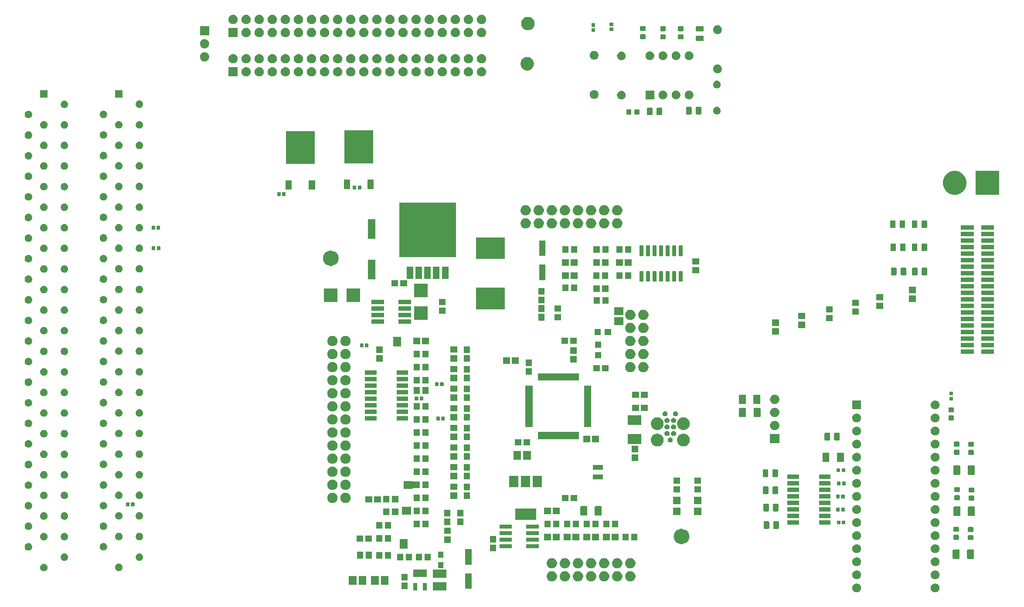
<source format=gbr>
G04 #@! TF.GenerationSoftware,KiCad,Pcbnew,5.1.5+dfsg1-2build2*
G04 #@! TF.CreationDate,2021-04-09T20:17:08+02:00*
G04 #@! TF.ProjectId,mainboardv3.4,6d61696e-626f-4617-9264-76332e342e6b,rev?*
G04 #@! TF.SameCoordinates,Original*
G04 #@! TF.FileFunction,Soldermask,Top*
G04 #@! TF.FilePolarity,Negative*
%FSLAX46Y46*%
G04 Gerber Fmt 4.6, Leading zero omitted, Abs format (unit mm)*
G04 Created by KiCad (PCBNEW 5.1.5+dfsg1-2build2) date 2021-04-09 20:17:08*
%MOMM*%
%LPD*%
G04 APERTURE LIST*
%ADD10C,1.270000*%
%ADD11C,0.100000*%
G04 APERTURE END LIST*
D10*
X141261000Y-122983600D02*
G75*
G03X141261000Y-122983600I-900000J0D01*
G01*
X73136000Y-68921100D02*
G75*
G03X73136000Y-68921100I-900000J0D01*
G01*
D11*
G36*
X189859228Y-132163403D02*
G01*
X190014100Y-132227553D01*
X190153481Y-132320685D01*
X190272015Y-132439219D01*
X190365147Y-132578600D01*
X190429297Y-132733472D01*
X190462000Y-132897884D01*
X190462000Y-133065516D01*
X190429297Y-133229928D01*
X190365147Y-133384800D01*
X190272015Y-133524181D01*
X190153481Y-133642715D01*
X190014100Y-133735847D01*
X189859228Y-133799997D01*
X189694816Y-133832700D01*
X189527184Y-133832700D01*
X189362772Y-133799997D01*
X189207900Y-133735847D01*
X189068519Y-133642715D01*
X188949985Y-133524181D01*
X188856853Y-133384800D01*
X188792703Y-133229928D01*
X188760000Y-133065516D01*
X188760000Y-132897884D01*
X188792703Y-132733472D01*
X188856853Y-132578600D01*
X188949985Y-132439219D01*
X189068519Y-132320685D01*
X189207900Y-132227553D01*
X189362772Y-132163403D01*
X189527184Y-132130700D01*
X189694816Y-132130700D01*
X189859228Y-132163403D01*
G37*
G36*
X174619228Y-132163403D02*
G01*
X174774100Y-132227553D01*
X174913481Y-132320685D01*
X175032015Y-132439219D01*
X175125147Y-132578600D01*
X175189297Y-132733472D01*
X175222000Y-132897884D01*
X175222000Y-133065516D01*
X175189297Y-133229928D01*
X175125147Y-133384800D01*
X175032015Y-133524181D01*
X174913481Y-133642715D01*
X174774100Y-133735847D01*
X174619228Y-133799997D01*
X174454816Y-133832700D01*
X174287184Y-133832700D01*
X174122772Y-133799997D01*
X173967900Y-133735847D01*
X173828519Y-133642715D01*
X173709985Y-133524181D01*
X173616853Y-133384800D01*
X173552703Y-133229928D01*
X173520000Y-133065516D01*
X173520000Y-132897884D01*
X173552703Y-132733472D01*
X173616853Y-132578600D01*
X173709985Y-132439219D01*
X173828519Y-132320685D01*
X173967900Y-132227553D01*
X174122772Y-132163403D01*
X174287184Y-132130700D01*
X174454816Y-132130700D01*
X174619228Y-132163403D01*
G37*
G36*
X89002600Y-133445200D02*
G01*
X88249400Y-133445200D01*
X88249400Y-132042000D01*
X89002600Y-132042000D01*
X89002600Y-133445200D01*
G37*
G36*
X94687600Y-133445200D02*
G01*
X92084400Y-133445200D01*
X92084400Y-131842000D01*
X94687600Y-131842000D01*
X94687600Y-133445200D01*
G37*
G36*
X90902600Y-133445200D02*
G01*
X90149400Y-133445200D01*
X90149400Y-132042000D01*
X90902600Y-132042000D01*
X90902600Y-133445200D01*
G37*
G36*
X87162600Y-133245200D02*
G01*
X85959400Y-133245200D01*
X85959400Y-131942000D01*
X87162600Y-131942000D01*
X87162600Y-133245200D01*
G37*
G36*
X99560100Y-133155200D02*
G01*
X98356900Y-133155200D01*
X98356900Y-130152000D01*
X99560100Y-130152000D01*
X99560100Y-133155200D01*
G37*
G36*
X83449000Y-132360100D02*
G01*
X81945800Y-132360100D01*
X81945800Y-130656900D01*
X83449000Y-130656900D01*
X83449000Y-132360100D01*
G37*
G36*
X81549000Y-132360100D02*
G01*
X80045800Y-132360100D01*
X80045800Y-130656900D01*
X81549000Y-130656900D01*
X81549000Y-132360100D01*
G37*
G36*
X79136000Y-132360100D02*
G01*
X77632800Y-132360100D01*
X77632800Y-130656900D01*
X79136000Y-130656900D01*
X79136000Y-132360100D01*
G37*
G36*
X77236000Y-132360100D02*
G01*
X75732800Y-132360100D01*
X75732800Y-130656900D01*
X77236000Y-130656900D01*
X77236000Y-132360100D01*
G37*
G36*
X120532447Y-129763568D02*
G01*
X120712725Y-129838242D01*
X120874971Y-129946651D01*
X121012949Y-130084629D01*
X121121358Y-130246875D01*
X121196032Y-130427153D01*
X121234100Y-130618534D01*
X121234100Y-130813666D01*
X121196032Y-131005047D01*
X121121358Y-131185325D01*
X121012949Y-131347571D01*
X120874971Y-131485549D01*
X120712725Y-131593958D01*
X120532447Y-131668632D01*
X120436756Y-131687666D01*
X120341067Y-131706700D01*
X120145933Y-131706700D01*
X120050244Y-131687666D01*
X119954553Y-131668632D01*
X119774275Y-131593958D01*
X119612029Y-131485549D01*
X119474051Y-131347571D01*
X119365642Y-131185325D01*
X119290968Y-131005047D01*
X119252900Y-130813666D01*
X119252900Y-130618534D01*
X119290968Y-130427153D01*
X119365642Y-130246875D01*
X119474051Y-130084629D01*
X119612029Y-129946651D01*
X119774275Y-129838242D01*
X119954553Y-129763568D01*
X120145933Y-129725500D01*
X120341067Y-129725500D01*
X120532447Y-129763568D01*
G37*
G36*
X123072447Y-129763568D02*
G01*
X123252725Y-129838242D01*
X123414971Y-129946651D01*
X123552949Y-130084629D01*
X123661358Y-130246875D01*
X123736032Y-130427153D01*
X123774100Y-130618534D01*
X123774100Y-130813666D01*
X123736032Y-131005047D01*
X123661358Y-131185325D01*
X123552949Y-131347571D01*
X123414971Y-131485549D01*
X123252725Y-131593958D01*
X123072447Y-131668632D01*
X122976756Y-131687666D01*
X122881067Y-131706700D01*
X122685933Y-131706700D01*
X122590244Y-131687666D01*
X122494553Y-131668632D01*
X122314275Y-131593958D01*
X122152029Y-131485549D01*
X122014051Y-131347571D01*
X121905642Y-131185325D01*
X121830968Y-131005047D01*
X121792900Y-130813666D01*
X121792900Y-130618534D01*
X121830968Y-130427153D01*
X121905642Y-130246875D01*
X122014051Y-130084629D01*
X122152029Y-129946651D01*
X122314275Y-129838242D01*
X122494553Y-129763568D01*
X122685933Y-129725500D01*
X122881067Y-129725500D01*
X123072447Y-129763568D01*
G37*
G36*
X125612447Y-129763568D02*
G01*
X125792725Y-129838242D01*
X125954971Y-129946651D01*
X126092949Y-130084629D01*
X126201358Y-130246875D01*
X126276032Y-130427153D01*
X126314100Y-130618534D01*
X126314100Y-130813666D01*
X126276032Y-131005047D01*
X126201358Y-131185325D01*
X126092949Y-131347571D01*
X125954971Y-131485549D01*
X125792725Y-131593958D01*
X125612447Y-131668632D01*
X125516756Y-131687666D01*
X125421067Y-131706700D01*
X125225933Y-131706700D01*
X125130244Y-131687666D01*
X125034553Y-131668632D01*
X124854275Y-131593958D01*
X124692029Y-131485549D01*
X124554051Y-131347571D01*
X124445642Y-131185325D01*
X124370968Y-131005047D01*
X124332900Y-130813666D01*
X124332900Y-130618534D01*
X124370968Y-130427153D01*
X124445642Y-130246875D01*
X124554051Y-130084629D01*
X124692029Y-129946651D01*
X124854275Y-129838242D01*
X125034553Y-129763568D01*
X125225933Y-129725500D01*
X125421067Y-129725500D01*
X125612447Y-129763568D01*
G37*
G36*
X128152447Y-129763568D02*
G01*
X128332725Y-129838242D01*
X128494971Y-129946651D01*
X128632949Y-130084629D01*
X128741358Y-130246875D01*
X128816032Y-130427153D01*
X128854100Y-130618534D01*
X128854100Y-130813666D01*
X128816032Y-131005047D01*
X128741358Y-131185325D01*
X128632949Y-131347571D01*
X128494971Y-131485549D01*
X128332725Y-131593958D01*
X128152447Y-131668632D01*
X128056756Y-131687666D01*
X127961067Y-131706700D01*
X127765933Y-131706700D01*
X127670244Y-131687666D01*
X127574553Y-131668632D01*
X127394275Y-131593958D01*
X127232029Y-131485549D01*
X127094051Y-131347571D01*
X126985642Y-131185325D01*
X126910968Y-131005047D01*
X126872900Y-130813666D01*
X126872900Y-130618534D01*
X126910968Y-130427153D01*
X126985642Y-130246875D01*
X127094051Y-130084629D01*
X127232029Y-129946651D01*
X127394275Y-129838242D01*
X127574553Y-129763568D01*
X127765933Y-129725500D01*
X127961067Y-129725500D01*
X128152447Y-129763568D01*
G37*
G36*
X130692447Y-129763568D02*
G01*
X130872725Y-129838242D01*
X131034971Y-129946651D01*
X131172949Y-130084629D01*
X131281358Y-130246875D01*
X131356032Y-130427153D01*
X131394100Y-130618534D01*
X131394100Y-130813666D01*
X131356032Y-131005047D01*
X131281358Y-131185325D01*
X131172949Y-131347571D01*
X131034971Y-131485549D01*
X130872725Y-131593958D01*
X130692447Y-131668632D01*
X130596756Y-131687666D01*
X130501067Y-131706700D01*
X130305933Y-131706700D01*
X130210244Y-131687666D01*
X130114553Y-131668632D01*
X129934275Y-131593958D01*
X129772029Y-131485549D01*
X129634051Y-131347571D01*
X129525642Y-131185325D01*
X129450968Y-131005047D01*
X129412900Y-130813666D01*
X129412900Y-130618534D01*
X129450968Y-130427153D01*
X129525642Y-130246875D01*
X129634051Y-130084629D01*
X129772029Y-129946651D01*
X129934275Y-129838242D01*
X130114553Y-129763568D01*
X130305933Y-129725500D01*
X130501067Y-129725500D01*
X130692447Y-129763568D01*
G37*
G36*
X115452447Y-129763568D02*
G01*
X115632725Y-129838242D01*
X115794971Y-129946651D01*
X115932949Y-130084629D01*
X116041358Y-130246875D01*
X116116032Y-130427153D01*
X116154100Y-130618534D01*
X116154100Y-130813666D01*
X116116032Y-131005047D01*
X116041358Y-131185325D01*
X115932949Y-131347571D01*
X115794971Y-131485549D01*
X115632725Y-131593958D01*
X115452447Y-131668632D01*
X115356756Y-131687666D01*
X115261067Y-131706700D01*
X115065933Y-131706700D01*
X114970244Y-131687666D01*
X114874553Y-131668632D01*
X114694275Y-131593958D01*
X114532029Y-131485549D01*
X114394051Y-131347571D01*
X114285642Y-131185325D01*
X114210968Y-131005047D01*
X114172900Y-130813666D01*
X114172900Y-130618534D01*
X114210968Y-130427153D01*
X114285642Y-130246875D01*
X114394051Y-130084629D01*
X114532029Y-129946651D01*
X114694275Y-129838242D01*
X114874553Y-129763568D01*
X115065933Y-129725500D01*
X115261067Y-129725500D01*
X115452447Y-129763568D01*
G37*
G36*
X117992447Y-129763568D02*
G01*
X118172725Y-129838242D01*
X118334971Y-129946651D01*
X118472949Y-130084629D01*
X118581358Y-130246875D01*
X118656032Y-130427153D01*
X118694100Y-130618534D01*
X118694100Y-130813666D01*
X118656032Y-131005047D01*
X118581358Y-131185325D01*
X118472949Y-131347571D01*
X118334971Y-131485549D01*
X118172725Y-131593958D01*
X117992447Y-131668632D01*
X117896756Y-131687666D01*
X117801067Y-131706700D01*
X117605933Y-131706700D01*
X117510244Y-131687666D01*
X117414553Y-131668632D01*
X117234275Y-131593958D01*
X117072029Y-131485549D01*
X116934051Y-131347571D01*
X116825642Y-131185325D01*
X116750968Y-131005047D01*
X116712900Y-130813666D01*
X116712900Y-130618534D01*
X116750968Y-130427153D01*
X116825642Y-130246875D01*
X116934051Y-130084629D01*
X117072029Y-129946651D01*
X117234275Y-129838242D01*
X117414553Y-129763568D01*
X117605933Y-129725500D01*
X117801067Y-129725500D01*
X117992447Y-129763568D01*
G37*
G36*
X87162600Y-131545200D02*
G01*
X85959400Y-131545200D01*
X85959400Y-130242000D01*
X87162600Y-130242000D01*
X87162600Y-131545200D01*
G37*
G36*
X189859228Y-129623403D02*
G01*
X190014100Y-129687553D01*
X190153481Y-129780685D01*
X190272015Y-129899219D01*
X190365147Y-130038600D01*
X190429297Y-130193472D01*
X190462000Y-130357884D01*
X190462000Y-130525516D01*
X190429297Y-130689928D01*
X190365147Y-130844800D01*
X190272015Y-130984181D01*
X190153481Y-131102715D01*
X190014100Y-131195847D01*
X189859228Y-131259997D01*
X189694816Y-131292700D01*
X189527184Y-131292700D01*
X189362772Y-131259997D01*
X189207900Y-131195847D01*
X189068519Y-131102715D01*
X188949985Y-130984181D01*
X188856853Y-130844800D01*
X188792703Y-130689928D01*
X188760000Y-130525516D01*
X188760000Y-130357884D01*
X188792703Y-130193472D01*
X188856853Y-130038600D01*
X188949985Y-129899219D01*
X189068519Y-129780685D01*
X189207900Y-129687553D01*
X189362772Y-129623403D01*
X189527184Y-129590700D01*
X189694816Y-129590700D01*
X189859228Y-129623403D01*
G37*
G36*
X174619228Y-129623403D02*
G01*
X174774100Y-129687553D01*
X174913481Y-129780685D01*
X175032015Y-129899219D01*
X175125147Y-130038600D01*
X175189297Y-130193472D01*
X175222000Y-130357884D01*
X175222000Y-130525516D01*
X175189297Y-130689928D01*
X175125147Y-130844800D01*
X175032015Y-130984181D01*
X174913481Y-131102715D01*
X174774100Y-131195847D01*
X174619228Y-131259997D01*
X174454816Y-131292700D01*
X174287184Y-131292700D01*
X174122772Y-131259997D01*
X173967900Y-131195847D01*
X173828519Y-131102715D01*
X173709985Y-130984181D01*
X173616853Y-130844800D01*
X173552703Y-130689928D01*
X173520000Y-130525516D01*
X173520000Y-130357884D01*
X173552703Y-130193472D01*
X173616853Y-130038600D01*
X173709985Y-129899219D01*
X173828519Y-129780685D01*
X173967900Y-129687553D01*
X174122772Y-129623403D01*
X174287184Y-129590700D01*
X174454816Y-129590700D01*
X174619228Y-129623403D01*
G37*
G36*
X94687600Y-131045200D02*
G01*
X92084400Y-131045200D01*
X92084400Y-129442000D01*
X94687600Y-129442000D01*
X94687600Y-131045200D01*
G37*
G36*
X90902600Y-130845200D02*
G01*
X88249400Y-130845200D01*
X88249400Y-129442000D01*
X90902600Y-129442000D01*
X90902600Y-130845200D01*
G37*
G36*
X16711766Y-128301899D02*
G01*
X16843888Y-128356626D01*
X16843890Y-128356627D01*
X16962798Y-128436079D01*
X17063921Y-128537202D01*
X17143197Y-128655847D01*
X17143374Y-128656112D01*
X17198101Y-128788234D01*
X17226000Y-128928494D01*
X17226000Y-129071506D01*
X17198101Y-129211766D01*
X17150664Y-129326288D01*
X17143373Y-129343890D01*
X17063921Y-129462798D01*
X16962798Y-129563921D01*
X16843890Y-129643373D01*
X16843889Y-129643374D01*
X16843888Y-129643374D01*
X16711766Y-129698101D01*
X16571506Y-129726000D01*
X16428494Y-129726000D01*
X16288234Y-129698101D01*
X16156112Y-129643374D01*
X16156111Y-129643374D01*
X16156110Y-129643373D01*
X16037202Y-129563921D01*
X15936079Y-129462798D01*
X15856627Y-129343890D01*
X15849336Y-129326288D01*
X15801899Y-129211766D01*
X15774000Y-129071506D01*
X15774000Y-128928494D01*
X15801899Y-128788234D01*
X15856626Y-128656112D01*
X15856803Y-128655847D01*
X15936079Y-128537202D01*
X16037202Y-128436079D01*
X16156110Y-128356627D01*
X16156112Y-128356626D01*
X16288234Y-128301899D01*
X16428494Y-128274000D01*
X16571506Y-128274000D01*
X16711766Y-128301899D01*
G37*
G36*
X31275966Y-128284299D02*
G01*
X31408088Y-128339026D01*
X31408090Y-128339027D01*
X31526998Y-128418479D01*
X31628121Y-128519602D01*
X31628122Y-128519604D01*
X31707574Y-128638512D01*
X31762301Y-128770634D01*
X31790200Y-128910894D01*
X31790200Y-129053906D01*
X31762301Y-129194166D01*
X31707574Y-129326288D01*
X31707573Y-129326290D01*
X31628121Y-129445198D01*
X31526998Y-129546321D01*
X31408090Y-129625773D01*
X31408089Y-129625774D01*
X31408088Y-129625774D01*
X31275966Y-129680501D01*
X31135706Y-129708400D01*
X30992694Y-129708400D01*
X30852434Y-129680501D01*
X30720312Y-129625774D01*
X30720311Y-129625774D01*
X30720310Y-129625773D01*
X30601402Y-129546321D01*
X30500279Y-129445198D01*
X30420827Y-129326290D01*
X30420826Y-129326288D01*
X30366099Y-129194166D01*
X30338200Y-129053906D01*
X30338200Y-128910894D01*
X30366099Y-128770634D01*
X30420826Y-128638512D01*
X30500278Y-128519604D01*
X30500279Y-128519602D01*
X30601402Y-128418479D01*
X30720310Y-128339027D01*
X30720312Y-128339026D01*
X30852434Y-128284299D01*
X30992694Y-128256400D01*
X31135706Y-128256400D01*
X31275966Y-128284299D01*
G37*
G36*
X117992447Y-127223568D02*
G01*
X118119922Y-127276370D01*
X118167866Y-127296229D01*
X118172725Y-127298242D01*
X118334971Y-127406651D01*
X118472949Y-127544629D01*
X118581358Y-127706875D01*
X118656032Y-127887153D01*
X118694100Y-128078534D01*
X118694100Y-128273666D01*
X118656032Y-128465047D01*
X118581358Y-128645325D01*
X118472949Y-128807571D01*
X118334971Y-128945549D01*
X118172725Y-129053958D01*
X117992447Y-129128632D01*
X117921722Y-129142700D01*
X117801067Y-129166700D01*
X117605933Y-129166700D01*
X117485278Y-129142700D01*
X117414553Y-129128632D01*
X117234275Y-129053958D01*
X117072029Y-128945549D01*
X116934051Y-128807571D01*
X116825642Y-128645325D01*
X116750968Y-128465047D01*
X116712900Y-128273666D01*
X116712900Y-128078534D01*
X116750968Y-127887153D01*
X116825642Y-127706875D01*
X116934051Y-127544629D01*
X117072029Y-127406651D01*
X117234275Y-127298242D01*
X117239135Y-127296229D01*
X117287078Y-127276370D01*
X117414553Y-127223568D01*
X117605933Y-127185500D01*
X117801067Y-127185500D01*
X117992447Y-127223568D01*
G37*
G36*
X115452447Y-127223568D02*
G01*
X115579922Y-127276370D01*
X115627866Y-127296229D01*
X115632725Y-127298242D01*
X115794971Y-127406651D01*
X115932949Y-127544629D01*
X116041358Y-127706875D01*
X116116032Y-127887153D01*
X116154100Y-128078534D01*
X116154100Y-128273666D01*
X116116032Y-128465047D01*
X116041358Y-128645325D01*
X115932949Y-128807571D01*
X115794971Y-128945549D01*
X115632725Y-129053958D01*
X115452447Y-129128632D01*
X115381722Y-129142700D01*
X115261067Y-129166700D01*
X115065933Y-129166700D01*
X114945278Y-129142700D01*
X114874553Y-129128632D01*
X114694275Y-129053958D01*
X114532029Y-128945549D01*
X114394051Y-128807571D01*
X114285642Y-128645325D01*
X114210968Y-128465047D01*
X114172900Y-128273666D01*
X114172900Y-128078534D01*
X114210968Y-127887153D01*
X114285642Y-127706875D01*
X114394051Y-127544629D01*
X114532029Y-127406651D01*
X114694275Y-127298242D01*
X114699135Y-127296229D01*
X114747078Y-127276370D01*
X114874553Y-127223568D01*
X115065933Y-127185500D01*
X115261067Y-127185500D01*
X115452447Y-127223568D01*
G37*
G36*
X130692447Y-127223568D02*
G01*
X130819922Y-127276370D01*
X130867866Y-127296229D01*
X130872725Y-127298242D01*
X131034971Y-127406651D01*
X131172949Y-127544629D01*
X131281358Y-127706875D01*
X131356032Y-127887153D01*
X131394100Y-128078534D01*
X131394100Y-128273666D01*
X131356032Y-128465047D01*
X131281358Y-128645325D01*
X131172949Y-128807571D01*
X131034971Y-128945549D01*
X130872725Y-129053958D01*
X130692447Y-129128632D01*
X130621722Y-129142700D01*
X130501067Y-129166700D01*
X130305933Y-129166700D01*
X130185278Y-129142700D01*
X130114553Y-129128632D01*
X129934275Y-129053958D01*
X129772029Y-128945549D01*
X129634051Y-128807571D01*
X129525642Y-128645325D01*
X129450968Y-128465047D01*
X129412900Y-128273666D01*
X129412900Y-128078534D01*
X129450968Y-127887153D01*
X129525642Y-127706875D01*
X129634051Y-127544629D01*
X129772029Y-127406651D01*
X129934275Y-127298242D01*
X129939135Y-127296229D01*
X129987078Y-127276370D01*
X130114553Y-127223568D01*
X130305933Y-127185500D01*
X130501067Y-127185500D01*
X130692447Y-127223568D01*
G37*
G36*
X120532447Y-127223568D02*
G01*
X120659922Y-127276370D01*
X120707866Y-127296229D01*
X120712725Y-127298242D01*
X120874971Y-127406651D01*
X121012949Y-127544629D01*
X121121358Y-127706875D01*
X121196032Y-127887153D01*
X121234100Y-128078534D01*
X121234100Y-128273666D01*
X121196032Y-128465047D01*
X121121358Y-128645325D01*
X121012949Y-128807571D01*
X120874971Y-128945549D01*
X120712725Y-129053958D01*
X120532447Y-129128632D01*
X120461722Y-129142700D01*
X120341067Y-129166700D01*
X120145933Y-129166700D01*
X120025278Y-129142700D01*
X119954553Y-129128632D01*
X119774275Y-129053958D01*
X119612029Y-128945549D01*
X119474051Y-128807571D01*
X119365642Y-128645325D01*
X119290968Y-128465047D01*
X119252900Y-128273666D01*
X119252900Y-128078534D01*
X119290968Y-127887153D01*
X119365642Y-127706875D01*
X119474051Y-127544629D01*
X119612029Y-127406651D01*
X119774275Y-127298242D01*
X119779135Y-127296229D01*
X119827078Y-127276370D01*
X119954553Y-127223568D01*
X120145933Y-127185500D01*
X120341067Y-127185500D01*
X120532447Y-127223568D01*
G37*
G36*
X125612447Y-127223568D02*
G01*
X125739922Y-127276370D01*
X125787866Y-127296229D01*
X125792725Y-127298242D01*
X125954971Y-127406651D01*
X126092949Y-127544629D01*
X126201358Y-127706875D01*
X126276032Y-127887153D01*
X126314100Y-128078534D01*
X126314100Y-128273666D01*
X126276032Y-128465047D01*
X126201358Y-128645325D01*
X126092949Y-128807571D01*
X125954971Y-128945549D01*
X125792725Y-129053958D01*
X125612447Y-129128632D01*
X125541722Y-129142700D01*
X125421067Y-129166700D01*
X125225933Y-129166700D01*
X125105278Y-129142700D01*
X125034553Y-129128632D01*
X124854275Y-129053958D01*
X124692029Y-128945549D01*
X124554051Y-128807571D01*
X124445642Y-128645325D01*
X124370968Y-128465047D01*
X124332900Y-128273666D01*
X124332900Y-128078534D01*
X124370968Y-127887153D01*
X124445642Y-127706875D01*
X124554051Y-127544629D01*
X124692029Y-127406651D01*
X124854275Y-127298242D01*
X124859135Y-127296229D01*
X124907078Y-127276370D01*
X125034553Y-127223568D01*
X125225933Y-127185500D01*
X125421067Y-127185500D01*
X125612447Y-127223568D01*
G37*
G36*
X123072447Y-127223568D02*
G01*
X123199922Y-127276370D01*
X123247866Y-127296229D01*
X123252725Y-127298242D01*
X123414971Y-127406651D01*
X123552949Y-127544629D01*
X123661358Y-127706875D01*
X123736032Y-127887153D01*
X123774100Y-128078534D01*
X123774100Y-128273666D01*
X123736032Y-128465047D01*
X123661358Y-128645325D01*
X123552949Y-128807571D01*
X123414971Y-128945549D01*
X123252725Y-129053958D01*
X123072447Y-129128632D01*
X123001722Y-129142700D01*
X122881067Y-129166700D01*
X122685933Y-129166700D01*
X122565278Y-129142700D01*
X122494553Y-129128632D01*
X122314275Y-129053958D01*
X122152029Y-128945549D01*
X122014051Y-128807571D01*
X121905642Y-128645325D01*
X121830968Y-128465047D01*
X121792900Y-128273666D01*
X121792900Y-128078534D01*
X121830968Y-127887153D01*
X121905642Y-127706875D01*
X122014051Y-127544629D01*
X122152029Y-127406651D01*
X122314275Y-127298242D01*
X122319135Y-127296229D01*
X122367078Y-127276370D01*
X122494553Y-127223568D01*
X122685933Y-127185500D01*
X122881067Y-127185500D01*
X123072447Y-127223568D01*
G37*
G36*
X128152447Y-127223568D02*
G01*
X128279922Y-127276370D01*
X128327866Y-127296229D01*
X128332725Y-127298242D01*
X128494971Y-127406651D01*
X128632949Y-127544629D01*
X128741358Y-127706875D01*
X128816032Y-127887153D01*
X128854100Y-128078534D01*
X128854100Y-128273666D01*
X128816032Y-128465047D01*
X128741358Y-128645325D01*
X128632949Y-128807571D01*
X128494971Y-128945549D01*
X128332725Y-129053958D01*
X128152447Y-129128632D01*
X128081722Y-129142700D01*
X127961067Y-129166700D01*
X127765933Y-129166700D01*
X127645278Y-129142700D01*
X127574553Y-129128632D01*
X127394275Y-129053958D01*
X127232029Y-128945549D01*
X127094051Y-128807571D01*
X126985642Y-128645325D01*
X126910968Y-128465047D01*
X126872900Y-128273666D01*
X126872900Y-128078534D01*
X126910968Y-127887153D01*
X126985642Y-127706875D01*
X127094051Y-127544629D01*
X127232029Y-127406651D01*
X127394275Y-127298242D01*
X127399135Y-127296229D01*
X127447078Y-127276370D01*
X127574553Y-127223568D01*
X127765933Y-127185500D01*
X127961067Y-127185500D01*
X128152447Y-127223568D01*
G37*
G36*
X94075100Y-129142700D02*
G01*
X93071900Y-129142700D01*
X93071900Y-127939500D01*
X94075100Y-127939500D01*
X94075100Y-129142700D01*
G37*
G36*
X174619228Y-127083403D02*
G01*
X174774100Y-127147553D01*
X174913481Y-127240685D01*
X175032015Y-127359219D01*
X175125147Y-127498600D01*
X175189297Y-127653472D01*
X175222000Y-127817884D01*
X175222000Y-127985516D01*
X175189297Y-128149928D01*
X175125147Y-128304800D01*
X175032015Y-128444181D01*
X174913481Y-128562715D01*
X174774100Y-128655847D01*
X174619228Y-128719997D01*
X174454816Y-128752700D01*
X174287184Y-128752700D01*
X174122772Y-128719997D01*
X173967900Y-128655847D01*
X173828519Y-128562715D01*
X173709985Y-128444181D01*
X173616853Y-128304800D01*
X173552703Y-128149928D01*
X173520000Y-127985516D01*
X173520000Y-127817884D01*
X173552703Y-127653472D01*
X173616853Y-127498600D01*
X173709985Y-127359219D01*
X173828519Y-127240685D01*
X173967900Y-127147553D01*
X174122772Y-127083403D01*
X174287184Y-127050700D01*
X174454816Y-127050700D01*
X174619228Y-127083403D01*
G37*
G36*
X189859228Y-127083403D02*
G01*
X190014100Y-127147553D01*
X190153481Y-127240685D01*
X190272015Y-127359219D01*
X190365147Y-127498600D01*
X190429297Y-127653472D01*
X190462000Y-127817884D01*
X190462000Y-127985516D01*
X190429297Y-128149928D01*
X190365147Y-128304800D01*
X190272015Y-128444181D01*
X190153481Y-128562715D01*
X190014100Y-128655847D01*
X189859228Y-128719997D01*
X189694816Y-128752700D01*
X189527184Y-128752700D01*
X189362772Y-128719997D01*
X189207900Y-128655847D01*
X189068519Y-128562715D01*
X188949985Y-128444181D01*
X188856853Y-128304800D01*
X188792703Y-128149928D01*
X188760000Y-127985516D01*
X188760000Y-127817884D01*
X188792703Y-127653472D01*
X188856853Y-127498600D01*
X188949985Y-127359219D01*
X189068519Y-127240685D01*
X189207900Y-127147553D01*
X189362772Y-127083403D01*
X189527184Y-127050700D01*
X189694816Y-127050700D01*
X189859228Y-127083403D01*
G37*
G36*
X99560100Y-128455200D02*
G01*
X98356900Y-128455200D01*
X98356900Y-125452000D01*
X99560100Y-125452000D01*
X99560100Y-128455200D01*
G37*
G36*
X20711766Y-126301899D02*
G01*
X20843888Y-126356626D01*
X20843890Y-126356627D01*
X20962798Y-126436079D01*
X21063921Y-126537202D01*
X21063922Y-126537204D01*
X21143374Y-126656112D01*
X21198101Y-126788234D01*
X21226000Y-126928494D01*
X21226000Y-127071506D01*
X21198101Y-127211766D01*
X21150664Y-127326288D01*
X21143373Y-127343890D01*
X21063921Y-127462798D01*
X20962798Y-127563921D01*
X20843890Y-127643373D01*
X20843889Y-127643374D01*
X20843888Y-127643374D01*
X20711766Y-127698101D01*
X20571506Y-127726000D01*
X20428494Y-127726000D01*
X20288234Y-127698101D01*
X20156112Y-127643374D01*
X20156111Y-127643374D01*
X20156110Y-127643373D01*
X20037202Y-127563921D01*
X19936079Y-127462798D01*
X19856627Y-127343890D01*
X19849336Y-127326288D01*
X19801899Y-127211766D01*
X19774000Y-127071506D01*
X19774000Y-126928494D01*
X19801899Y-126788234D01*
X19856626Y-126656112D01*
X19936078Y-126537204D01*
X19936079Y-126537202D01*
X20037202Y-126436079D01*
X20156110Y-126356627D01*
X20156112Y-126356626D01*
X20288234Y-126301899D01*
X20428494Y-126274000D01*
X20571506Y-126274000D01*
X20711766Y-126301899D01*
G37*
G36*
X35275966Y-126284299D02*
G01*
X35408088Y-126339026D01*
X35408090Y-126339027D01*
X35526998Y-126418479D01*
X35628121Y-126519602D01*
X35628122Y-126519604D01*
X35707574Y-126638512D01*
X35762301Y-126770634D01*
X35790200Y-126910894D01*
X35790200Y-127053906D01*
X35762301Y-127194166D01*
X35719191Y-127298242D01*
X35707573Y-127326290D01*
X35628121Y-127445198D01*
X35526998Y-127546321D01*
X35408090Y-127625773D01*
X35408089Y-127625774D01*
X35408088Y-127625774D01*
X35275966Y-127680501D01*
X35135706Y-127708400D01*
X34992694Y-127708400D01*
X34852434Y-127680501D01*
X34720312Y-127625774D01*
X34720311Y-127625774D01*
X34720310Y-127625773D01*
X34601402Y-127546321D01*
X34500279Y-127445198D01*
X34420827Y-127326290D01*
X34409209Y-127298242D01*
X34366099Y-127194166D01*
X34338200Y-127053906D01*
X34338200Y-126910894D01*
X34366099Y-126770634D01*
X34420826Y-126638512D01*
X34500278Y-126519604D01*
X34500279Y-126519602D01*
X34601402Y-126418479D01*
X34720310Y-126339027D01*
X34720312Y-126339026D01*
X34852434Y-126284299D01*
X34992694Y-126256400D01*
X35135706Y-126256400D01*
X35275966Y-126284299D01*
G37*
G36*
X88040100Y-127660200D02*
G01*
X86836900Y-127660200D01*
X86836900Y-126357000D01*
X88040100Y-126357000D01*
X88040100Y-127660200D01*
G37*
G36*
X91662600Y-127660200D02*
G01*
X90459400Y-127660200D01*
X90459400Y-126357000D01*
X91662600Y-126357000D01*
X91662600Y-127660200D01*
G37*
G36*
X89962600Y-127660200D02*
G01*
X88759400Y-127660200D01*
X88759400Y-126357000D01*
X89962600Y-126357000D01*
X89962600Y-127660200D01*
G37*
G36*
X86340100Y-127660200D02*
G01*
X85136900Y-127660200D01*
X85136900Y-126357000D01*
X86340100Y-126357000D01*
X86340100Y-127660200D01*
G37*
G36*
X197013004Y-125494147D02*
G01*
X197049544Y-125505232D01*
X197083221Y-125523233D01*
X197112741Y-125547459D01*
X197136967Y-125576979D01*
X197154968Y-125610656D01*
X197166053Y-125647196D01*
X197170400Y-125691338D01*
X197170400Y-127140262D01*
X197166053Y-127184404D01*
X197154968Y-127220944D01*
X197136967Y-127254621D01*
X197112741Y-127284141D01*
X197083221Y-127308367D01*
X197049544Y-127326368D01*
X197013004Y-127337453D01*
X196968862Y-127341800D01*
X196019938Y-127341800D01*
X195975796Y-127337453D01*
X195939256Y-127326368D01*
X195905579Y-127308367D01*
X195876059Y-127284141D01*
X195851833Y-127254621D01*
X195833832Y-127220944D01*
X195822747Y-127184404D01*
X195818400Y-127140262D01*
X195818400Y-125691338D01*
X195822747Y-125647196D01*
X195833832Y-125610656D01*
X195851833Y-125576979D01*
X195876059Y-125547459D01*
X195905579Y-125523233D01*
X195939256Y-125505232D01*
X195975796Y-125494147D01*
X196019938Y-125489800D01*
X196968862Y-125489800D01*
X197013004Y-125494147D01*
G37*
G36*
X194213004Y-125494147D02*
G01*
X194249544Y-125505232D01*
X194283221Y-125523233D01*
X194312741Y-125547459D01*
X194336967Y-125576979D01*
X194354968Y-125610656D01*
X194366053Y-125647196D01*
X194370400Y-125691338D01*
X194370400Y-127140262D01*
X194366053Y-127184404D01*
X194354968Y-127220944D01*
X194336967Y-127254621D01*
X194312741Y-127284141D01*
X194283221Y-127308367D01*
X194249544Y-127326368D01*
X194213004Y-127337453D01*
X194168862Y-127341800D01*
X193219938Y-127341800D01*
X193175796Y-127337453D01*
X193139256Y-127326368D01*
X193105579Y-127308367D01*
X193076059Y-127284141D01*
X193051833Y-127254621D01*
X193033832Y-127220944D01*
X193022747Y-127184404D01*
X193018400Y-127140262D01*
X193018400Y-125691338D01*
X193022747Y-125647196D01*
X193033832Y-125610656D01*
X193051833Y-125576979D01*
X193076059Y-125547459D01*
X193105579Y-125523233D01*
X193139256Y-125505232D01*
X193175796Y-125494147D01*
X193219938Y-125489800D01*
X194168862Y-125489800D01*
X194213004Y-125494147D01*
G37*
G36*
X83976100Y-127303700D02*
G01*
X82772900Y-127303700D01*
X82772900Y-126000500D01*
X83976100Y-126000500D01*
X83976100Y-127303700D01*
G37*
G36*
X82276100Y-127303700D02*
G01*
X81072900Y-127303700D01*
X81072900Y-126000500D01*
X82276100Y-126000500D01*
X82276100Y-127303700D01*
G37*
G36*
X78526100Y-127263700D02*
G01*
X77322900Y-127263700D01*
X77322900Y-125960500D01*
X78526100Y-125960500D01*
X78526100Y-127263700D01*
G37*
G36*
X80226100Y-127263700D02*
G01*
X79022900Y-127263700D01*
X79022900Y-125960500D01*
X80226100Y-125960500D01*
X80226100Y-127263700D01*
G37*
G36*
X94075100Y-127142700D02*
G01*
X93071900Y-127142700D01*
X93071900Y-125939500D01*
X94075100Y-125939500D01*
X94075100Y-127142700D01*
G37*
G36*
X174619228Y-124543403D02*
G01*
X174774100Y-124607553D01*
X174913481Y-124700685D01*
X175032015Y-124819219D01*
X175125147Y-124958600D01*
X175189297Y-125113472D01*
X175222000Y-125277884D01*
X175222000Y-125445516D01*
X175189297Y-125609928D01*
X175125147Y-125764800D01*
X175032015Y-125904181D01*
X174913481Y-126022715D01*
X174774100Y-126115847D01*
X174619228Y-126179997D01*
X174454816Y-126212700D01*
X174287184Y-126212700D01*
X174122772Y-126179997D01*
X173967900Y-126115847D01*
X173828519Y-126022715D01*
X173709985Y-125904181D01*
X173616853Y-125764800D01*
X173552703Y-125609928D01*
X173520000Y-125445516D01*
X173520000Y-125277884D01*
X173552703Y-125113472D01*
X173616853Y-124958600D01*
X173709985Y-124819219D01*
X173828519Y-124700685D01*
X173967900Y-124607553D01*
X174122772Y-124543403D01*
X174287184Y-124510700D01*
X174454816Y-124510700D01*
X174619228Y-124543403D01*
G37*
G36*
X189859228Y-124543403D02*
G01*
X190014100Y-124607553D01*
X190153481Y-124700685D01*
X190272015Y-124819219D01*
X190365147Y-124958600D01*
X190429297Y-125113472D01*
X190462000Y-125277884D01*
X190462000Y-125445516D01*
X190429297Y-125609928D01*
X190365147Y-125764800D01*
X190272015Y-125904181D01*
X190153481Y-126022715D01*
X190014100Y-126115847D01*
X189859228Y-126179997D01*
X189694816Y-126212700D01*
X189527184Y-126212700D01*
X189362772Y-126179997D01*
X189207900Y-126115847D01*
X189068519Y-126022715D01*
X188949985Y-125904181D01*
X188856853Y-125764800D01*
X188792703Y-125609928D01*
X188760000Y-125445516D01*
X188760000Y-125277884D01*
X188792703Y-125113472D01*
X188856853Y-124958600D01*
X188949985Y-124819219D01*
X189068519Y-124700685D01*
X189207900Y-124607553D01*
X189362772Y-124543403D01*
X189527184Y-124510700D01*
X189694816Y-124510700D01*
X189859228Y-124543403D01*
G37*
G36*
X104335100Y-125867700D02*
G01*
X103131900Y-125867700D01*
X103131900Y-124564500D01*
X104335100Y-124564500D01*
X104335100Y-125867700D01*
G37*
G36*
X13711766Y-124301899D02*
G01*
X13843888Y-124356626D01*
X13843890Y-124356627D01*
X13962798Y-124436079D01*
X14063921Y-124537202D01*
X14082161Y-124564500D01*
X14143374Y-124656112D01*
X14198101Y-124788234D01*
X14226000Y-124928494D01*
X14226000Y-125071506D01*
X14198101Y-125211766D01*
X14150664Y-125326288D01*
X14143373Y-125343890D01*
X14063921Y-125462798D01*
X13962798Y-125563921D01*
X13843890Y-125643373D01*
X13843889Y-125643374D01*
X13843888Y-125643374D01*
X13711766Y-125698101D01*
X13571506Y-125726000D01*
X13428494Y-125726000D01*
X13288234Y-125698101D01*
X13156112Y-125643374D01*
X13156111Y-125643374D01*
X13156110Y-125643373D01*
X13037202Y-125563921D01*
X12936079Y-125462798D01*
X12856627Y-125343890D01*
X12849336Y-125326288D01*
X12801899Y-125211766D01*
X12774000Y-125071506D01*
X12774000Y-124928494D01*
X12801899Y-124788234D01*
X12856626Y-124656112D01*
X12917839Y-124564500D01*
X12936079Y-124537202D01*
X13037202Y-124436079D01*
X13156110Y-124356627D01*
X13156112Y-124356626D01*
X13288234Y-124301899D01*
X13428494Y-124274000D01*
X13571506Y-124274000D01*
X13711766Y-124301899D01*
G37*
G36*
X28275966Y-124284299D02*
G01*
X28408088Y-124339026D01*
X28408090Y-124339027D01*
X28526998Y-124418479D01*
X28628121Y-124519602D01*
X28658121Y-124564500D01*
X28707574Y-124638512D01*
X28762301Y-124770634D01*
X28790200Y-124910894D01*
X28790200Y-125053906D01*
X28762301Y-125194166D01*
X28727623Y-125277885D01*
X28707573Y-125326290D01*
X28628121Y-125445198D01*
X28526998Y-125546321D01*
X28408090Y-125625773D01*
X28408089Y-125625774D01*
X28408088Y-125625774D01*
X28275966Y-125680501D01*
X28135706Y-125708400D01*
X27992694Y-125708400D01*
X27852434Y-125680501D01*
X27720312Y-125625774D01*
X27720311Y-125625774D01*
X27720310Y-125625773D01*
X27601402Y-125546321D01*
X27500279Y-125445198D01*
X27420827Y-125326290D01*
X27400777Y-125277885D01*
X27366099Y-125194166D01*
X27338200Y-125053906D01*
X27338200Y-124910894D01*
X27366099Y-124770634D01*
X27420826Y-124638512D01*
X27470279Y-124564500D01*
X27500279Y-124519602D01*
X27601402Y-124418479D01*
X27720310Y-124339027D01*
X27720312Y-124339026D01*
X27852434Y-124284299D01*
X27992694Y-124256400D01*
X28135706Y-124256400D01*
X28275966Y-124284299D01*
G37*
G36*
X87122000Y-125323600D02*
G01*
X85648800Y-125323600D01*
X85648800Y-123469400D01*
X87122000Y-123469400D01*
X87122000Y-125323600D01*
G37*
G36*
X112600100Y-125290200D02*
G01*
X110196900Y-125290200D01*
X110196900Y-124487000D01*
X112600100Y-124487000D01*
X112600100Y-125290200D01*
G37*
G36*
X107400100Y-125290200D02*
G01*
X104996900Y-125290200D01*
X104996900Y-124487000D01*
X107400100Y-124487000D01*
X107400100Y-125290200D01*
G37*
G36*
X95562600Y-124202700D02*
G01*
X94259400Y-124202700D01*
X94259400Y-122999500D01*
X95562600Y-122999500D01*
X95562600Y-124202700D01*
G37*
G36*
X104335100Y-124167700D02*
G01*
X103131900Y-124167700D01*
X103131900Y-122864500D01*
X104335100Y-122864500D01*
X104335100Y-124167700D01*
G37*
G36*
X112600100Y-124020200D02*
G01*
X110196900Y-124020200D01*
X110196900Y-123217000D01*
X112600100Y-123217000D01*
X112600100Y-124020200D01*
G37*
G36*
X107400100Y-124020200D02*
G01*
X104996900Y-124020200D01*
X104996900Y-123217000D01*
X107400100Y-123217000D01*
X107400100Y-124020200D01*
G37*
G36*
X82276100Y-124018700D02*
G01*
X81072900Y-124018700D01*
X81072900Y-122715500D01*
X82276100Y-122715500D01*
X82276100Y-124018700D01*
G37*
G36*
X83976100Y-124018700D02*
G01*
X82772900Y-124018700D01*
X82772900Y-122715500D01*
X83976100Y-122715500D01*
X83976100Y-124018700D01*
G37*
G36*
X80216100Y-123968700D02*
G01*
X78912900Y-123968700D01*
X78912900Y-122765500D01*
X80216100Y-122765500D01*
X80216100Y-123968700D01*
G37*
G36*
X78516100Y-123968700D02*
G01*
X77212900Y-123968700D01*
X77212900Y-122765500D01*
X78516100Y-122765500D01*
X78516100Y-123968700D01*
G37*
G36*
X130095100Y-123747700D02*
G01*
X128891900Y-123747700D01*
X128891900Y-122444500D01*
X130095100Y-122444500D01*
X130095100Y-123747700D01*
G37*
G36*
X131795100Y-123747700D02*
G01*
X130591900Y-123747700D01*
X130591900Y-122444500D01*
X131795100Y-122444500D01*
X131795100Y-123747700D01*
G37*
G36*
X16711766Y-122301899D02*
G01*
X16843888Y-122356626D01*
X16843890Y-122356627D01*
X16962798Y-122436079D01*
X17063921Y-122537202D01*
X17143373Y-122656110D01*
X17143374Y-122656112D01*
X17198101Y-122788234D01*
X17226000Y-122928494D01*
X17226000Y-123071506D01*
X17198101Y-123211766D01*
X17150664Y-123326288D01*
X17143373Y-123343890D01*
X17063921Y-123462798D01*
X16962798Y-123563921D01*
X16843890Y-123643373D01*
X16843889Y-123643374D01*
X16843888Y-123643374D01*
X16711766Y-123698101D01*
X16571506Y-123726000D01*
X16428494Y-123726000D01*
X16288234Y-123698101D01*
X16156112Y-123643374D01*
X16156111Y-123643374D01*
X16156110Y-123643373D01*
X16037202Y-123563921D01*
X15936079Y-123462798D01*
X15856627Y-123343890D01*
X15849336Y-123326288D01*
X15801899Y-123211766D01*
X15774000Y-123071506D01*
X15774000Y-122928494D01*
X15801899Y-122788234D01*
X15856626Y-122656112D01*
X15856627Y-122656110D01*
X15936079Y-122537202D01*
X16037202Y-122436079D01*
X16156110Y-122356627D01*
X16156112Y-122356626D01*
X16288234Y-122301899D01*
X16428494Y-122274000D01*
X16571506Y-122274000D01*
X16711766Y-122301899D01*
G37*
G36*
X20711766Y-122301899D02*
G01*
X20843888Y-122356626D01*
X20843890Y-122356627D01*
X20962798Y-122436079D01*
X21063921Y-122537202D01*
X21143373Y-122656110D01*
X21143374Y-122656112D01*
X21198101Y-122788234D01*
X21226000Y-122928494D01*
X21226000Y-123071506D01*
X21198101Y-123211766D01*
X21150664Y-123326288D01*
X21143373Y-123343890D01*
X21063921Y-123462798D01*
X20962798Y-123563921D01*
X20843890Y-123643373D01*
X20843889Y-123643374D01*
X20843888Y-123643374D01*
X20711766Y-123698101D01*
X20571506Y-123726000D01*
X20428494Y-123726000D01*
X20288234Y-123698101D01*
X20156112Y-123643374D01*
X20156111Y-123643374D01*
X20156110Y-123643373D01*
X20037202Y-123563921D01*
X19936079Y-123462798D01*
X19856627Y-123343890D01*
X19849336Y-123326288D01*
X19801899Y-123211766D01*
X19774000Y-123071506D01*
X19774000Y-122928494D01*
X19801899Y-122788234D01*
X19856626Y-122656112D01*
X19856627Y-122656110D01*
X19936079Y-122537202D01*
X20037202Y-122436079D01*
X20156110Y-122356627D01*
X20156112Y-122356626D01*
X20288234Y-122301899D01*
X20428494Y-122274000D01*
X20571506Y-122274000D01*
X20711766Y-122301899D01*
G37*
G36*
X35275966Y-122284299D02*
G01*
X35408088Y-122339026D01*
X35408090Y-122339027D01*
X35526998Y-122418479D01*
X35628121Y-122519602D01*
X35628122Y-122519604D01*
X35707574Y-122638512D01*
X35762301Y-122770634D01*
X35790200Y-122910894D01*
X35790200Y-123053906D01*
X35762301Y-123194166D01*
X35707574Y-123326288D01*
X35707573Y-123326290D01*
X35628121Y-123445198D01*
X35526998Y-123546321D01*
X35408090Y-123625773D01*
X35408089Y-123625774D01*
X35408088Y-123625774D01*
X35275966Y-123680501D01*
X35135706Y-123708400D01*
X34992694Y-123708400D01*
X34852434Y-123680501D01*
X34720312Y-123625774D01*
X34720311Y-123625774D01*
X34720310Y-123625773D01*
X34601402Y-123546321D01*
X34500279Y-123445198D01*
X34420827Y-123326290D01*
X34420826Y-123326288D01*
X34366099Y-123194166D01*
X34338200Y-123053906D01*
X34338200Y-122910894D01*
X34366099Y-122770634D01*
X34420826Y-122638512D01*
X34500278Y-122519604D01*
X34500279Y-122519602D01*
X34601402Y-122418479D01*
X34720310Y-122339027D01*
X34720312Y-122339026D01*
X34852434Y-122284299D01*
X34992694Y-122256400D01*
X35135706Y-122256400D01*
X35275966Y-122284299D01*
G37*
G36*
X31275966Y-122284299D02*
G01*
X31408088Y-122339026D01*
X31408090Y-122339027D01*
X31526998Y-122418479D01*
X31628121Y-122519602D01*
X31628122Y-122519604D01*
X31707574Y-122638512D01*
X31762301Y-122770634D01*
X31790200Y-122910894D01*
X31790200Y-123053906D01*
X31762301Y-123194166D01*
X31707574Y-123326288D01*
X31707573Y-123326290D01*
X31628121Y-123445198D01*
X31526998Y-123546321D01*
X31408090Y-123625773D01*
X31408089Y-123625774D01*
X31408088Y-123625774D01*
X31275966Y-123680501D01*
X31135706Y-123708400D01*
X30992694Y-123708400D01*
X30852434Y-123680501D01*
X30720312Y-123625774D01*
X30720311Y-123625774D01*
X30720310Y-123625773D01*
X30601402Y-123546321D01*
X30500279Y-123445198D01*
X30420827Y-123326290D01*
X30420826Y-123326288D01*
X30366099Y-123194166D01*
X30338200Y-123053906D01*
X30338200Y-122910894D01*
X30366099Y-122770634D01*
X30420826Y-122638512D01*
X30500278Y-122519604D01*
X30500279Y-122519602D01*
X30601402Y-122418479D01*
X30720310Y-122339027D01*
X30720312Y-122339026D01*
X30852434Y-122284299D01*
X30992694Y-122256400D01*
X31135706Y-122256400D01*
X31275966Y-122284299D01*
G37*
G36*
X122585100Y-123697700D02*
G01*
X121281900Y-123697700D01*
X121281900Y-122494500D01*
X122585100Y-122494500D01*
X122585100Y-123697700D01*
G37*
G36*
X120475100Y-123697700D02*
G01*
X119171900Y-123697700D01*
X119171900Y-122494500D01*
X120475100Y-122494500D01*
X120475100Y-123697700D01*
G37*
G36*
X116665100Y-123697700D02*
G01*
X115361900Y-123697700D01*
X115361900Y-122494500D01*
X116665100Y-122494500D01*
X116665100Y-123697700D01*
G37*
G36*
X124285100Y-123697700D02*
G01*
X122981900Y-123697700D01*
X122981900Y-122494500D01*
X124285100Y-122494500D01*
X124285100Y-123697700D01*
G37*
G36*
X118775100Y-123697700D02*
G01*
X117471900Y-123697700D01*
X117471900Y-122494500D01*
X118775100Y-122494500D01*
X118775100Y-123697700D01*
G37*
G36*
X128095100Y-123697700D02*
G01*
X126791900Y-123697700D01*
X126791900Y-122494500D01*
X128095100Y-122494500D01*
X128095100Y-123697700D01*
G37*
G36*
X114965100Y-123697700D02*
G01*
X113661900Y-123697700D01*
X113661900Y-122494500D01*
X114965100Y-122494500D01*
X114965100Y-123697700D01*
G37*
G36*
X126395100Y-123697700D02*
G01*
X125091900Y-123697700D01*
X125091900Y-122494500D01*
X126395100Y-122494500D01*
X126395100Y-123697700D01*
G37*
G36*
X196873991Y-122718285D02*
G01*
X196907969Y-122728593D01*
X196939290Y-122745334D01*
X196966739Y-122767861D01*
X196989266Y-122795310D01*
X197006007Y-122826631D01*
X197016315Y-122860609D01*
X197020400Y-122902090D01*
X197020400Y-123503310D01*
X197016315Y-123544791D01*
X197006007Y-123578769D01*
X196989266Y-123610090D01*
X196966739Y-123637539D01*
X196939290Y-123660066D01*
X196907969Y-123676807D01*
X196873991Y-123687115D01*
X196832510Y-123691200D01*
X196156290Y-123691200D01*
X196114809Y-123687115D01*
X196080831Y-123676807D01*
X196049510Y-123660066D01*
X196022061Y-123637539D01*
X195999534Y-123610090D01*
X195982793Y-123578769D01*
X195972485Y-123544791D01*
X195968400Y-123503310D01*
X195968400Y-122902090D01*
X195972485Y-122860609D01*
X195982793Y-122826631D01*
X195999534Y-122795310D01*
X196022061Y-122767861D01*
X196049510Y-122745334D01*
X196080831Y-122728593D01*
X196114809Y-122718285D01*
X196156290Y-122714200D01*
X196832510Y-122714200D01*
X196873991Y-122718285D01*
G37*
G36*
X174619228Y-122003403D02*
G01*
X174774100Y-122067553D01*
X174913481Y-122160685D01*
X175032015Y-122279219D01*
X175125147Y-122418600D01*
X175189297Y-122573472D01*
X175222000Y-122737884D01*
X175222000Y-122905516D01*
X175189297Y-123069928D01*
X175125147Y-123224800D01*
X175032015Y-123364181D01*
X174913481Y-123482715D01*
X174774100Y-123575847D01*
X174619228Y-123639997D01*
X174454816Y-123672700D01*
X174287184Y-123672700D01*
X174122772Y-123639997D01*
X173967900Y-123575847D01*
X173828519Y-123482715D01*
X173709985Y-123364181D01*
X173616853Y-123224800D01*
X173552703Y-123069928D01*
X173520000Y-122905516D01*
X173520000Y-122737884D01*
X173552703Y-122573472D01*
X173616853Y-122418600D01*
X173709985Y-122279219D01*
X173828519Y-122160685D01*
X173967900Y-122067553D01*
X174122772Y-122003403D01*
X174287184Y-121970700D01*
X174454816Y-121970700D01*
X174619228Y-122003403D01*
G37*
G36*
X189859228Y-122003403D02*
G01*
X190014100Y-122067553D01*
X190153481Y-122160685D01*
X190272015Y-122279219D01*
X190365147Y-122418600D01*
X190429297Y-122573472D01*
X190462000Y-122737884D01*
X190462000Y-122905516D01*
X190429297Y-123069928D01*
X190365147Y-123224800D01*
X190272015Y-123364181D01*
X190153481Y-123482715D01*
X190014100Y-123575847D01*
X189859228Y-123639997D01*
X189694816Y-123672700D01*
X189527184Y-123672700D01*
X189362772Y-123639997D01*
X189207900Y-123575847D01*
X189068519Y-123482715D01*
X188949985Y-123364181D01*
X188856853Y-123224800D01*
X188792703Y-123069928D01*
X188760000Y-122905516D01*
X188760000Y-122737884D01*
X188792703Y-122573472D01*
X188856853Y-122418600D01*
X188949985Y-122279219D01*
X189068519Y-122160685D01*
X189207900Y-122067553D01*
X189362772Y-122003403D01*
X189527184Y-121970700D01*
X189694816Y-121970700D01*
X189859228Y-122003403D01*
G37*
G36*
X194067291Y-122667485D02*
G01*
X194101269Y-122677793D01*
X194132590Y-122694534D01*
X194160039Y-122717061D01*
X194182566Y-122744510D01*
X194199307Y-122775831D01*
X194209615Y-122809809D01*
X194213700Y-122851290D01*
X194213700Y-123452510D01*
X194209615Y-123493991D01*
X194199307Y-123527969D01*
X194182566Y-123559290D01*
X194160039Y-123586739D01*
X194132590Y-123609266D01*
X194101269Y-123626007D01*
X194067291Y-123636315D01*
X194025810Y-123640400D01*
X193349590Y-123640400D01*
X193308109Y-123636315D01*
X193274131Y-123626007D01*
X193242810Y-123609266D01*
X193215361Y-123586739D01*
X193192834Y-123559290D01*
X193176093Y-123527969D01*
X193165785Y-123493991D01*
X193161700Y-123452510D01*
X193161700Y-122851290D01*
X193165785Y-122809809D01*
X193176093Y-122775831D01*
X193192834Y-122744510D01*
X193215361Y-122717061D01*
X193242810Y-122694534D01*
X193274131Y-122677793D01*
X193308109Y-122667485D01*
X193349590Y-122663400D01*
X194025810Y-122663400D01*
X194067291Y-122667485D01*
G37*
G36*
X140478367Y-122393559D02*
G01*
X140591223Y-122427793D01*
X140695232Y-122483387D01*
X140786396Y-122558204D01*
X140861213Y-122649368D01*
X140916807Y-122753377D01*
X140951041Y-122866233D01*
X140962601Y-122983599D01*
X140962601Y-122983601D01*
X140951041Y-123100967D01*
X140916807Y-123213823D01*
X140861213Y-123317832D01*
X140786396Y-123408996D01*
X140695232Y-123483813D01*
X140591223Y-123539407D01*
X140478367Y-123573641D01*
X140361001Y-123585201D01*
X140360999Y-123585201D01*
X140243633Y-123573641D01*
X140130777Y-123539407D01*
X140026768Y-123483813D01*
X139935604Y-123408996D01*
X139860787Y-123317832D01*
X139805193Y-123213823D01*
X139770959Y-123100967D01*
X139759399Y-122983601D01*
X139759399Y-122983599D01*
X139770959Y-122866233D01*
X139805193Y-122753377D01*
X139860787Y-122649368D01*
X139935604Y-122558204D01*
X140026768Y-122483387D01*
X140130777Y-122427793D01*
X140243633Y-122393559D01*
X140360999Y-122381999D01*
X140361001Y-122381999D01*
X140478367Y-122393559D01*
G37*
G36*
X112600100Y-122750200D02*
G01*
X110196900Y-122750200D01*
X110196900Y-121947000D01*
X112600100Y-121947000D01*
X112600100Y-122750200D01*
G37*
G36*
X107400100Y-122750200D02*
G01*
X104996900Y-122750200D01*
X104996900Y-121947000D01*
X107400100Y-121947000D01*
X107400100Y-122750200D01*
G37*
G36*
X95562600Y-122502700D02*
G01*
X94259400Y-122502700D01*
X94259400Y-121299500D01*
X95562600Y-121299500D01*
X95562600Y-122502700D01*
G37*
G36*
X196873991Y-121143285D02*
G01*
X196907969Y-121153593D01*
X196939290Y-121170334D01*
X196966739Y-121192861D01*
X196989266Y-121220310D01*
X197006007Y-121251631D01*
X197016315Y-121285609D01*
X197020400Y-121327090D01*
X197020400Y-121928310D01*
X197016315Y-121969791D01*
X197006007Y-122003769D01*
X196989266Y-122035090D01*
X196966739Y-122062539D01*
X196939290Y-122085066D01*
X196907969Y-122101807D01*
X196873991Y-122112115D01*
X196832510Y-122116200D01*
X196156290Y-122116200D01*
X196114809Y-122112115D01*
X196080831Y-122101807D01*
X196049510Y-122085066D01*
X196022061Y-122062539D01*
X195999534Y-122035090D01*
X195982793Y-122003769D01*
X195972485Y-121969791D01*
X195968400Y-121928310D01*
X195968400Y-121327090D01*
X195972485Y-121285609D01*
X195982793Y-121251631D01*
X195999534Y-121220310D01*
X196022061Y-121192861D01*
X196049510Y-121170334D01*
X196080831Y-121153593D01*
X196114809Y-121143285D01*
X196156290Y-121139200D01*
X196832510Y-121139200D01*
X196873991Y-121143285D01*
G37*
G36*
X194067291Y-121092485D02*
G01*
X194101269Y-121102793D01*
X194132590Y-121119534D01*
X194160039Y-121142061D01*
X194182566Y-121169510D01*
X194199307Y-121200831D01*
X194209615Y-121234809D01*
X194213700Y-121276290D01*
X194213700Y-121877510D01*
X194209615Y-121918991D01*
X194199307Y-121952969D01*
X194182566Y-121984290D01*
X194160039Y-122011739D01*
X194132590Y-122034266D01*
X194101269Y-122051007D01*
X194067291Y-122061315D01*
X194025810Y-122065400D01*
X193349590Y-122065400D01*
X193308109Y-122061315D01*
X193274131Y-122051007D01*
X193242810Y-122034266D01*
X193215361Y-122011739D01*
X193192834Y-121984290D01*
X193176093Y-121952969D01*
X193165785Y-121918991D01*
X193161700Y-121877510D01*
X193161700Y-121276290D01*
X193165785Y-121234809D01*
X193176093Y-121200831D01*
X193192834Y-121169510D01*
X193215361Y-121142061D01*
X193242810Y-121119534D01*
X193274131Y-121102793D01*
X193308109Y-121092485D01*
X193349590Y-121088400D01*
X194025810Y-121088400D01*
X194067291Y-121092485D01*
G37*
G36*
X13711766Y-120301899D02*
G01*
X13843888Y-120356626D01*
X13843890Y-120356627D01*
X13962798Y-120436079D01*
X14063921Y-120537202D01*
X14131613Y-120638510D01*
X14143374Y-120656112D01*
X14198101Y-120788234D01*
X14226000Y-120928494D01*
X14226000Y-121071506D01*
X14198101Y-121211766D01*
X14143374Y-121343888D01*
X14143373Y-121343890D01*
X14063921Y-121462798D01*
X13962798Y-121563921D01*
X13843890Y-121643373D01*
X13843889Y-121643374D01*
X13843888Y-121643374D01*
X13711766Y-121698101D01*
X13571506Y-121726000D01*
X13428494Y-121726000D01*
X13288234Y-121698101D01*
X13156112Y-121643374D01*
X13156111Y-121643374D01*
X13156110Y-121643373D01*
X13037202Y-121563921D01*
X12936079Y-121462798D01*
X12856627Y-121343890D01*
X12856626Y-121343888D01*
X12801899Y-121211766D01*
X12774000Y-121071506D01*
X12774000Y-120928494D01*
X12801899Y-120788234D01*
X12856626Y-120656112D01*
X12868387Y-120638510D01*
X12936079Y-120537202D01*
X13037202Y-120436079D01*
X13156110Y-120356627D01*
X13156112Y-120356626D01*
X13288234Y-120301899D01*
X13428494Y-120274000D01*
X13571506Y-120274000D01*
X13711766Y-120301899D01*
G37*
G36*
X28275966Y-120284299D02*
G01*
X28408088Y-120339026D01*
X28408090Y-120339027D01*
X28526998Y-120418479D01*
X28628121Y-120519602D01*
X28707573Y-120638510D01*
X28707574Y-120638512D01*
X28762301Y-120770634D01*
X28790200Y-120910894D01*
X28790200Y-121053906D01*
X28762301Y-121194166D01*
X28707574Y-121326288D01*
X28707573Y-121326290D01*
X28628121Y-121445198D01*
X28526998Y-121546321D01*
X28408090Y-121625773D01*
X28408089Y-121625774D01*
X28408088Y-121625774D01*
X28275966Y-121680501D01*
X28135706Y-121708400D01*
X27992694Y-121708400D01*
X27852434Y-121680501D01*
X27720312Y-121625774D01*
X27720311Y-121625774D01*
X27720310Y-121625773D01*
X27601402Y-121546321D01*
X27500279Y-121445198D01*
X27420827Y-121326290D01*
X27420826Y-121326288D01*
X27366099Y-121194166D01*
X27338200Y-121053906D01*
X27338200Y-120910894D01*
X27366099Y-120770634D01*
X27420826Y-120638512D01*
X27420827Y-120638510D01*
X27500279Y-120519602D01*
X27601402Y-120418479D01*
X27720310Y-120339027D01*
X27720312Y-120339026D01*
X27852434Y-120284299D01*
X27992694Y-120256400D01*
X28135706Y-120256400D01*
X28275966Y-120284299D01*
G37*
G36*
X157216968Y-120017865D02*
G01*
X157255638Y-120029596D01*
X157291277Y-120048646D01*
X157322517Y-120074283D01*
X157348154Y-120105523D01*
X157367204Y-120141162D01*
X157378935Y-120179832D01*
X157383500Y-120226188D01*
X157383500Y-121302412D01*
X157378935Y-121348768D01*
X157367204Y-121387438D01*
X157348154Y-121423077D01*
X157322517Y-121454317D01*
X157291277Y-121479954D01*
X157255638Y-121499004D01*
X157216968Y-121510735D01*
X157170612Y-121515300D01*
X156519388Y-121515300D01*
X156473032Y-121510735D01*
X156434362Y-121499004D01*
X156398723Y-121479954D01*
X156367483Y-121454317D01*
X156341846Y-121423077D01*
X156322796Y-121387438D01*
X156311065Y-121348768D01*
X156306500Y-121302412D01*
X156306500Y-120226188D01*
X156311065Y-120179832D01*
X156322796Y-120141162D01*
X156341846Y-120105523D01*
X156367483Y-120074283D01*
X156398723Y-120048646D01*
X156434362Y-120029596D01*
X156473032Y-120017865D01*
X156519388Y-120013300D01*
X157170612Y-120013300D01*
X157216968Y-120017865D01*
G37*
G36*
X159091968Y-120017865D02*
G01*
X159130638Y-120029596D01*
X159166277Y-120048646D01*
X159197517Y-120074283D01*
X159223154Y-120105523D01*
X159242204Y-120141162D01*
X159253935Y-120179832D01*
X159258500Y-120226188D01*
X159258500Y-121302412D01*
X159253935Y-121348768D01*
X159242204Y-121387438D01*
X159223154Y-121423077D01*
X159197517Y-121454317D01*
X159166277Y-121479954D01*
X159130638Y-121499004D01*
X159091968Y-121510735D01*
X159045612Y-121515300D01*
X158394388Y-121515300D01*
X158348032Y-121510735D01*
X158309362Y-121499004D01*
X158273723Y-121479954D01*
X158242483Y-121454317D01*
X158216846Y-121423077D01*
X158197796Y-121387438D01*
X158186065Y-121348768D01*
X158181500Y-121302412D01*
X158181500Y-120226188D01*
X158186065Y-120179832D01*
X158197796Y-120141162D01*
X158216846Y-120105523D01*
X158242483Y-120074283D01*
X158273723Y-120048646D01*
X158309362Y-120029596D01*
X158348032Y-120017865D01*
X158394388Y-120013300D01*
X159045612Y-120013300D01*
X159091968Y-120017865D01*
G37*
G36*
X112600100Y-121480200D02*
G01*
X110196900Y-121480200D01*
X110196900Y-120677000D01*
X112600100Y-120677000D01*
X112600100Y-121480200D01*
G37*
G36*
X107400100Y-121480200D02*
G01*
X104996900Y-121480200D01*
X104996900Y-120677000D01*
X107400100Y-120677000D01*
X107400100Y-121480200D01*
G37*
G36*
X83976100Y-121478700D02*
G01*
X82772900Y-121478700D01*
X82772900Y-120175500D01*
X83976100Y-120175500D01*
X83976100Y-121478700D01*
G37*
G36*
X82276100Y-121478700D02*
G01*
X81072900Y-121478700D01*
X81072900Y-120175500D01*
X82276100Y-120175500D01*
X82276100Y-121478700D01*
G37*
G36*
X128062600Y-121207700D02*
G01*
X126859400Y-121207700D01*
X126859400Y-119904500D01*
X128062600Y-119904500D01*
X128062600Y-121207700D01*
G37*
G36*
X126362600Y-121207700D02*
G01*
X125159400Y-121207700D01*
X125159400Y-119904500D01*
X126362600Y-119904500D01*
X126362600Y-121207700D01*
G37*
G36*
X124235100Y-121207700D02*
G01*
X123031900Y-121207700D01*
X123031900Y-119904500D01*
X124235100Y-119904500D01*
X124235100Y-121207700D01*
G37*
G36*
X89515100Y-121207700D02*
G01*
X88311900Y-121207700D01*
X88311900Y-119904500D01*
X89515100Y-119904500D01*
X89515100Y-121207700D01*
G37*
G36*
X91215100Y-121207700D02*
G01*
X90011900Y-121207700D01*
X90011900Y-119904500D01*
X91215100Y-119904500D01*
X91215100Y-121207700D01*
G37*
G36*
X114915100Y-121207700D02*
G01*
X113711900Y-121207700D01*
X113711900Y-119904500D01*
X114915100Y-119904500D01*
X114915100Y-121207700D01*
G37*
G36*
X122535100Y-121207700D02*
G01*
X121331900Y-121207700D01*
X121331900Y-119904500D01*
X122535100Y-119904500D01*
X122535100Y-121207700D01*
G37*
G36*
X116615100Y-121207700D02*
G01*
X115411900Y-121207700D01*
X115411900Y-119904500D01*
X116615100Y-119904500D01*
X116615100Y-121207700D01*
G37*
G36*
X120425100Y-121207700D02*
G01*
X119221900Y-121207700D01*
X119221900Y-119904500D01*
X120425100Y-119904500D01*
X120425100Y-121207700D01*
G37*
G36*
X118725100Y-121207700D02*
G01*
X117521900Y-121207700D01*
X117521900Y-119904500D01*
X118725100Y-119904500D01*
X118725100Y-121207700D01*
G37*
G36*
X174619228Y-119463403D02*
G01*
X174774100Y-119527553D01*
X174913481Y-119620685D01*
X175032015Y-119739219D01*
X175125147Y-119878600D01*
X175189297Y-120033472D01*
X175222000Y-120197884D01*
X175222000Y-120365516D01*
X175189297Y-120529928D01*
X175125147Y-120684800D01*
X175032015Y-120824181D01*
X174913481Y-120942715D01*
X174774100Y-121035847D01*
X174619228Y-121099997D01*
X174454816Y-121132700D01*
X174287184Y-121132700D01*
X174122772Y-121099997D01*
X173967900Y-121035847D01*
X173828519Y-120942715D01*
X173709985Y-120824181D01*
X173616853Y-120684800D01*
X173552703Y-120529928D01*
X173520000Y-120365516D01*
X173520000Y-120197884D01*
X173552703Y-120033472D01*
X173616853Y-119878600D01*
X173709985Y-119739219D01*
X173828519Y-119620685D01*
X173967900Y-119527553D01*
X174122772Y-119463403D01*
X174287184Y-119430700D01*
X174454816Y-119430700D01*
X174619228Y-119463403D01*
G37*
G36*
X189859228Y-119463403D02*
G01*
X190014100Y-119527553D01*
X190153481Y-119620685D01*
X190272015Y-119739219D01*
X190365147Y-119878600D01*
X190429297Y-120033472D01*
X190462000Y-120197884D01*
X190462000Y-120365516D01*
X190429297Y-120529928D01*
X190365147Y-120684800D01*
X190272015Y-120824181D01*
X190153481Y-120942715D01*
X190014100Y-121035847D01*
X189859228Y-121099997D01*
X189694816Y-121132700D01*
X189527184Y-121132700D01*
X189362772Y-121099997D01*
X189207900Y-121035847D01*
X189068519Y-120942715D01*
X188949985Y-120824181D01*
X188856853Y-120684800D01*
X188792703Y-120529928D01*
X188760000Y-120365516D01*
X188760000Y-120197884D01*
X188792703Y-120033472D01*
X188856853Y-119878600D01*
X188949985Y-119739219D01*
X189068519Y-119620685D01*
X189207900Y-119527553D01*
X189362772Y-119463403D01*
X189527184Y-119430700D01*
X189694816Y-119430700D01*
X189859228Y-119463403D01*
G37*
G36*
X95485100Y-120797700D02*
G01*
X94281900Y-120797700D01*
X94281900Y-119494500D01*
X95485100Y-119494500D01*
X95485100Y-120797700D01*
G37*
G36*
X97985100Y-120797700D02*
G01*
X96781900Y-120797700D01*
X96781900Y-119494500D01*
X97985100Y-119494500D01*
X97985100Y-120797700D01*
G37*
G36*
X163156900Y-120726200D02*
G01*
X160921700Y-120726200D01*
X160921700Y-119862600D01*
X163156900Y-119862600D01*
X163156900Y-120726200D01*
G37*
G36*
X169303700Y-120726200D02*
G01*
X167068500Y-120726200D01*
X167068500Y-119862600D01*
X169303700Y-119862600D01*
X169303700Y-120726200D01*
G37*
G36*
X172092738Y-119888016D02*
G01*
X172113357Y-119894271D01*
X172132353Y-119904424D01*
X172149008Y-119918092D01*
X172162676Y-119934747D01*
X172172829Y-119953743D01*
X172179084Y-119974362D01*
X172181800Y-120001940D01*
X172181800Y-120510660D01*
X172179084Y-120538238D01*
X172172829Y-120558857D01*
X172162676Y-120577853D01*
X172149008Y-120594508D01*
X172132353Y-120608176D01*
X172113357Y-120618329D01*
X172092738Y-120624584D01*
X172065160Y-120627300D01*
X171606440Y-120627300D01*
X171578862Y-120624584D01*
X171558243Y-120618329D01*
X171539247Y-120608176D01*
X171522592Y-120594508D01*
X171508924Y-120577853D01*
X171498771Y-120558857D01*
X171492516Y-120538238D01*
X171489800Y-120510660D01*
X171489800Y-120001940D01*
X171492516Y-119974362D01*
X171498771Y-119953743D01*
X171508924Y-119934747D01*
X171522592Y-119918092D01*
X171539247Y-119904424D01*
X171558243Y-119894271D01*
X171578862Y-119888016D01*
X171606440Y-119885300D01*
X172065160Y-119885300D01*
X172092738Y-119888016D01*
G37*
G36*
X171122738Y-119888016D02*
G01*
X171143357Y-119894271D01*
X171162353Y-119904424D01*
X171179008Y-119918092D01*
X171192676Y-119934747D01*
X171202829Y-119953743D01*
X171209084Y-119974362D01*
X171211800Y-120001940D01*
X171211800Y-120510660D01*
X171209084Y-120538238D01*
X171202829Y-120558857D01*
X171192676Y-120577853D01*
X171179008Y-120594508D01*
X171162353Y-120608176D01*
X171143357Y-120618329D01*
X171122738Y-120624584D01*
X171095160Y-120627300D01*
X170636440Y-120627300D01*
X170608862Y-120624584D01*
X170588243Y-120618329D01*
X170569247Y-120608176D01*
X170552592Y-120594508D01*
X170538924Y-120577853D01*
X170528771Y-120558857D01*
X170522516Y-120538238D01*
X170519800Y-120510660D01*
X170519800Y-120001940D01*
X170522516Y-119974362D01*
X170528771Y-119953743D01*
X170538924Y-119934747D01*
X170552592Y-119918092D01*
X170569247Y-119904424D01*
X170588243Y-119894271D01*
X170608862Y-119888016D01*
X170636440Y-119885300D01*
X171095160Y-119885300D01*
X171122738Y-119888016D01*
G37*
G36*
X112090100Y-119730600D02*
G01*
X108076900Y-119730600D01*
X108076900Y-117520800D01*
X112090100Y-117520800D01*
X112090100Y-119730600D01*
G37*
G36*
X20711766Y-118301899D02*
G01*
X20843888Y-118356626D01*
X20843890Y-118356627D01*
X20962798Y-118436079D01*
X21063921Y-118537202D01*
X21117708Y-118617700D01*
X21143374Y-118656112D01*
X21198101Y-118788234D01*
X21226000Y-118928494D01*
X21226000Y-119071506D01*
X21198101Y-119211766D01*
X21150664Y-119326288D01*
X21143373Y-119343890D01*
X21063921Y-119462798D01*
X20962798Y-119563921D01*
X20843890Y-119643373D01*
X20843889Y-119643374D01*
X20843888Y-119643374D01*
X20711766Y-119698101D01*
X20571506Y-119726000D01*
X20428494Y-119726000D01*
X20288234Y-119698101D01*
X20156112Y-119643374D01*
X20156111Y-119643374D01*
X20156110Y-119643373D01*
X20037202Y-119563921D01*
X19936079Y-119462798D01*
X19856627Y-119343890D01*
X19849336Y-119326288D01*
X19801899Y-119211766D01*
X19774000Y-119071506D01*
X19774000Y-118928494D01*
X19801899Y-118788234D01*
X19856626Y-118656112D01*
X19882292Y-118617700D01*
X19936079Y-118537202D01*
X20037202Y-118436079D01*
X20156110Y-118356627D01*
X20156112Y-118356626D01*
X20288234Y-118301899D01*
X20428494Y-118274000D01*
X20571506Y-118274000D01*
X20711766Y-118301899D01*
G37*
G36*
X16711766Y-118301899D02*
G01*
X16843888Y-118356626D01*
X16843890Y-118356627D01*
X16962798Y-118436079D01*
X17063921Y-118537202D01*
X17117708Y-118617700D01*
X17143374Y-118656112D01*
X17198101Y-118788234D01*
X17226000Y-118928494D01*
X17226000Y-119071506D01*
X17198101Y-119211766D01*
X17150664Y-119326288D01*
X17143373Y-119343890D01*
X17063921Y-119462798D01*
X16962798Y-119563921D01*
X16843890Y-119643373D01*
X16843889Y-119643374D01*
X16843888Y-119643374D01*
X16711766Y-119698101D01*
X16571506Y-119726000D01*
X16428494Y-119726000D01*
X16288234Y-119698101D01*
X16156112Y-119643374D01*
X16156111Y-119643374D01*
X16156110Y-119643373D01*
X16037202Y-119563921D01*
X15936079Y-119462798D01*
X15856627Y-119343890D01*
X15849336Y-119326288D01*
X15801899Y-119211766D01*
X15774000Y-119071506D01*
X15774000Y-118928494D01*
X15801899Y-118788234D01*
X15856626Y-118656112D01*
X15882292Y-118617700D01*
X15936079Y-118537202D01*
X16037202Y-118436079D01*
X16156110Y-118356627D01*
X16156112Y-118356626D01*
X16288234Y-118301899D01*
X16428494Y-118274000D01*
X16571506Y-118274000D01*
X16711766Y-118301899D01*
G37*
G36*
X31275966Y-118284299D02*
G01*
X31408088Y-118339026D01*
X31408090Y-118339027D01*
X31526998Y-118418479D01*
X31628121Y-118519602D01*
X31693668Y-118617700D01*
X31707574Y-118638512D01*
X31762301Y-118770634D01*
X31790200Y-118910894D01*
X31790200Y-119053906D01*
X31762301Y-119194166D01*
X31707574Y-119326288D01*
X31707573Y-119326290D01*
X31628121Y-119445198D01*
X31526998Y-119546321D01*
X31408090Y-119625773D01*
X31408089Y-119625774D01*
X31408088Y-119625774D01*
X31275966Y-119680501D01*
X31135706Y-119708400D01*
X30992694Y-119708400D01*
X30852434Y-119680501D01*
X30720312Y-119625774D01*
X30720311Y-119625774D01*
X30720310Y-119625773D01*
X30601402Y-119546321D01*
X30500279Y-119445198D01*
X30420827Y-119326290D01*
X30420826Y-119326288D01*
X30366099Y-119194166D01*
X30338200Y-119053906D01*
X30338200Y-118910894D01*
X30366099Y-118770634D01*
X30420826Y-118638512D01*
X30434732Y-118617700D01*
X30500279Y-118519602D01*
X30601402Y-118418479D01*
X30720310Y-118339027D01*
X30720312Y-118339026D01*
X30852434Y-118284299D01*
X30992694Y-118256400D01*
X31135706Y-118256400D01*
X31275966Y-118284299D01*
G37*
G36*
X35275966Y-118284299D02*
G01*
X35408088Y-118339026D01*
X35408090Y-118339027D01*
X35526998Y-118418479D01*
X35628121Y-118519602D01*
X35693668Y-118617700D01*
X35707574Y-118638512D01*
X35762301Y-118770634D01*
X35790200Y-118910894D01*
X35790200Y-119053906D01*
X35762301Y-119194166D01*
X35707574Y-119326288D01*
X35707573Y-119326290D01*
X35628121Y-119445198D01*
X35526998Y-119546321D01*
X35408090Y-119625773D01*
X35408089Y-119625774D01*
X35408088Y-119625774D01*
X35275966Y-119680501D01*
X35135706Y-119708400D01*
X34992694Y-119708400D01*
X34852434Y-119680501D01*
X34720312Y-119625774D01*
X34720311Y-119625774D01*
X34720310Y-119625773D01*
X34601402Y-119546321D01*
X34500279Y-119445198D01*
X34420827Y-119326290D01*
X34420826Y-119326288D01*
X34366099Y-119194166D01*
X34338200Y-119053906D01*
X34338200Y-118910894D01*
X34366099Y-118770634D01*
X34420826Y-118638512D01*
X34434732Y-118617700D01*
X34500279Y-118519602D01*
X34601402Y-118418479D01*
X34720310Y-118339027D01*
X34720312Y-118339026D01*
X34852434Y-118284299D01*
X34992694Y-118256400D01*
X35135706Y-118256400D01*
X35275966Y-118284299D01*
G37*
G36*
X169303700Y-119456200D02*
G01*
X167068500Y-119456200D01*
X167068500Y-118592600D01*
X169303700Y-118592600D01*
X169303700Y-119456200D01*
G37*
G36*
X163156900Y-119456200D02*
G01*
X160921700Y-119456200D01*
X160921700Y-118592600D01*
X163156900Y-118592600D01*
X163156900Y-119456200D01*
G37*
G36*
X95485100Y-119097700D02*
G01*
X94281900Y-119097700D01*
X94281900Y-117794500D01*
X95485100Y-117794500D01*
X95485100Y-119097700D01*
G37*
G36*
X97985100Y-119097700D02*
G01*
X96781900Y-119097700D01*
X96781900Y-117794500D01*
X97985100Y-117794500D01*
X97985100Y-119097700D01*
G37*
G36*
X197178104Y-117150247D02*
G01*
X197214644Y-117161332D01*
X197248321Y-117179333D01*
X197277841Y-117203559D01*
X197302067Y-117233079D01*
X197320068Y-117266756D01*
X197331153Y-117303296D01*
X197335500Y-117347438D01*
X197335500Y-118796362D01*
X197331153Y-118840504D01*
X197320068Y-118877044D01*
X197302067Y-118910721D01*
X197277841Y-118940241D01*
X197248321Y-118964467D01*
X197214644Y-118982468D01*
X197178104Y-118993553D01*
X197133962Y-118997900D01*
X196185038Y-118997900D01*
X196140896Y-118993553D01*
X196104356Y-118982468D01*
X196070679Y-118964467D01*
X196041159Y-118940241D01*
X196016933Y-118910721D01*
X195998932Y-118877044D01*
X195987847Y-118840504D01*
X195983500Y-118796362D01*
X195983500Y-117347438D01*
X195987847Y-117303296D01*
X195998932Y-117266756D01*
X196016933Y-117233079D01*
X196041159Y-117203559D01*
X196070679Y-117179333D01*
X196104356Y-117161332D01*
X196140896Y-117150247D01*
X196185038Y-117145900D01*
X197133962Y-117145900D01*
X197178104Y-117150247D01*
G37*
G36*
X194378104Y-117150247D02*
G01*
X194414644Y-117161332D01*
X194448321Y-117179333D01*
X194477841Y-117203559D01*
X194502067Y-117233079D01*
X194520068Y-117266756D01*
X194531153Y-117303296D01*
X194535500Y-117347438D01*
X194535500Y-118796362D01*
X194531153Y-118840504D01*
X194520068Y-118877044D01*
X194502067Y-118910721D01*
X194477841Y-118940241D01*
X194448321Y-118964467D01*
X194414644Y-118982468D01*
X194378104Y-118993553D01*
X194333962Y-118997900D01*
X193385038Y-118997900D01*
X193340896Y-118993553D01*
X193304356Y-118982468D01*
X193270679Y-118964467D01*
X193241159Y-118940241D01*
X193216933Y-118910721D01*
X193198932Y-118877044D01*
X193187847Y-118840504D01*
X193183500Y-118796362D01*
X193183500Y-117347438D01*
X193187847Y-117303296D01*
X193198932Y-117266756D01*
X193216933Y-117233079D01*
X193241159Y-117203559D01*
X193270679Y-117179333D01*
X193304356Y-117161332D01*
X193340896Y-117150247D01*
X193385038Y-117145900D01*
X194333962Y-117145900D01*
X194378104Y-117150247D01*
G37*
G36*
X124702104Y-117094447D02*
G01*
X124738644Y-117105532D01*
X124772321Y-117123533D01*
X124801841Y-117147759D01*
X124826067Y-117177279D01*
X124844068Y-117210956D01*
X124855153Y-117247496D01*
X124859500Y-117291638D01*
X124859500Y-118740562D01*
X124855153Y-118784704D01*
X124844068Y-118821244D01*
X124826067Y-118854921D01*
X124801841Y-118884441D01*
X124772321Y-118908667D01*
X124738644Y-118926668D01*
X124702104Y-118937753D01*
X124657962Y-118942100D01*
X123709038Y-118942100D01*
X123664896Y-118937753D01*
X123628356Y-118926668D01*
X123594679Y-118908667D01*
X123565159Y-118884441D01*
X123540933Y-118854921D01*
X123522932Y-118821244D01*
X123511847Y-118784704D01*
X123507500Y-118740562D01*
X123507500Y-117291638D01*
X123511847Y-117247496D01*
X123522932Y-117210956D01*
X123540933Y-117177279D01*
X123565159Y-117147759D01*
X123594679Y-117123533D01*
X123628356Y-117105532D01*
X123664896Y-117094447D01*
X123709038Y-117090100D01*
X124657962Y-117090100D01*
X124702104Y-117094447D01*
G37*
G36*
X121902104Y-117094447D02*
G01*
X121938644Y-117105532D01*
X121972321Y-117123533D01*
X122001841Y-117147759D01*
X122026067Y-117177279D01*
X122044068Y-117210956D01*
X122055153Y-117247496D01*
X122059500Y-117291638D01*
X122059500Y-118740562D01*
X122055153Y-118784704D01*
X122044068Y-118821244D01*
X122026067Y-118854921D01*
X122001841Y-118884441D01*
X121972321Y-118908667D01*
X121938644Y-118926668D01*
X121902104Y-118937753D01*
X121857962Y-118942100D01*
X120909038Y-118942100D01*
X120864896Y-118937753D01*
X120828356Y-118926668D01*
X120794679Y-118908667D01*
X120765159Y-118884441D01*
X120740933Y-118854921D01*
X120722932Y-118821244D01*
X120711847Y-118784704D01*
X120707500Y-118740562D01*
X120707500Y-117291638D01*
X120711847Y-117247496D01*
X120722932Y-117210956D01*
X120740933Y-117177279D01*
X120765159Y-117147759D01*
X120794679Y-117123533D01*
X120828356Y-117105532D01*
X120864896Y-117094447D01*
X120909038Y-117090100D01*
X121857962Y-117090100D01*
X121902104Y-117094447D01*
G37*
G36*
X85336000Y-118825100D02*
G01*
X84132800Y-118825100D01*
X84132800Y-117521900D01*
X85336000Y-117521900D01*
X85336000Y-118825100D01*
G37*
G36*
X83636000Y-118825100D02*
G01*
X82432800Y-118825100D01*
X82432800Y-117521900D01*
X83636000Y-117521900D01*
X83636000Y-118825100D01*
G37*
G36*
X144187600Y-118797700D02*
G01*
X142784400Y-118797700D01*
X142784400Y-117394500D01*
X144187600Y-117394500D01*
X144187600Y-118797700D01*
G37*
G36*
X140125100Y-118797700D02*
G01*
X138721900Y-118797700D01*
X138721900Y-117394500D01*
X140125100Y-117394500D01*
X140125100Y-118797700D01*
G37*
G36*
X87792600Y-118720200D02*
G01*
X86054400Y-118720200D01*
X86054400Y-117247000D01*
X87792600Y-117247000D01*
X87792600Y-118720200D01*
G37*
G36*
X89515100Y-118667700D02*
G01*
X88311900Y-118667700D01*
X88311900Y-117364500D01*
X89515100Y-117364500D01*
X89515100Y-118667700D01*
G37*
G36*
X91215100Y-118667700D02*
G01*
X90011900Y-118667700D01*
X90011900Y-117364500D01*
X91215100Y-117364500D01*
X91215100Y-118667700D01*
G37*
G36*
X116665100Y-118617700D02*
G01*
X115361900Y-118617700D01*
X115361900Y-117414500D01*
X116665100Y-117414500D01*
X116665100Y-118617700D01*
G37*
G36*
X114965100Y-118617700D02*
G01*
X113661900Y-118617700D01*
X113661900Y-117414500D01*
X114965100Y-117414500D01*
X114965100Y-118617700D01*
G37*
G36*
X189859228Y-116923403D02*
G01*
X190014100Y-116987553D01*
X190153481Y-117080685D01*
X190272015Y-117199219D01*
X190365147Y-117338600D01*
X190429297Y-117493472D01*
X190462000Y-117657884D01*
X190462000Y-117825516D01*
X190429297Y-117989928D01*
X190365147Y-118144800D01*
X190272015Y-118284181D01*
X190153481Y-118402715D01*
X190014100Y-118495847D01*
X189859228Y-118559997D01*
X189694816Y-118592700D01*
X189527184Y-118592700D01*
X189362772Y-118559997D01*
X189207900Y-118495847D01*
X189068519Y-118402715D01*
X188949985Y-118284181D01*
X188856853Y-118144800D01*
X188792703Y-117989928D01*
X188760000Y-117825516D01*
X188760000Y-117657884D01*
X188792703Y-117493472D01*
X188856853Y-117338600D01*
X188949985Y-117199219D01*
X189068519Y-117080685D01*
X189207900Y-116987553D01*
X189362772Y-116923403D01*
X189527184Y-116890700D01*
X189694816Y-116890700D01*
X189859228Y-116923403D01*
G37*
G36*
X174619228Y-116923403D02*
G01*
X174774100Y-116987553D01*
X174913481Y-117080685D01*
X175032015Y-117199219D01*
X175125147Y-117338600D01*
X175189297Y-117493472D01*
X175222000Y-117657884D01*
X175222000Y-117825516D01*
X175189297Y-117989928D01*
X175125147Y-118144800D01*
X175032015Y-118284181D01*
X174913481Y-118402715D01*
X174774100Y-118495847D01*
X174619228Y-118559997D01*
X174454816Y-118592700D01*
X174287184Y-118592700D01*
X174122772Y-118559997D01*
X173967900Y-118495847D01*
X173828519Y-118402715D01*
X173709985Y-118284181D01*
X173616853Y-118144800D01*
X173552703Y-117989928D01*
X173520000Y-117825516D01*
X173520000Y-117657884D01*
X173552703Y-117493472D01*
X173616853Y-117338600D01*
X173709985Y-117199219D01*
X173828519Y-117080685D01*
X173967900Y-116987553D01*
X174122772Y-116923403D01*
X174287184Y-116890700D01*
X174454816Y-116890700D01*
X174619228Y-116923403D01*
G37*
G36*
X163156900Y-118186200D02*
G01*
X160921700Y-118186200D01*
X160921700Y-117322600D01*
X163156900Y-117322600D01*
X163156900Y-118186200D01*
G37*
G36*
X169303700Y-118186200D02*
G01*
X167068500Y-118186200D01*
X167068500Y-117322600D01*
X169303700Y-117322600D01*
X169303700Y-118186200D01*
G37*
G36*
X171003638Y-117386116D02*
G01*
X171024257Y-117392371D01*
X171043253Y-117402524D01*
X171059908Y-117416192D01*
X171073576Y-117432847D01*
X171083729Y-117451843D01*
X171089984Y-117472462D01*
X171092700Y-117500040D01*
X171092700Y-118008760D01*
X171089984Y-118036338D01*
X171083729Y-118056957D01*
X171073576Y-118075953D01*
X171059908Y-118092608D01*
X171043253Y-118106276D01*
X171024257Y-118116429D01*
X171003638Y-118122684D01*
X170976060Y-118125400D01*
X170517340Y-118125400D01*
X170489762Y-118122684D01*
X170469143Y-118116429D01*
X170450147Y-118106276D01*
X170433492Y-118092608D01*
X170419824Y-118075953D01*
X170409671Y-118056957D01*
X170403416Y-118036338D01*
X170400700Y-118008760D01*
X170400700Y-117500040D01*
X170403416Y-117472462D01*
X170409671Y-117451843D01*
X170419824Y-117432847D01*
X170433492Y-117416192D01*
X170450147Y-117402524D01*
X170469143Y-117392371D01*
X170489762Y-117386116D01*
X170517340Y-117383400D01*
X170976060Y-117383400D01*
X171003638Y-117386116D01*
G37*
G36*
X171973638Y-117386116D02*
G01*
X171994257Y-117392371D01*
X172013253Y-117402524D01*
X172029908Y-117416192D01*
X172043576Y-117432847D01*
X172053729Y-117451843D01*
X172059984Y-117472462D01*
X172062700Y-117500040D01*
X172062700Y-118008760D01*
X172059984Y-118036338D01*
X172053729Y-118056957D01*
X172043576Y-118075953D01*
X172029908Y-118092608D01*
X172013253Y-118106276D01*
X171994257Y-118116429D01*
X171973638Y-118122684D01*
X171946060Y-118125400D01*
X171487340Y-118125400D01*
X171459762Y-118122684D01*
X171439143Y-118116429D01*
X171420147Y-118106276D01*
X171403492Y-118092608D01*
X171389824Y-118075953D01*
X171379671Y-118056957D01*
X171373416Y-118036338D01*
X171370700Y-118008760D01*
X171370700Y-117500040D01*
X171373416Y-117472462D01*
X171379671Y-117451843D01*
X171389824Y-117432847D01*
X171403492Y-117416192D01*
X171420147Y-117402524D01*
X171439143Y-117392371D01*
X171459762Y-117386116D01*
X171487340Y-117383400D01*
X171946060Y-117383400D01*
X171973638Y-117386116D01*
G37*
G36*
X157153468Y-116614265D02*
G01*
X157192138Y-116625996D01*
X157227777Y-116645046D01*
X157259017Y-116670683D01*
X157284654Y-116701923D01*
X157303704Y-116737562D01*
X157315435Y-116776232D01*
X157320000Y-116822588D01*
X157320000Y-117898812D01*
X157315435Y-117945168D01*
X157303704Y-117983838D01*
X157284654Y-118019477D01*
X157259017Y-118050717D01*
X157227777Y-118076354D01*
X157192138Y-118095404D01*
X157153468Y-118107135D01*
X157107112Y-118111700D01*
X156455888Y-118111700D01*
X156409532Y-118107135D01*
X156370862Y-118095404D01*
X156335223Y-118076354D01*
X156303983Y-118050717D01*
X156278346Y-118019477D01*
X156259296Y-117983838D01*
X156247565Y-117945168D01*
X156243000Y-117898812D01*
X156243000Y-116822588D01*
X156247565Y-116776232D01*
X156259296Y-116737562D01*
X156278346Y-116701923D01*
X156303983Y-116670683D01*
X156335223Y-116645046D01*
X156370862Y-116625996D01*
X156409532Y-116614265D01*
X156455888Y-116609700D01*
X157107112Y-116609700D01*
X157153468Y-116614265D01*
G37*
G36*
X159028468Y-116614265D02*
G01*
X159067138Y-116625996D01*
X159102777Y-116645046D01*
X159134017Y-116670683D01*
X159159654Y-116701923D01*
X159178704Y-116737562D01*
X159190435Y-116776232D01*
X159195000Y-116822588D01*
X159195000Y-117898812D01*
X159190435Y-117945168D01*
X159178704Y-117983838D01*
X159159654Y-118019477D01*
X159134017Y-118050717D01*
X159102777Y-118076354D01*
X159067138Y-118095404D01*
X159028468Y-118107135D01*
X158982112Y-118111700D01*
X158330888Y-118111700D01*
X158284532Y-118107135D01*
X158245862Y-118095404D01*
X158210223Y-118076354D01*
X158178983Y-118050717D01*
X158153346Y-118019477D01*
X158134296Y-117983838D01*
X158122565Y-117945168D01*
X158118000Y-117898812D01*
X158118000Y-116822588D01*
X158122565Y-116776232D01*
X158134296Y-116737562D01*
X158153346Y-116701923D01*
X158178983Y-116670683D01*
X158210223Y-116645046D01*
X158245862Y-116625996D01*
X158284532Y-116614265D01*
X158330888Y-116609700D01*
X158982112Y-116609700D01*
X159028468Y-116614265D01*
G37*
G36*
X13711766Y-116301899D02*
G01*
X13837449Y-116353959D01*
X13843890Y-116356627D01*
X13962798Y-116436079D01*
X14063921Y-116537202D01*
X14143373Y-116656110D01*
X14143374Y-116656112D01*
X14198101Y-116788234D01*
X14226000Y-116928494D01*
X14226000Y-117071506D01*
X14198101Y-117211766D01*
X14156242Y-117312822D01*
X14143373Y-117343890D01*
X14063921Y-117462798D01*
X13962798Y-117563921D01*
X13843890Y-117643373D01*
X13843889Y-117643374D01*
X13843888Y-117643374D01*
X13711766Y-117698101D01*
X13571506Y-117726000D01*
X13428494Y-117726000D01*
X13288234Y-117698101D01*
X13156112Y-117643374D01*
X13156111Y-117643374D01*
X13156110Y-117643373D01*
X13037202Y-117563921D01*
X12936079Y-117462798D01*
X12856627Y-117343890D01*
X12843758Y-117312822D01*
X12801899Y-117211766D01*
X12774000Y-117071506D01*
X12774000Y-116928494D01*
X12801899Y-116788234D01*
X12856626Y-116656112D01*
X12856627Y-116656110D01*
X12936079Y-116537202D01*
X13037202Y-116436079D01*
X13156110Y-116356627D01*
X13162551Y-116353959D01*
X13288234Y-116301899D01*
X13428494Y-116274000D01*
X13571506Y-116274000D01*
X13711766Y-116301899D01*
G37*
G36*
X28275966Y-116284299D02*
G01*
X28408088Y-116339026D01*
X28408090Y-116339027D01*
X28526998Y-116418479D01*
X28628121Y-116519602D01*
X28691373Y-116614265D01*
X28707574Y-116638512D01*
X28762301Y-116770634D01*
X28790200Y-116910894D01*
X28790200Y-117053906D01*
X28762301Y-117194166D01*
X28707574Y-117326288D01*
X28707573Y-117326290D01*
X28628121Y-117445198D01*
X28526998Y-117546321D01*
X28408090Y-117625773D01*
X28408089Y-117625774D01*
X28408088Y-117625774D01*
X28275966Y-117680501D01*
X28135706Y-117708400D01*
X27992694Y-117708400D01*
X27852434Y-117680501D01*
X27720312Y-117625774D01*
X27720311Y-117625774D01*
X27720310Y-117625773D01*
X27601402Y-117546321D01*
X27500279Y-117445198D01*
X27420827Y-117326290D01*
X27420826Y-117326288D01*
X27366099Y-117194166D01*
X27338200Y-117053906D01*
X27338200Y-116910894D01*
X27366099Y-116770634D01*
X27420826Y-116638512D01*
X27437027Y-116614265D01*
X27500279Y-116519602D01*
X27601402Y-116418479D01*
X27720310Y-116339027D01*
X27720312Y-116339026D01*
X27852434Y-116284299D01*
X27992694Y-116256400D01*
X28135706Y-116256400D01*
X28275966Y-116284299D01*
G37*
G36*
X34031038Y-116382816D02*
G01*
X34051657Y-116389071D01*
X34070653Y-116399224D01*
X34087308Y-116412892D01*
X34100976Y-116429547D01*
X34111129Y-116448543D01*
X34117384Y-116469162D01*
X34120100Y-116496740D01*
X34120100Y-117005460D01*
X34117384Y-117033038D01*
X34111129Y-117053657D01*
X34100976Y-117072653D01*
X34087308Y-117089308D01*
X34070653Y-117102976D01*
X34051657Y-117113129D01*
X34031038Y-117119384D01*
X34003460Y-117122100D01*
X33544740Y-117122100D01*
X33517162Y-117119384D01*
X33496543Y-117113129D01*
X33477547Y-117102976D01*
X33460892Y-117089308D01*
X33447224Y-117072653D01*
X33437071Y-117053657D01*
X33430816Y-117033038D01*
X33428100Y-117005460D01*
X33428100Y-116496740D01*
X33430816Y-116469162D01*
X33437071Y-116448543D01*
X33447224Y-116429547D01*
X33460892Y-116412892D01*
X33477547Y-116399224D01*
X33496543Y-116389071D01*
X33517162Y-116382816D01*
X33544740Y-116380100D01*
X34003460Y-116380100D01*
X34031038Y-116382816D01*
G37*
G36*
X33061038Y-116382816D02*
G01*
X33081657Y-116389071D01*
X33100653Y-116399224D01*
X33117308Y-116412892D01*
X33130976Y-116429547D01*
X33141129Y-116448543D01*
X33147384Y-116469162D01*
X33150100Y-116496740D01*
X33150100Y-117005460D01*
X33147384Y-117033038D01*
X33141129Y-117053657D01*
X33130976Y-117072653D01*
X33117308Y-117089308D01*
X33100653Y-117102976D01*
X33081657Y-117113129D01*
X33061038Y-117119384D01*
X33033460Y-117122100D01*
X32574740Y-117122100D01*
X32547162Y-117119384D01*
X32526543Y-117113129D01*
X32507547Y-117102976D01*
X32490892Y-117089308D01*
X32477224Y-117072653D01*
X32467071Y-117053657D01*
X32460816Y-117033038D01*
X32458100Y-117005460D01*
X32458100Y-116496740D01*
X32460816Y-116469162D01*
X32467071Y-116448543D01*
X32477224Y-116429547D01*
X32490892Y-116412892D01*
X32507547Y-116399224D01*
X32526543Y-116389071D01*
X32547162Y-116382816D01*
X32574740Y-116380100D01*
X33033460Y-116380100D01*
X33061038Y-116382816D01*
G37*
G36*
X169303700Y-116916200D02*
G01*
X167068500Y-116916200D01*
X167068500Y-116052600D01*
X169303700Y-116052600D01*
X169303700Y-116916200D01*
G37*
G36*
X163156900Y-116916200D02*
G01*
X160921700Y-116916200D01*
X160921700Y-116052600D01*
X163156900Y-116052600D01*
X163156900Y-116916200D01*
G37*
G36*
X144187600Y-116697700D02*
G01*
X142784400Y-116697700D01*
X142784400Y-115294500D01*
X144187600Y-115294500D01*
X144187600Y-116697700D01*
G37*
G36*
X140125100Y-116697700D02*
G01*
X138721900Y-116697700D01*
X138721900Y-115294500D01*
X140125100Y-115294500D01*
X140125100Y-116697700D01*
G37*
G36*
X72831347Y-114523568D02*
G01*
X73011625Y-114598242D01*
X73173871Y-114706651D01*
X73311849Y-114844629D01*
X73420258Y-115006875D01*
X73420259Y-115006877D01*
X73436089Y-115045093D01*
X73494932Y-115187153D01*
X73512396Y-115274950D01*
X73526109Y-115343888D01*
X73533000Y-115378534D01*
X73533000Y-115573666D01*
X73494932Y-115765047D01*
X73456877Y-115856920D01*
X73427929Y-115926807D01*
X73420258Y-115945325D01*
X73311849Y-116107571D01*
X73173871Y-116245549D01*
X73011625Y-116353958D01*
X73011624Y-116353959D01*
X73011623Y-116353959D01*
X72991969Y-116362100D01*
X72831347Y-116428632D01*
X72793913Y-116436078D01*
X72639967Y-116466700D01*
X72444833Y-116466700D01*
X72290887Y-116436078D01*
X72253453Y-116428632D01*
X72092831Y-116362100D01*
X72073177Y-116353959D01*
X72073176Y-116353959D01*
X72073175Y-116353958D01*
X71910929Y-116245549D01*
X71772951Y-116107571D01*
X71664542Y-115945325D01*
X71656872Y-115926807D01*
X71627923Y-115856920D01*
X71589868Y-115765047D01*
X71551800Y-115573666D01*
X71551800Y-115378534D01*
X71558692Y-115343888D01*
X71572404Y-115274950D01*
X71589868Y-115187153D01*
X71648711Y-115045093D01*
X71664541Y-115006877D01*
X71664542Y-115006875D01*
X71772951Y-114844629D01*
X71910929Y-114706651D01*
X72073175Y-114598242D01*
X72253453Y-114523568D01*
X72444833Y-114485500D01*
X72639967Y-114485500D01*
X72831347Y-114523568D01*
G37*
G36*
X75371347Y-114523568D02*
G01*
X75551625Y-114598242D01*
X75713871Y-114706651D01*
X75851849Y-114844629D01*
X75960258Y-115006875D01*
X75960259Y-115006877D01*
X75976089Y-115045093D01*
X76034932Y-115187153D01*
X76052396Y-115274950D01*
X76066109Y-115343888D01*
X76073000Y-115378534D01*
X76073000Y-115573666D01*
X76034932Y-115765047D01*
X75996877Y-115856920D01*
X75967929Y-115926807D01*
X75960258Y-115945325D01*
X75851849Y-116107571D01*
X75713871Y-116245549D01*
X75551625Y-116353958D01*
X75551624Y-116353959D01*
X75551623Y-116353959D01*
X75531969Y-116362100D01*
X75371347Y-116428632D01*
X75333913Y-116436078D01*
X75179967Y-116466700D01*
X74984833Y-116466700D01*
X74830887Y-116436078D01*
X74793453Y-116428632D01*
X74632831Y-116362100D01*
X74613177Y-116353959D01*
X74613176Y-116353959D01*
X74613175Y-116353958D01*
X74450929Y-116245549D01*
X74312951Y-116107571D01*
X74204542Y-115945325D01*
X74196872Y-115926807D01*
X74167923Y-115856920D01*
X74129868Y-115765047D01*
X74091800Y-115573666D01*
X74091800Y-115378534D01*
X74098692Y-115343888D01*
X74112404Y-115274950D01*
X74129868Y-115187153D01*
X74188711Y-115045093D01*
X74204541Y-115006877D01*
X74204542Y-115006875D01*
X74312951Y-114844629D01*
X74450929Y-114706651D01*
X74613175Y-114598242D01*
X74793453Y-114523568D01*
X74984833Y-114485500D01*
X75179967Y-114485500D01*
X75371347Y-114523568D01*
G37*
G36*
X83636000Y-116412100D02*
G01*
X82432800Y-116412100D01*
X82432800Y-115108900D01*
X83636000Y-115108900D01*
X83636000Y-116412100D01*
G37*
G36*
X85336000Y-116412100D02*
G01*
X84132800Y-116412100D01*
X84132800Y-115108900D01*
X85336000Y-115108900D01*
X85336000Y-116412100D01*
G37*
G36*
X81957000Y-116362100D02*
G01*
X80653800Y-116362100D01*
X80653800Y-115158900D01*
X81957000Y-115158900D01*
X81957000Y-116362100D01*
G37*
G36*
X80257000Y-116362100D02*
G01*
X78953800Y-116362100D01*
X78953800Y-115158900D01*
X80257000Y-115158900D01*
X80257000Y-116362100D01*
G37*
G36*
X89515100Y-116127700D02*
G01*
X88311900Y-116127700D01*
X88311900Y-114824500D01*
X89515100Y-114824500D01*
X89515100Y-116127700D01*
G37*
G36*
X91215100Y-116127700D02*
G01*
X90011900Y-116127700D01*
X90011900Y-114824500D01*
X91215100Y-114824500D01*
X91215100Y-116127700D01*
G37*
G36*
X118402600Y-116117700D02*
G01*
X117099400Y-116117700D01*
X117099400Y-114914500D01*
X118402600Y-114914500D01*
X118402600Y-116117700D01*
G37*
G36*
X120102600Y-116117700D02*
G01*
X118799400Y-116117700D01*
X118799400Y-114914500D01*
X120102600Y-114914500D01*
X120102600Y-116117700D01*
G37*
G36*
X189859228Y-114383403D02*
G01*
X190014100Y-114447553D01*
X190153481Y-114540685D01*
X190272015Y-114659219D01*
X190365147Y-114798600D01*
X190429297Y-114953472D01*
X190462000Y-115117884D01*
X190462000Y-115285516D01*
X190429297Y-115449928D01*
X190365147Y-115604800D01*
X190272015Y-115744181D01*
X190153481Y-115862715D01*
X190014100Y-115955847D01*
X189859228Y-116019997D01*
X189694816Y-116052700D01*
X189527184Y-116052700D01*
X189362772Y-116019997D01*
X189207900Y-115955847D01*
X189068519Y-115862715D01*
X188949985Y-115744181D01*
X188856853Y-115604800D01*
X188792703Y-115449928D01*
X188760000Y-115285516D01*
X188760000Y-115117884D01*
X188792703Y-114953472D01*
X188856853Y-114798600D01*
X188949985Y-114659219D01*
X189068519Y-114540685D01*
X189207900Y-114447553D01*
X189362772Y-114383403D01*
X189527184Y-114350700D01*
X189694816Y-114350700D01*
X189859228Y-114383403D01*
G37*
G36*
X174619228Y-114383403D02*
G01*
X174774100Y-114447553D01*
X174913481Y-114540685D01*
X175032015Y-114659219D01*
X175125147Y-114798600D01*
X175189297Y-114953472D01*
X175222000Y-115117884D01*
X175222000Y-115285516D01*
X175189297Y-115449928D01*
X175125147Y-115604800D01*
X175032015Y-115744181D01*
X174913481Y-115862715D01*
X174774100Y-115955847D01*
X174619228Y-116019997D01*
X174454816Y-116052700D01*
X174287184Y-116052700D01*
X174122772Y-116019997D01*
X173967900Y-115955847D01*
X173828519Y-115862715D01*
X173709985Y-115744181D01*
X173616853Y-115604800D01*
X173552703Y-115449928D01*
X173520000Y-115285516D01*
X173520000Y-115117884D01*
X173552703Y-114953472D01*
X173616853Y-114798600D01*
X173709985Y-114659219D01*
X173828519Y-114540685D01*
X173967900Y-114447553D01*
X174122772Y-114383403D01*
X174287184Y-114350700D01*
X174454816Y-114350700D01*
X174619228Y-114383403D01*
G37*
G36*
X197039091Y-115034785D02*
G01*
X197073069Y-115045093D01*
X197104390Y-115061834D01*
X197131839Y-115084361D01*
X197154366Y-115111810D01*
X197171107Y-115143131D01*
X197181415Y-115177109D01*
X197185500Y-115218590D01*
X197185500Y-115819810D01*
X197181415Y-115861291D01*
X197171107Y-115895269D01*
X197154366Y-115926590D01*
X197131839Y-115954039D01*
X197104390Y-115976566D01*
X197073069Y-115993307D01*
X197039091Y-116003615D01*
X196997610Y-116007700D01*
X196321390Y-116007700D01*
X196279909Y-116003615D01*
X196245931Y-115993307D01*
X196214610Y-115976566D01*
X196187161Y-115954039D01*
X196164634Y-115926590D01*
X196147893Y-115895269D01*
X196137585Y-115861291D01*
X196133500Y-115819810D01*
X196133500Y-115218590D01*
X196137585Y-115177109D01*
X196147893Y-115143131D01*
X196164634Y-115111810D01*
X196187161Y-115084361D01*
X196214610Y-115061834D01*
X196245931Y-115045093D01*
X196279909Y-115034785D01*
X196321390Y-115030700D01*
X196997610Y-115030700D01*
X197039091Y-115034785D01*
G37*
G36*
X194245091Y-114958585D02*
G01*
X194279069Y-114968893D01*
X194310390Y-114985634D01*
X194337839Y-115008161D01*
X194360366Y-115035610D01*
X194377107Y-115066931D01*
X194387415Y-115100909D01*
X194391500Y-115142390D01*
X194391500Y-115743610D01*
X194387415Y-115785091D01*
X194377107Y-115819069D01*
X194360366Y-115850390D01*
X194337839Y-115877839D01*
X194310390Y-115900366D01*
X194279069Y-115917107D01*
X194245091Y-115927415D01*
X194203610Y-115931500D01*
X193527390Y-115931500D01*
X193485909Y-115927415D01*
X193451931Y-115917107D01*
X193420610Y-115900366D01*
X193393161Y-115877839D01*
X193370634Y-115850390D01*
X193353893Y-115819069D01*
X193343585Y-115785091D01*
X193339500Y-115743610D01*
X193339500Y-115142390D01*
X193343585Y-115100909D01*
X193353893Y-115066931D01*
X193370634Y-115035610D01*
X193393161Y-115008161D01*
X193420610Y-114985634D01*
X193451931Y-114968893D01*
X193485909Y-114958585D01*
X193527390Y-114954500D01*
X194203610Y-114954500D01*
X194245091Y-114958585D01*
G37*
G36*
X16711766Y-114301899D02*
G01*
X16843888Y-114356626D01*
X16843890Y-114356627D01*
X16962798Y-114436079D01*
X17063921Y-114537202D01*
X17143373Y-114656110D01*
X17143374Y-114656112D01*
X17198101Y-114788234D01*
X17226000Y-114928494D01*
X17226000Y-115071506D01*
X17198101Y-115211766D01*
X17163831Y-115294500D01*
X17143373Y-115343890D01*
X17063921Y-115462798D01*
X16962798Y-115563921D01*
X16843890Y-115643373D01*
X16843889Y-115643374D01*
X16843888Y-115643374D01*
X16711766Y-115698101D01*
X16571506Y-115726000D01*
X16428494Y-115726000D01*
X16288234Y-115698101D01*
X16156112Y-115643374D01*
X16156111Y-115643374D01*
X16156110Y-115643373D01*
X16037202Y-115563921D01*
X15936079Y-115462798D01*
X15856627Y-115343890D01*
X15836169Y-115294500D01*
X15801899Y-115211766D01*
X15774000Y-115071506D01*
X15774000Y-114928494D01*
X15801899Y-114788234D01*
X15856626Y-114656112D01*
X15856627Y-114656110D01*
X15936079Y-114537202D01*
X16037202Y-114436079D01*
X16156110Y-114356627D01*
X16156112Y-114356626D01*
X16288234Y-114301899D01*
X16428494Y-114274000D01*
X16571506Y-114274000D01*
X16711766Y-114301899D01*
G37*
G36*
X20711766Y-114301899D02*
G01*
X20843888Y-114356626D01*
X20843890Y-114356627D01*
X20962798Y-114436079D01*
X21063921Y-114537202D01*
X21143373Y-114656110D01*
X21143374Y-114656112D01*
X21198101Y-114788234D01*
X21226000Y-114928494D01*
X21226000Y-115071506D01*
X21198101Y-115211766D01*
X21163831Y-115294500D01*
X21143373Y-115343890D01*
X21063921Y-115462798D01*
X20962798Y-115563921D01*
X20843890Y-115643373D01*
X20843889Y-115643374D01*
X20843888Y-115643374D01*
X20711766Y-115698101D01*
X20571506Y-115726000D01*
X20428494Y-115726000D01*
X20288234Y-115698101D01*
X20156112Y-115643374D01*
X20156111Y-115643374D01*
X20156110Y-115643373D01*
X20037202Y-115563921D01*
X19936079Y-115462798D01*
X19856627Y-115343890D01*
X19836169Y-115294500D01*
X19801899Y-115211766D01*
X19774000Y-115071506D01*
X19774000Y-114928494D01*
X19801899Y-114788234D01*
X19856626Y-114656112D01*
X19856627Y-114656110D01*
X19936079Y-114537202D01*
X20037202Y-114436079D01*
X20156110Y-114356627D01*
X20156112Y-114356626D01*
X20288234Y-114301899D01*
X20428494Y-114274000D01*
X20571506Y-114274000D01*
X20711766Y-114301899D01*
G37*
G36*
X31275966Y-114284299D02*
G01*
X31408088Y-114339026D01*
X31408090Y-114339027D01*
X31526998Y-114418479D01*
X31628121Y-114519602D01*
X31694094Y-114618338D01*
X31707574Y-114638512D01*
X31762301Y-114770634D01*
X31790200Y-114910894D01*
X31790200Y-115053906D01*
X31762301Y-115194166D01*
X31724462Y-115285516D01*
X31707573Y-115326290D01*
X31628121Y-115445198D01*
X31526998Y-115546321D01*
X31408090Y-115625773D01*
X31408089Y-115625774D01*
X31408088Y-115625774D01*
X31275966Y-115680501D01*
X31135706Y-115708400D01*
X30992694Y-115708400D01*
X30852434Y-115680501D01*
X30720312Y-115625774D01*
X30720311Y-115625774D01*
X30720310Y-115625773D01*
X30601402Y-115546321D01*
X30500279Y-115445198D01*
X30420827Y-115326290D01*
X30403938Y-115285516D01*
X30366099Y-115194166D01*
X30338200Y-115053906D01*
X30338200Y-114910894D01*
X30366099Y-114770634D01*
X30420826Y-114638512D01*
X30434306Y-114618338D01*
X30500279Y-114519602D01*
X30601402Y-114418479D01*
X30720310Y-114339027D01*
X30720312Y-114339026D01*
X30852434Y-114284299D01*
X30992694Y-114256400D01*
X31135706Y-114256400D01*
X31275966Y-114284299D01*
G37*
G36*
X35275966Y-114284299D02*
G01*
X35408088Y-114339026D01*
X35408090Y-114339027D01*
X35526998Y-114418479D01*
X35628121Y-114519602D01*
X35694094Y-114618338D01*
X35707574Y-114638512D01*
X35762301Y-114770634D01*
X35790200Y-114910894D01*
X35790200Y-115053906D01*
X35762301Y-115194166D01*
X35724462Y-115285516D01*
X35707573Y-115326290D01*
X35628121Y-115445198D01*
X35526998Y-115546321D01*
X35408090Y-115625773D01*
X35408089Y-115625774D01*
X35408088Y-115625774D01*
X35275966Y-115680501D01*
X35135706Y-115708400D01*
X34992694Y-115708400D01*
X34852434Y-115680501D01*
X34720312Y-115625774D01*
X34720311Y-115625774D01*
X34720310Y-115625773D01*
X34601402Y-115546321D01*
X34500279Y-115445198D01*
X34420827Y-115326290D01*
X34403938Y-115285516D01*
X34366099Y-115194166D01*
X34338200Y-115053906D01*
X34338200Y-114910894D01*
X34366099Y-114770634D01*
X34420826Y-114638512D01*
X34434306Y-114618338D01*
X34500279Y-114519602D01*
X34601402Y-114418479D01*
X34720310Y-114339027D01*
X34720312Y-114339026D01*
X34852434Y-114284299D01*
X34992694Y-114256400D01*
X35135706Y-114256400D01*
X35275966Y-114284299D01*
G37*
G36*
X99255100Y-115707700D02*
G01*
X98051900Y-115707700D01*
X98051900Y-114404500D01*
X99255100Y-114404500D01*
X99255100Y-115707700D01*
G37*
G36*
X96765100Y-115657700D02*
G01*
X95461900Y-115657700D01*
X95461900Y-114454500D01*
X96765100Y-114454500D01*
X96765100Y-115657700D01*
G37*
G36*
X163156900Y-115646200D02*
G01*
X160921700Y-115646200D01*
X160921700Y-114782600D01*
X163156900Y-114782600D01*
X163156900Y-115646200D01*
G37*
G36*
X169303700Y-115646200D02*
G01*
X167068500Y-115646200D01*
X167068500Y-114782600D01*
X169303700Y-114782600D01*
X169303700Y-115646200D01*
G37*
G36*
X170978238Y-114833416D02*
G01*
X170998857Y-114839671D01*
X171017853Y-114849824D01*
X171034508Y-114863492D01*
X171048176Y-114880147D01*
X171058329Y-114899143D01*
X171064584Y-114919762D01*
X171067300Y-114947340D01*
X171067300Y-115456060D01*
X171064584Y-115483638D01*
X171058329Y-115504257D01*
X171048176Y-115523253D01*
X171034508Y-115539908D01*
X171017853Y-115553576D01*
X170998857Y-115563729D01*
X170978238Y-115569984D01*
X170950660Y-115572700D01*
X170491940Y-115572700D01*
X170464362Y-115569984D01*
X170443743Y-115563729D01*
X170424747Y-115553576D01*
X170408092Y-115539908D01*
X170394424Y-115523253D01*
X170384271Y-115504257D01*
X170378016Y-115483638D01*
X170375300Y-115456060D01*
X170375300Y-114947340D01*
X170378016Y-114919762D01*
X170384271Y-114899143D01*
X170394424Y-114880147D01*
X170408092Y-114863492D01*
X170424747Y-114849824D01*
X170443743Y-114839671D01*
X170464362Y-114833416D01*
X170491940Y-114830700D01*
X170950660Y-114830700D01*
X170978238Y-114833416D01*
G37*
G36*
X171948238Y-114833416D02*
G01*
X171968857Y-114839671D01*
X171987853Y-114849824D01*
X172004508Y-114863492D01*
X172018176Y-114880147D01*
X172028329Y-114899143D01*
X172034584Y-114919762D01*
X172037300Y-114947340D01*
X172037300Y-115456060D01*
X172034584Y-115483638D01*
X172028329Y-115504257D01*
X172018176Y-115523253D01*
X172004508Y-115539908D01*
X171987853Y-115553576D01*
X171968857Y-115563729D01*
X171948238Y-115569984D01*
X171920660Y-115572700D01*
X171461940Y-115572700D01*
X171434362Y-115569984D01*
X171413743Y-115563729D01*
X171394747Y-115553576D01*
X171378092Y-115539908D01*
X171364424Y-115523253D01*
X171354271Y-115504257D01*
X171348016Y-115483638D01*
X171345300Y-115456060D01*
X171345300Y-114947340D01*
X171348016Y-114919762D01*
X171354271Y-114899143D01*
X171364424Y-114880147D01*
X171378092Y-114863492D01*
X171394747Y-114849824D01*
X171413743Y-114839671D01*
X171434362Y-114833416D01*
X171461940Y-114830700D01*
X171920660Y-114830700D01*
X171948238Y-114833416D01*
G37*
G36*
X158939568Y-113248765D02*
G01*
X158978238Y-113260496D01*
X159013877Y-113279546D01*
X159045117Y-113305183D01*
X159070754Y-113336423D01*
X159089804Y-113372062D01*
X159101535Y-113410732D01*
X159106100Y-113457088D01*
X159106100Y-114533312D01*
X159101535Y-114579668D01*
X159089804Y-114618338D01*
X159070754Y-114653977D01*
X159045117Y-114685217D01*
X159013877Y-114710854D01*
X158978238Y-114729904D01*
X158939568Y-114741635D01*
X158893212Y-114746200D01*
X158241988Y-114746200D01*
X158195632Y-114741635D01*
X158156962Y-114729904D01*
X158121323Y-114710854D01*
X158090083Y-114685217D01*
X158064446Y-114653977D01*
X158045396Y-114618338D01*
X158033665Y-114579668D01*
X158029100Y-114533312D01*
X158029100Y-113457088D01*
X158033665Y-113410732D01*
X158045396Y-113372062D01*
X158064446Y-113336423D01*
X158090083Y-113305183D01*
X158121323Y-113279546D01*
X158156962Y-113260496D01*
X158195632Y-113248765D01*
X158241988Y-113244200D01*
X158893212Y-113244200D01*
X158939568Y-113248765D01*
G37*
G36*
X157064568Y-113248765D02*
G01*
X157103238Y-113260496D01*
X157138877Y-113279546D01*
X157170117Y-113305183D01*
X157195754Y-113336423D01*
X157214804Y-113372062D01*
X157226535Y-113410732D01*
X157231100Y-113457088D01*
X157231100Y-114533312D01*
X157226535Y-114579668D01*
X157214804Y-114618338D01*
X157195754Y-114653977D01*
X157170117Y-114685217D01*
X157138877Y-114710854D01*
X157103238Y-114729904D01*
X157064568Y-114741635D01*
X157018212Y-114746200D01*
X156366988Y-114746200D01*
X156320632Y-114741635D01*
X156281962Y-114729904D01*
X156246323Y-114710854D01*
X156215083Y-114685217D01*
X156189446Y-114653977D01*
X156170396Y-114618338D01*
X156158665Y-114579668D01*
X156154100Y-114533312D01*
X156154100Y-113457088D01*
X156158665Y-113410732D01*
X156170396Y-113372062D01*
X156189446Y-113336423D01*
X156215083Y-113305183D01*
X156246323Y-113279546D01*
X156281962Y-113260496D01*
X156320632Y-113248765D01*
X156366988Y-113244200D01*
X157018212Y-113244200D01*
X157064568Y-113248765D01*
G37*
G36*
X144137600Y-114435200D02*
G01*
X142834400Y-114435200D01*
X142834400Y-113232000D01*
X144137600Y-113232000D01*
X144137600Y-114435200D01*
G37*
G36*
X140075100Y-114435200D02*
G01*
X138771900Y-114435200D01*
X138771900Y-113232000D01*
X140075100Y-113232000D01*
X140075100Y-114435200D01*
G37*
G36*
X197039091Y-113459785D02*
G01*
X197073069Y-113470093D01*
X197104390Y-113486834D01*
X197131839Y-113509361D01*
X197154366Y-113536810D01*
X197171107Y-113568131D01*
X197181415Y-113602109D01*
X197185500Y-113643590D01*
X197185500Y-114244810D01*
X197181415Y-114286291D01*
X197171107Y-114320269D01*
X197154366Y-114351590D01*
X197131839Y-114379039D01*
X197104390Y-114401566D01*
X197073069Y-114418307D01*
X197039091Y-114428615D01*
X196997610Y-114432700D01*
X196321390Y-114432700D01*
X196279909Y-114428615D01*
X196245931Y-114418307D01*
X196214610Y-114401566D01*
X196187161Y-114379039D01*
X196164634Y-114351590D01*
X196147893Y-114320269D01*
X196137585Y-114286291D01*
X196133500Y-114244810D01*
X196133500Y-113643590D01*
X196137585Y-113602109D01*
X196147893Y-113568131D01*
X196164634Y-113536810D01*
X196187161Y-113509361D01*
X196214610Y-113486834D01*
X196245931Y-113470093D01*
X196279909Y-113459785D01*
X196321390Y-113455700D01*
X196997610Y-113455700D01*
X197039091Y-113459785D01*
G37*
G36*
X169303700Y-114376200D02*
G01*
X167068500Y-114376200D01*
X167068500Y-113512600D01*
X169303700Y-113512600D01*
X169303700Y-114376200D01*
G37*
G36*
X163156900Y-114376200D02*
G01*
X160921700Y-114376200D01*
X160921700Y-113512600D01*
X163156900Y-113512600D01*
X163156900Y-114376200D01*
G37*
G36*
X194245091Y-113383585D02*
G01*
X194279069Y-113393893D01*
X194310390Y-113410634D01*
X194337839Y-113433161D01*
X194360366Y-113460610D01*
X194377107Y-113491931D01*
X194387415Y-113525909D01*
X194391500Y-113567390D01*
X194391500Y-114168610D01*
X194387415Y-114210091D01*
X194377107Y-114244069D01*
X194360366Y-114275390D01*
X194337839Y-114302839D01*
X194310390Y-114325366D01*
X194279069Y-114342107D01*
X194245091Y-114352415D01*
X194203610Y-114356500D01*
X193527390Y-114356500D01*
X193485909Y-114352415D01*
X193451931Y-114342107D01*
X193420610Y-114325366D01*
X193393161Y-114302839D01*
X193370634Y-114275390D01*
X193353893Y-114244069D01*
X193343585Y-114210091D01*
X193339500Y-114168610D01*
X193339500Y-113567390D01*
X193343585Y-113525909D01*
X193353893Y-113491931D01*
X193370634Y-113460610D01*
X193393161Y-113433161D01*
X193420610Y-113410634D01*
X193451931Y-113393893D01*
X193485909Y-113383585D01*
X193527390Y-113379500D01*
X194203610Y-113379500D01*
X194245091Y-113383585D01*
G37*
G36*
X99255100Y-114007700D02*
G01*
X98051900Y-114007700D01*
X98051900Y-112704500D01*
X99255100Y-112704500D01*
X99255100Y-114007700D01*
G37*
G36*
X96765100Y-113957700D02*
G01*
X95461900Y-113957700D01*
X95461900Y-112754500D01*
X96765100Y-112754500D01*
X96765100Y-113957700D01*
G37*
G36*
X72735656Y-111964534D02*
G01*
X72831347Y-111983568D01*
X73011625Y-112058242D01*
X73173871Y-112166651D01*
X73311849Y-112304629D01*
X73420258Y-112466875D01*
X73494932Y-112647153D01*
X73533000Y-112838534D01*
X73533000Y-113033666D01*
X73494932Y-113225047D01*
X73420258Y-113405325D01*
X73311849Y-113567571D01*
X73173871Y-113705549D01*
X73011625Y-113813958D01*
X72831347Y-113888632D01*
X72735656Y-113907666D01*
X72639967Y-113926700D01*
X72444833Y-113926700D01*
X72349144Y-113907666D01*
X72253453Y-113888632D01*
X72073175Y-113813958D01*
X71910929Y-113705549D01*
X71772951Y-113567571D01*
X71664542Y-113405325D01*
X71589868Y-113225047D01*
X71551800Y-113033666D01*
X71551800Y-112838534D01*
X71589868Y-112647153D01*
X71664542Y-112466875D01*
X71772951Y-112304629D01*
X71910929Y-112166651D01*
X72073175Y-112058242D01*
X72253453Y-111983568D01*
X72349144Y-111964534D01*
X72444833Y-111945500D01*
X72639967Y-111945500D01*
X72735656Y-111964534D01*
G37*
G36*
X75275656Y-111964534D02*
G01*
X75371347Y-111983568D01*
X75551625Y-112058242D01*
X75713871Y-112166651D01*
X75851849Y-112304629D01*
X75960258Y-112466875D01*
X76034932Y-112647153D01*
X76073000Y-112838534D01*
X76073000Y-113033666D01*
X76034932Y-113225047D01*
X75960258Y-113405325D01*
X75851849Y-113567571D01*
X75713871Y-113705549D01*
X75551625Y-113813958D01*
X75371347Y-113888632D01*
X75275656Y-113907666D01*
X75179967Y-113926700D01*
X74984833Y-113926700D01*
X74889144Y-113907666D01*
X74793453Y-113888632D01*
X74613175Y-113813958D01*
X74450929Y-113705549D01*
X74312951Y-113567571D01*
X74204542Y-113405325D01*
X74129868Y-113225047D01*
X74091800Y-113033666D01*
X74091800Y-112838534D01*
X74129868Y-112647153D01*
X74204542Y-112466875D01*
X74312951Y-112304629D01*
X74450929Y-112166651D01*
X74613175Y-112058242D01*
X74793453Y-111983568D01*
X74889144Y-111964534D01*
X74984833Y-111945500D01*
X75179967Y-111945500D01*
X75275656Y-111964534D01*
G37*
G36*
X13711766Y-112301899D02*
G01*
X13843888Y-112356626D01*
X13843890Y-112356627D01*
X13962798Y-112436079D01*
X14063921Y-112537202D01*
X14143373Y-112656110D01*
X14143374Y-112656112D01*
X14198101Y-112788234D01*
X14226000Y-112928494D01*
X14226000Y-113071506D01*
X14198101Y-113211766D01*
X14170025Y-113279546D01*
X14143373Y-113343890D01*
X14063921Y-113462798D01*
X13962798Y-113563921D01*
X13843890Y-113643373D01*
X13843889Y-113643374D01*
X13843888Y-113643374D01*
X13711766Y-113698101D01*
X13571506Y-113726000D01*
X13428494Y-113726000D01*
X13288234Y-113698101D01*
X13156112Y-113643374D01*
X13156111Y-113643374D01*
X13156110Y-113643373D01*
X13037202Y-113563921D01*
X12936079Y-113462798D01*
X12856627Y-113343890D01*
X12829975Y-113279546D01*
X12801899Y-113211766D01*
X12774000Y-113071506D01*
X12774000Y-112928494D01*
X12801899Y-112788234D01*
X12856626Y-112656112D01*
X12856627Y-112656110D01*
X12936079Y-112537202D01*
X13037202Y-112436079D01*
X13156110Y-112356627D01*
X13156112Y-112356626D01*
X13288234Y-112301899D01*
X13428494Y-112274000D01*
X13571506Y-112274000D01*
X13711766Y-112301899D01*
G37*
G36*
X88141711Y-112247889D02*
G01*
X88160653Y-112263434D01*
X88182264Y-112274985D01*
X88205713Y-112282098D01*
X88230099Y-112284500D01*
X89515100Y-112284500D01*
X89515100Y-113587700D01*
X88230099Y-113587700D01*
X88205713Y-113590102D01*
X88182264Y-113597215D01*
X88160653Y-113608766D01*
X88141711Y-113624311D01*
X88126166Y-113643253D01*
X88114615Y-113664864D01*
X88107502Y-113688313D01*
X88105100Y-113712699D01*
X88105100Y-113720200D01*
X86366900Y-113720200D01*
X86366900Y-112247000D01*
X88140981Y-112247000D01*
X88141711Y-112247889D01*
G37*
G36*
X28275966Y-112284299D02*
G01*
X28408088Y-112339026D01*
X28408090Y-112339027D01*
X28526998Y-112418479D01*
X28628121Y-112519602D01*
X28707573Y-112638510D01*
X28707574Y-112638512D01*
X28762301Y-112770634D01*
X28790200Y-112910894D01*
X28790200Y-113053906D01*
X28762301Y-113194166D01*
X28707574Y-113326288D01*
X28707573Y-113326290D01*
X28628121Y-113445198D01*
X28526998Y-113546321D01*
X28408090Y-113625773D01*
X28408089Y-113625774D01*
X28408088Y-113625774D01*
X28275966Y-113680501D01*
X28135706Y-113708400D01*
X27992694Y-113708400D01*
X27852434Y-113680501D01*
X27720312Y-113625774D01*
X27720311Y-113625774D01*
X27720310Y-113625773D01*
X27601402Y-113546321D01*
X27500279Y-113445198D01*
X27420827Y-113326290D01*
X27420826Y-113326288D01*
X27366099Y-113194166D01*
X27338200Y-113053906D01*
X27338200Y-112910894D01*
X27366099Y-112770634D01*
X27420826Y-112638512D01*
X27420827Y-112638510D01*
X27500279Y-112519602D01*
X27601402Y-112418479D01*
X27720310Y-112339027D01*
X27720312Y-112339026D01*
X27852434Y-112284299D01*
X27992694Y-112256400D01*
X28135706Y-112256400D01*
X28275966Y-112284299D01*
G37*
G36*
X91215100Y-113587700D02*
G01*
X90011900Y-113587700D01*
X90011900Y-112284500D01*
X91215100Y-112284500D01*
X91215100Y-113587700D01*
G37*
G36*
X174619228Y-111843403D02*
G01*
X174774100Y-111907553D01*
X174913481Y-112000685D01*
X175032015Y-112119219D01*
X175125147Y-112258600D01*
X175189297Y-112413472D01*
X175222000Y-112577884D01*
X175222000Y-112745516D01*
X175189297Y-112909928D01*
X175125147Y-113064800D01*
X175032015Y-113204181D01*
X174913481Y-113322715D01*
X174774100Y-113415847D01*
X174619228Y-113479997D01*
X174454816Y-113512700D01*
X174287184Y-113512700D01*
X174122772Y-113479997D01*
X173967900Y-113415847D01*
X173828519Y-113322715D01*
X173709985Y-113204181D01*
X173616853Y-113064800D01*
X173552703Y-112909928D01*
X173520000Y-112745516D01*
X173520000Y-112577884D01*
X173552703Y-112413472D01*
X173616853Y-112258600D01*
X173709985Y-112119219D01*
X173828519Y-112000685D01*
X173967900Y-111907553D01*
X174122772Y-111843403D01*
X174287184Y-111810700D01*
X174454816Y-111810700D01*
X174619228Y-111843403D01*
G37*
G36*
X189859228Y-111843403D02*
G01*
X190014100Y-111907553D01*
X190153481Y-112000685D01*
X190272015Y-112119219D01*
X190365147Y-112258600D01*
X190429297Y-112413472D01*
X190462000Y-112577884D01*
X190462000Y-112745516D01*
X190429297Y-112909928D01*
X190365147Y-113064800D01*
X190272015Y-113204181D01*
X190153481Y-113322715D01*
X190014100Y-113415847D01*
X189859228Y-113479997D01*
X189694816Y-113512700D01*
X189527184Y-113512700D01*
X189362772Y-113479997D01*
X189207900Y-113415847D01*
X189068519Y-113322715D01*
X188949985Y-113204181D01*
X188856853Y-113064800D01*
X188792703Y-112909928D01*
X188760000Y-112745516D01*
X188760000Y-112577884D01*
X188792703Y-112413472D01*
X188856853Y-112258600D01*
X188949985Y-112119219D01*
X189068519Y-112000685D01*
X189207900Y-111907553D01*
X189362772Y-111843403D01*
X189527184Y-111810700D01*
X189694816Y-111810700D01*
X189859228Y-111843403D01*
G37*
G36*
X110909000Y-113431400D02*
G01*
X109207200Y-113431400D01*
X109207200Y-111221600D01*
X110909000Y-111221600D01*
X110909000Y-113431400D01*
G37*
G36*
X108623000Y-113431400D02*
G01*
X106921200Y-113431400D01*
X106921200Y-111221600D01*
X108623000Y-111221600D01*
X108623000Y-113431400D01*
G37*
G36*
X113195000Y-113431400D02*
G01*
X111493200Y-113431400D01*
X111493200Y-111221600D01*
X113195000Y-111221600D01*
X113195000Y-113431400D01*
G37*
G36*
X169303700Y-113106200D02*
G01*
X167068500Y-113106200D01*
X167068500Y-112242600D01*
X169303700Y-112242600D01*
X169303700Y-113106200D01*
G37*
G36*
X163156900Y-113106200D02*
G01*
X160921700Y-113106200D01*
X160921700Y-112242600D01*
X163156900Y-112242600D01*
X163156900Y-113106200D01*
G37*
G36*
X172126038Y-112293416D02*
G01*
X172146657Y-112299671D01*
X172165653Y-112309824D01*
X172182308Y-112323492D01*
X172195976Y-112340147D01*
X172206129Y-112359143D01*
X172212384Y-112379762D01*
X172215100Y-112407340D01*
X172215100Y-112916060D01*
X172212384Y-112943638D01*
X172206129Y-112964257D01*
X172195976Y-112983253D01*
X172182308Y-112999908D01*
X172165653Y-113013576D01*
X172146657Y-113023729D01*
X172126038Y-113029984D01*
X172098460Y-113032700D01*
X171639740Y-113032700D01*
X171612162Y-113029984D01*
X171591543Y-113023729D01*
X171572547Y-113013576D01*
X171555892Y-112999908D01*
X171542224Y-112983253D01*
X171532071Y-112964257D01*
X171525816Y-112943638D01*
X171523100Y-112916060D01*
X171523100Y-112407340D01*
X171525816Y-112379762D01*
X171532071Y-112359143D01*
X171542224Y-112340147D01*
X171555892Y-112323492D01*
X171572547Y-112309824D01*
X171591543Y-112299671D01*
X171612162Y-112293416D01*
X171639740Y-112290700D01*
X172098460Y-112290700D01*
X172126038Y-112293416D01*
G37*
G36*
X171156038Y-112293416D02*
G01*
X171176657Y-112299671D01*
X171195653Y-112309824D01*
X171212308Y-112323492D01*
X171225976Y-112340147D01*
X171236129Y-112359143D01*
X171242384Y-112379762D01*
X171245100Y-112407340D01*
X171245100Y-112916060D01*
X171242384Y-112943638D01*
X171236129Y-112964257D01*
X171225976Y-112983253D01*
X171212308Y-112999908D01*
X171195653Y-113013576D01*
X171176657Y-113023729D01*
X171156038Y-113029984D01*
X171128460Y-113032700D01*
X170669740Y-113032700D01*
X170642162Y-113029984D01*
X170621543Y-113023729D01*
X170602547Y-113013576D01*
X170585892Y-112999908D01*
X170572224Y-112983253D01*
X170562071Y-112964257D01*
X170555816Y-112943638D01*
X170553100Y-112916060D01*
X170553100Y-112407340D01*
X170555816Y-112379762D01*
X170562071Y-112359143D01*
X170572224Y-112340147D01*
X170585892Y-112323492D01*
X170602547Y-112309824D01*
X170621543Y-112299671D01*
X170642162Y-112293416D01*
X170669740Y-112290700D01*
X171128460Y-112290700D01*
X171156038Y-112293416D01*
G37*
G36*
X144137600Y-112735200D02*
G01*
X142834400Y-112735200D01*
X142834400Y-111532000D01*
X144137600Y-111532000D01*
X144137600Y-112735200D01*
G37*
G36*
X140075100Y-112735200D02*
G01*
X138771900Y-112735200D01*
X138771900Y-111532000D01*
X140075100Y-111532000D01*
X140075100Y-112735200D01*
G37*
G36*
X99255100Y-111897700D02*
G01*
X98051900Y-111897700D01*
X98051900Y-110594500D01*
X99255100Y-110594500D01*
X99255100Y-111897700D01*
G37*
G36*
X125062600Y-111885200D02*
G01*
X123159400Y-111885200D01*
X123159400Y-110932000D01*
X125062600Y-110932000D01*
X125062600Y-111885200D01*
G37*
G36*
X96765100Y-111847700D02*
G01*
X95461900Y-111847700D01*
X95461900Y-110644500D01*
X96765100Y-110644500D01*
X96765100Y-111847700D01*
G37*
G36*
X169303700Y-111836200D02*
G01*
X167068500Y-111836200D01*
X167068500Y-110972600D01*
X169303700Y-110972600D01*
X169303700Y-111836200D01*
G37*
G36*
X163156900Y-111836200D02*
G01*
X160921700Y-111836200D01*
X160921700Y-110972600D01*
X163156900Y-110972600D01*
X163156900Y-111836200D01*
G37*
G36*
X20711766Y-110301899D02*
G01*
X20843888Y-110356626D01*
X20843890Y-110356627D01*
X20962798Y-110436079D01*
X21063921Y-110537202D01*
X21063922Y-110537204D01*
X21143374Y-110656112D01*
X21198101Y-110788234D01*
X21226000Y-110928494D01*
X21226000Y-111071506D01*
X21198101Y-111211766D01*
X21160046Y-111303638D01*
X21143373Y-111343890D01*
X21063921Y-111462798D01*
X20962798Y-111563921D01*
X20843890Y-111643373D01*
X20843889Y-111643374D01*
X20843888Y-111643374D01*
X20711766Y-111698101D01*
X20571506Y-111726000D01*
X20428494Y-111726000D01*
X20288234Y-111698101D01*
X20156112Y-111643374D01*
X20156111Y-111643374D01*
X20156110Y-111643373D01*
X20037202Y-111563921D01*
X19936079Y-111462798D01*
X19856627Y-111343890D01*
X19839954Y-111303638D01*
X19801899Y-111211766D01*
X19774000Y-111071506D01*
X19774000Y-110928494D01*
X19801899Y-110788234D01*
X19856626Y-110656112D01*
X19936078Y-110537204D01*
X19936079Y-110537202D01*
X20037202Y-110436079D01*
X20156110Y-110356627D01*
X20156112Y-110356626D01*
X20288234Y-110301899D01*
X20428494Y-110274000D01*
X20571506Y-110274000D01*
X20711766Y-110301899D01*
G37*
G36*
X16711766Y-110301899D02*
G01*
X16843888Y-110356626D01*
X16843890Y-110356627D01*
X16962798Y-110436079D01*
X17063921Y-110537202D01*
X17063922Y-110537204D01*
X17143374Y-110656112D01*
X17198101Y-110788234D01*
X17226000Y-110928494D01*
X17226000Y-111071506D01*
X17198101Y-111211766D01*
X17160046Y-111303638D01*
X17143373Y-111343890D01*
X17063921Y-111462798D01*
X16962798Y-111563921D01*
X16843890Y-111643373D01*
X16843889Y-111643374D01*
X16843888Y-111643374D01*
X16711766Y-111698101D01*
X16571506Y-111726000D01*
X16428494Y-111726000D01*
X16288234Y-111698101D01*
X16156112Y-111643374D01*
X16156111Y-111643374D01*
X16156110Y-111643373D01*
X16037202Y-111563921D01*
X15936079Y-111462798D01*
X15856627Y-111343890D01*
X15839954Y-111303638D01*
X15801899Y-111211766D01*
X15774000Y-111071506D01*
X15774000Y-110928494D01*
X15801899Y-110788234D01*
X15856626Y-110656112D01*
X15936078Y-110537204D01*
X15936079Y-110537202D01*
X16037202Y-110436079D01*
X16156110Y-110356627D01*
X16156112Y-110356626D01*
X16288234Y-110301899D01*
X16428494Y-110274000D01*
X16571506Y-110274000D01*
X16711766Y-110301899D01*
G37*
G36*
X31275966Y-110284299D02*
G01*
X31408088Y-110339026D01*
X31408090Y-110339027D01*
X31526998Y-110418479D01*
X31628121Y-110519602D01*
X31628122Y-110519604D01*
X31707574Y-110638512D01*
X31762301Y-110770634D01*
X31790200Y-110910894D01*
X31790200Y-111053906D01*
X31762301Y-111194166D01*
X31729249Y-111273959D01*
X31707573Y-111326290D01*
X31628121Y-111445198D01*
X31526998Y-111546321D01*
X31408090Y-111625773D01*
X31408089Y-111625774D01*
X31408088Y-111625774D01*
X31275966Y-111680501D01*
X31135706Y-111708400D01*
X30992694Y-111708400D01*
X30852434Y-111680501D01*
X30720312Y-111625774D01*
X30720311Y-111625774D01*
X30720310Y-111625773D01*
X30601402Y-111546321D01*
X30500279Y-111445198D01*
X30420827Y-111326290D01*
X30399151Y-111273959D01*
X30366099Y-111194166D01*
X30338200Y-111053906D01*
X30338200Y-110910894D01*
X30366099Y-110770634D01*
X30420826Y-110638512D01*
X30500278Y-110519604D01*
X30500279Y-110519602D01*
X30601402Y-110418479D01*
X30720310Y-110339027D01*
X30720312Y-110339026D01*
X30852434Y-110284299D01*
X30992694Y-110256400D01*
X31135706Y-110256400D01*
X31275966Y-110284299D01*
G37*
G36*
X35275966Y-110284299D02*
G01*
X35408088Y-110339026D01*
X35408090Y-110339027D01*
X35526998Y-110418479D01*
X35628121Y-110519602D01*
X35628122Y-110519604D01*
X35707574Y-110638512D01*
X35762301Y-110770634D01*
X35790200Y-110910894D01*
X35790200Y-111053906D01*
X35762301Y-111194166D01*
X35729249Y-111273959D01*
X35707573Y-111326290D01*
X35628121Y-111445198D01*
X35526998Y-111546321D01*
X35408090Y-111625773D01*
X35408089Y-111625774D01*
X35408088Y-111625774D01*
X35275966Y-111680501D01*
X35135706Y-111708400D01*
X34992694Y-111708400D01*
X34852434Y-111680501D01*
X34720312Y-111625774D01*
X34720311Y-111625774D01*
X34720310Y-111625773D01*
X34601402Y-111546321D01*
X34500279Y-111445198D01*
X34420827Y-111326290D01*
X34399151Y-111273959D01*
X34366099Y-111194166D01*
X34338200Y-111053906D01*
X34338200Y-110910894D01*
X34366099Y-110770634D01*
X34420826Y-110638512D01*
X34500278Y-110519604D01*
X34500279Y-110519602D01*
X34601402Y-110418479D01*
X34720310Y-110339027D01*
X34720312Y-110339026D01*
X34852434Y-110284299D01*
X34992694Y-110256400D01*
X35135706Y-110256400D01*
X35275966Y-110284299D01*
G37*
G36*
X158914168Y-109934065D02*
G01*
X158952838Y-109945796D01*
X158988477Y-109964846D01*
X159019717Y-109990483D01*
X159045354Y-110021723D01*
X159064404Y-110057362D01*
X159076135Y-110096032D01*
X159080700Y-110142388D01*
X159080700Y-111218612D01*
X159076135Y-111264968D01*
X159064404Y-111303638D01*
X159045354Y-111339277D01*
X159019717Y-111370517D01*
X158988477Y-111396154D01*
X158952838Y-111415204D01*
X158914168Y-111426935D01*
X158867812Y-111431500D01*
X158216588Y-111431500D01*
X158170232Y-111426935D01*
X158131562Y-111415204D01*
X158095923Y-111396154D01*
X158064683Y-111370517D01*
X158039046Y-111339277D01*
X158019996Y-111303638D01*
X158008265Y-111264968D01*
X158003700Y-111218612D01*
X158003700Y-110142388D01*
X158008265Y-110096032D01*
X158019996Y-110057362D01*
X158039046Y-110021723D01*
X158064683Y-109990483D01*
X158095923Y-109964846D01*
X158131562Y-109945796D01*
X158170232Y-109934065D01*
X158216588Y-109929500D01*
X158867812Y-109929500D01*
X158914168Y-109934065D01*
G37*
G36*
X157039168Y-109934065D02*
G01*
X157077838Y-109945796D01*
X157113477Y-109964846D01*
X157144717Y-109990483D01*
X157170354Y-110021723D01*
X157189404Y-110057362D01*
X157201135Y-110096032D01*
X157205700Y-110142388D01*
X157205700Y-111218612D01*
X157201135Y-111264968D01*
X157189404Y-111303638D01*
X157170354Y-111339277D01*
X157144717Y-111370517D01*
X157113477Y-111396154D01*
X157077838Y-111415204D01*
X157039168Y-111426935D01*
X156992812Y-111431500D01*
X156341588Y-111431500D01*
X156295232Y-111426935D01*
X156256562Y-111415204D01*
X156220923Y-111396154D01*
X156189683Y-111370517D01*
X156164046Y-111339277D01*
X156144996Y-111303638D01*
X156133265Y-111264968D01*
X156128700Y-111218612D01*
X156128700Y-110142388D01*
X156133265Y-110096032D01*
X156144996Y-110057362D01*
X156164046Y-110021723D01*
X156189683Y-109990483D01*
X156220923Y-109964846D01*
X156256562Y-109945796D01*
X156295232Y-109934065D01*
X156341588Y-109929500D01*
X156992812Y-109929500D01*
X157039168Y-109934065D01*
G37*
G36*
X72735656Y-109424534D02*
G01*
X72831347Y-109443568D01*
X73011625Y-109518242D01*
X73173871Y-109626651D01*
X73311849Y-109764629D01*
X73420258Y-109926875D01*
X73420259Y-109926877D01*
X73428095Y-109945796D01*
X73490326Y-110096032D01*
X73494932Y-110107154D01*
X73530169Y-110284299D01*
X73533000Y-110298534D01*
X73533000Y-110493666D01*
X73494932Y-110685047D01*
X73454476Y-110782715D01*
X73420433Y-110864904D01*
X73420258Y-110865325D01*
X73311849Y-111027571D01*
X73173871Y-111165549D01*
X73011625Y-111273958D01*
X72831347Y-111348632D01*
X72811202Y-111352639D01*
X72639967Y-111386700D01*
X72444833Y-111386700D01*
X72273598Y-111352639D01*
X72253453Y-111348632D01*
X72073175Y-111273958D01*
X71910929Y-111165549D01*
X71772951Y-111027571D01*
X71664542Y-110865325D01*
X71664368Y-110864904D01*
X71630324Y-110782715D01*
X71589868Y-110685047D01*
X71551800Y-110493666D01*
X71551800Y-110298534D01*
X71554632Y-110284299D01*
X71589868Y-110107154D01*
X71594475Y-110096032D01*
X71656705Y-109945796D01*
X71664541Y-109926877D01*
X71664542Y-109926875D01*
X71772951Y-109764629D01*
X71910929Y-109626651D01*
X72073175Y-109518242D01*
X72253453Y-109443568D01*
X72349144Y-109424534D01*
X72444833Y-109405500D01*
X72639967Y-109405500D01*
X72735656Y-109424534D01*
G37*
G36*
X75275656Y-109424534D02*
G01*
X75371347Y-109443568D01*
X75551625Y-109518242D01*
X75713871Y-109626651D01*
X75851849Y-109764629D01*
X75960258Y-109926875D01*
X75960259Y-109926877D01*
X75968095Y-109945796D01*
X76030326Y-110096032D01*
X76034932Y-110107154D01*
X76070169Y-110284299D01*
X76073000Y-110298534D01*
X76073000Y-110493666D01*
X76034932Y-110685047D01*
X75994476Y-110782715D01*
X75960433Y-110864904D01*
X75960258Y-110865325D01*
X75851849Y-111027571D01*
X75713871Y-111165549D01*
X75551625Y-111273958D01*
X75371347Y-111348632D01*
X75351202Y-111352639D01*
X75179967Y-111386700D01*
X74984833Y-111386700D01*
X74813598Y-111352639D01*
X74793453Y-111348632D01*
X74613175Y-111273958D01*
X74450929Y-111165549D01*
X74312951Y-111027571D01*
X74204542Y-110865325D01*
X74204368Y-110864904D01*
X74170324Y-110782715D01*
X74129868Y-110685047D01*
X74091800Y-110493666D01*
X74091800Y-110298534D01*
X74094632Y-110284299D01*
X74129868Y-110107154D01*
X74134475Y-110096032D01*
X74196705Y-109945796D01*
X74204541Y-109926877D01*
X74204542Y-109926875D01*
X74312951Y-109764629D01*
X74450929Y-109626651D01*
X74613175Y-109518242D01*
X74793453Y-109443568D01*
X74889144Y-109424534D01*
X74984833Y-109405500D01*
X75179967Y-109405500D01*
X75275656Y-109424534D01*
G37*
G36*
X89515100Y-111047700D02*
G01*
X88311900Y-111047700D01*
X88311900Y-109744500D01*
X89515100Y-109744500D01*
X89515100Y-111047700D01*
G37*
G36*
X91215100Y-111047700D02*
G01*
X90011900Y-111047700D01*
X90011900Y-109744500D01*
X91215100Y-109744500D01*
X91215100Y-111047700D01*
G37*
G36*
X197120604Y-109174647D02*
G01*
X197157144Y-109185732D01*
X197190821Y-109203733D01*
X197220341Y-109227959D01*
X197244567Y-109257479D01*
X197262568Y-109291156D01*
X197273653Y-109327696D01*
X197278000Y-109371838D01*
X197278000Y-110820762D01*
X197273653Y-110864904D01*
X197262568Y-110901444D01*
X197244567Y-110935121D01*
X197220341Y-110964641D01*
X197190821Y-110988867D01*
X197157144Y-111006868D01*
X197120604Y-111017953D01*
X197076462Y-111022300D01*
X196127538Y-111022300D01*
X196083396Y-111017953D01*
X196046856Y-111006868D01*
X196013179Y-110988867D01*
X195983659Y-110964641D01*
X195959433Y-110935121D01*
X195941432Y-110901444D01*
X195930347Y-110864904D01*
X195926000Y-110820762D01*
X195926000Y-109371838D01*
X195930347Y-109327696D01*
X195941432Y-109291156D01*
X195959433Y-109257479D01*
X195983659Y-109227959D01*
X196013179Y-109203733D01*
X196046856Y-109185732D01*
X196083396Y-109174647D01*
X196127538Y-109170300D01*
X197076462Y-109170300D01*
X197120604Y-109174647D01*
G37*
G36*
X194320604Y-109174647D02*
G01*
X194357144Y-109185732D01*
X194390821Y-109203733D01*
X194420341Y-109227959D01*
X194444567Y-109257479D01*
X194462568Y-109291156D01*
X194473653Y-109327696D01*
X194478000Y-109371838D01*
X194478000Y-110820762D01*
X194473653Y-110864904D01*
X194462568Y-110901444D01*
X194444567Y-110935121D01*
X194420341Y-110964641D01*
X194390821Y-110988867D01*
X194357144Y-111006868D01*
X194320604Y-111017953D01*
X194276462Y-111022300D01*
X193327538Y-111022300D01*
X193283396Y-111017953D01*
X193246856Y-111006868D01*
X193213179Y-110988867D01*
X193183659Y-110964641D01*
X193159433Y-110935121D01*
X193141432Y-110901444D01*
X193130347Y-110864904D01*
X193126000Y-110820762D01*
X193126000Y-109371838D01*
X193130347Y-109327696D01*
X193141432Y-109291156D01*
X193159433Y-109257479D01*
X193183659Y-109227959D01*
X193213179Y-109203733D01*
X193246856Y-109185732D01*
X193283396Y-109174647D01*
X193327538Y-109170300D01*
X194276462Y-109170300D01*
X194320604Y-109174647D01*
G37*
G36*
X174619228Y-109303403D02*
G01*
X174774100Y-109367553D01*
X174913481Y-109460685D01*
X175032015Y-109579219D01*
X175125147Y-109718600D01*
X175189297Y-109873472D01*
X175222000Y-110037884D01*
X175222000Y-110205516D01*
X175189297Y-110369928D01*
X175125147Y-110524800D01*
X175032015Y-110664181D01*
X174913481Y-110782715D01*
X174774100Y-110875847D01*
X174619228Y-110939997D01*
X174454816Y-110972700D01*
X174287184Y-110972700D01*
X174122772Y-110939997D01*
X173967900Y-110875847D01*
X173828519Y-110782715D01*
X173709985Y-110664181D01*
X173616853Y-110524800D01*
X173552703Y-110369928D01*
X173520000Y-110205516D01*
X173520000Y-110037884D01*
X173552703Y-109873472D01*
X173616853Y-109718600D01*
X173709985Y-109579219D01*
X173828519Y-109460685D01*
X173967900Y-109367553D01*
X174122772Y-109303403D01*
X174287184Y-109270700D01*
X174454816Y-109270700D01*
X174619228Y-109303403D01*
G37*
G36*
X189859228Y-109303403D02*
G01*
X190014100Y-109367553D01*
X190153481Y-109460685D01*
X190272015Y-109579219D01*
X190365147Y-109718600D01*
X190429297Y-109873472D01*
X190462000Y-110037884D01*
X190462000Y-110205516D01*
X190429297Y-110369928D01*
X190365147Y-110524800D01*
X190272015Y-110664181D01*
X190153481Y-110782715D01*
X190014100Y-110875847D01*
X189859228Y-110939997D01*
X189694816Y-110972700D01*
X189527184Y-110972700D01*
X189362772Y-110939997D01*
X189207900Y-110875847D01*
X189068519Y-110782715D01*
X188949985Y-110664181D01*
X188856853Y-110524800D01*
X188792703Y-110369928D01*
X188760000Y-110205516D01*
X188760000Y-110037884D01*
X188792703Y-109873472D01*
X188856853Y-109718600D01*
X188949985Y-109579219D01*
X189068519Y-109460685D01*
X189207900Y-109367553D01*
X189362772Y-109303403D01*
X189527184Y-109270700D01*
X189694816Y-109270700D01*
X189859228Y-109303403D01*
G37*
G36*
X172062538Y-109740716D02*
G01*
X172083157Y-109746971D01*
X172102153Y-109757124D01*
X172118808Y-109770792D01*
X172132476Y-109787447D01*
X172142629Y-109806443D01*
X172148884Y-109827062D01*
X172151600Y-109854640D01*
X172151600Y-110363360D01*
X172148884Y-110390938D01*
X172142629Y-110411557D01*
X172132476Y-110430553D01*
X172118808Y-110447208D01*
X172102153Y-110460876D01*
X172083157Y-110471029D01*
X172062538Y-110477284D01*
X172034960Y-110480000D01*
X171576240Y-110480000D01*
X171548662Y-110477284D01*
X171528043Y-110471029D01*
X171509047Y-110460876D01*
X171492392Y-110447208D01*
X171478724Y-110430553D01*
X171468571Y-110411557D01*
X171462316Y-110390938D01*
X171459600Y-110363360D01*
X171459600Y-109854640D01*
X171462316Y-109827062D01*
X171468571Y-109806443D01*
X171478724Y-109787447D01*
X171492392Y-109770792D01*
X171509047Y-109757124D01*
X171528043Y-109746971D01*
X171548662Y-109740716D01*
X171576240Y-109738000D01*
X172034960Y-109738000D01*
X172062538Y-109740716D01*
G37*
G36*
X171092538Y-109740716D02*
G01*
X171113157Y-109746971D01*
X171132153Y-109757124D01*
X171148808Y-109770792D01*
X171162476Y-109787447D01*
X171172629Y-109806443D01*
X171178884Y-109827062D01*
X171181600Y-109854640D01*
X171181600Y-110363360D01*
X171178884Y-110390938D01*
X171172629Y-110411557D01*
X171162476Y-110430553D01*
X171148808Y-110447208D01*
X171132153Y-110460876D01*
X171113157Y-110471029D01*
X171092538Y-110477284D01*
X171064960Y-110480000D01*
X170606240Y-110480000D01*
X170578662Y-110477284D01*
X170558043Y-110471029D01*
X170539047Y-110460876D01*
X170522392Y-110447208D01*
X170508724Y-110430553D01*
X170498571Y-110411557D01*
X170492316Y-110390938D01*
X170489600Y-110363360D01*
X170489600Y-109854640D01*
X170492316Y-109827062D01*
X170498571Y-109806443D01*
X170508724Y-109787447D01*
X170522392Y-109770792D01*
X170539047Y-109757124D01*
X170558043Y-109746971D01*
X170578662Y-109740716D01*
X170606240Y-109738000D01*
X171064960Y-109738000D01*
X171092538Y-109740716D01*
G37*
G36*
X99255100Y-110197700D02*
G01*
X98051900Y-110197700D01*
X98051900Y-108894500D01*
X99255100Y-108894500D01*
X99255100Y-110197700D01*
G37*
G36*
X96765100Y-110147700D02*
G01*
X95461900Y-110147700D01*
X95461900Y-108944500D01*
X96765100Y-108944500D01*
X96765100Y-110147700D01*
G37*
G36*
X125062600Y-110035200D02*
G01*
X123159400Y-110035200D01*
X123159400Y-109082000D01*
X125062600Y-109082000D01*
X125062600Y-110035200D01*
G37*
G36*
X13711766Y-108301899D02*
G01*
X13843888Y-108356626D01*
X13843890Y-108356627D01*
X13962798Y-108436079D01*
X14063921Y-108537202D01*
X14131613Y-108638510D01*
X14143374Y-108656112D01*
X14198101Y-108788234D01*
X14226000Y-108928494D01*
X14226000Y-109071506D01*
X14198101Y-109211766D01*
X14150664Y-109326288D01*
X14143373Y-109343890D01*
X14063921Y-109462798D01*
X13962798Y-109563921D01*
X13843890Y-109643373D01*
X13843889Y-109643374D01*
X13843888Y-109643374D01*
X13711766Y-109698101D01*
X13571506Y-109726000D01*
X13428494Y-109726000D01*
X13288234Y-109698101D01*
X13156112Y-109643374D01*
X13156111Y-109643374D01*
X13156110Y-109643373D01*
X13037202Y-109563921D01*
X12936079Y-109462798D01*
X12856627Y-109343890D01*
X12849336Y-109326288D01*
X12801899Y-109211766D01*
X12774000Y-109071506D01*
X12774000Y-108928494D01*
X12801899Y-108788234D01*
X12856626Y-108656112D01*
X12868387Y-108638510D01*
X12936079Y-108537202D01*
X13037202Y-108436079D01*
X13156110Y-108356627D01*
X13156112Y-108356626D01*
X13288234Y-108301899D01*
X13428494Y-108274000D01*
X13571506Y-108274000D01*
X13711766Y-108301899D01*
G37*
G36*
X28275966Y-108284299D02*
G01*
X28408088Y-108339026D01*
X28408090Y-108339027D01*
X28526998Y-108418479D01*
X28628121Y-108519602D01*
X28707573Y-108638510D01*
X28707574Y-108638512D01*
X28762301Y-108770634D01*
X28790200Y-108910894D01*
X28790200Y-109053906D01*
X28762301Y-109194166D01*
X28722126Y-109291156D01*
X28707573Y-109326290D01*
X28628121Y-109445198D01*
X28526998Y-109546321D01*
X28408090Y-109625773D01*
X28408089Y-109625774D01*
X28408088Y-109625774D01*
X28275966Y-109680501D01*
X28135706Y-109708400D01*
X27992694Y-109708400D01*
X27852434Y-109680501D01*
X27720312Y-109625774D01*
X27720311Y-109625774D01*
X27720310Y-109625773D01*
X27601402Y-109546321D01*
X27500279Y-109445198D01*
X27420827Y-109326290D01*
X27406274Y-109291156D01*
X27366099Y-109194166D01*
X27338200Y-109053906D01*
X27338200Y-108910894D01*
X27366099Y-108770634D01*
X27420826Y-108638512D01*
X27420827Y-108638510D01*
X27500279Y-108519602D01*
X27601402Y-108418479D01*
X27720310Y-108339027D01*
X27720312Y-108339026D01*
X27852434Y-108284299D01*
X27992694Y-108256400D01*
X28135706Y-108256400D01*
X28275966Y-108284299D01*
G37*
G36*
X75266125Y-106882638D02*
G01*
X75371347Y-106903568D01*
X75551625Y-106978242D01*
X75713871Y-107086651D01*
X75851849Y-107224629D01*
X75960258Y-107386875D01*
X76034932Y-107567153D01*
X76073000Y-107758534D01*
X76073000Y-107953666D01*
X76039083Y-108124181D01*
X76034932Y-108145046D01*
X75969962Y-108301899D01*
X75960258Y-108325325D01*
X75851849Y-108487571D01*
X75713871Y-108625549D01*
X75551625Y-108733958D01*
X75371347Y-108808632D01*
X75275656Y-108827666D01*
X75179967Y-108846700D01*
X74984833Y-108846700D01*
X74889144Y-108827666D01*
X74793453Y-108808632D01*
X74613175Y-108733958D01*
X74450929Y-108625549D01*
X74312951Y-108487571D01*
X74204542Y-108325325D01*
X74194839Y-108301899D01*
X74129868Y-108145046D01*
X74125718Y-108124181D01*
X74091800Y-107953666D01*
X74091800Y-107758534D01*
X74129868Y-107567153D01*
X74204542Y-107386875D01*
X74312951Y-107224629D01*
X74450929Y-107086651D01*
X74613175Y-106978242D01*
X74793453Y-106903568D01*
X74898675Y-106882638D01*
X74984833Y-106865500D01*
X75179967Y-106865500D01*
X75266125Y-106882638D01*
G37*
G36*
X72726125Y-106882638D02*
G01*
X72831347Y-106903568D01*
X73011625Y-106978242D01*
X73173871Y-107086651D01*
X73311849Y-107224629D01*
X73420258Y-107386875D01*
X73494932Y-107567153D01*
X73533000Y-107758534D01*
X73533000Y-107953666D01*
X73499083Y-108124181D01*
X73494932Y-108145046D01*
X73429962Y-108301899D01*
X73420258Y-108325325D01*
X73311849Y-108487571D01*
X73173871Y-108625549D01*
X73011625Y-108733958D01*
X72831347Y-108808632D01*
X72735656Y-108827666D01*
X72639967Y-108846700D01*
X72444833Y-108846700D01*
X72349144Y-108827666D01*
X72253453Y-108808632D01*
X72073175Y-108733958D01*
X71910929Y-108625549D01*
X71772951Y-108487571D01*
X71664542Y-108325325D01*
X71654839Y-108301899D01*
X71589868Y-108145046D01*
X71585718Y-108124181D01*
X71551800Y-107953666D01*
X71551800Y-107758534D01*
X71589868Y-107567153D01*
X71664542Y-107386875D01*
X71772951Y-107224629D01*
X71910929Y-107086651D01*
X72073175Y-106978242D01*
X72253453Y-106903568D01*
X72358675Y-106882638D01*
X72444833Y-106865500D01*
X72639967Y-106865500D01*
X72726125Y-106882638D01*
G37*
G36*
X168907904Y-106685447D02*
G01*
X168944444Y-106696532D01*
X168978121Y-106714533D01*
X169007641Y-106738759D01*
X169031867Y-106768279D01*
X169049868Y-106801956D01*
X169060953Y-106838496D01*
X169065300Y-106882638D01*
X169065300Y-108331562D01*
X169060953Y-108375704D01*
X169049868Y-108412244D01*
X169031867Y-108445921D01*
X169007641Y-108475441D01*
X168978121Y-108499667D01*
X168944444Y-108517668D01*
X168907904Y-108528753D01*
X168863762Y-108533100D01*
X167914838Y-108533100D01*
X167870696Y-108528753D01*
X167834156Y-108517668D01*
X167800479Y-108499667D01*
X167770959Y-108475441D01*
X167746733Y-108445921D01*
X167728732Y-108412244D01*
X167717647Y-108375704D01*
X167713300Y-108331562D01*
X167713300Y-106882638D01*
X167717647Y-106838496D01*
X167728732Y-106801956D01*
X167746733Y-106768279D01*
X167770959Y-106738759D01*
X167800479Y-106714533D01*
X167834156Y-106696532D01*
X167870696Y-106685447D01*
X167914838Y-106681100D01*
X168863762Y-106681100D01*
X168907904Y-106685447D01*
G37*
G36*
X171707904Y-106685447D02*
G01*
X171744444Y-106696532D01*
X171778121Y-106714533D01*
X171807641Y-106738759D01*
X171831867Y-106768279D01*
X171849868Y-106801956D01*
X171860953Y-106838496D01*
X171865300Y-106882638D01*
X171865300Y-108331562D01*
X171860953Y-108375704D01*
X171849868Y-108412244D01*
X171831867Y-108445921D01*
X171807641Y-108475441D01*
X171778121Y-108499667D01*
X171744444Y-108517668D01*
X171707904Y-108528753D01*
X171663762Y-108533100D01*
X170714838Y-108533100D01*
X170670696Y-108528753D01*
X170634156Y-108517668D01*
X170600479Y-108499667D01*
X170570959Y-108475441D01*
X170546733Y-108445921D01*
X170528732Y-108412244D01*
X170517647Y-108375704D01*
X170513300Y-108331562D01*
X170513300Y-106882638D01*
X170517647Y-106838496D01*
X170528732Y-106801956D01*
X170546733Y-106768279D01*
X170570959Y-106738759D01*
X170600479Y-106714533D01*
X170634156Y-106696532D01*
X170670696Y-106685447D01*
X170714838Y-106681100D01*
X171663762Y-106681100D01*
X171707904Y-106685447D01*
G37*
G36*
X91215100Y-108507700D02*
G01*
X90011900Y-108507700D01*
X90011900Y-107204500D01*
X91215100Y-107204500D01*
X91215100Y-108507700D01*
G37*
G36*
X89515100Y-108507700D02*
G01*
X88311900Y-108507700D01*
X88311900Y-107204500D01*
X89515100Y-107204500D01*
X89515100Y-108507700D01*
G37*
G36*
X174619228Y-106763403D02*
G01*
X174774100Y-106827553D01*
X174913481Y-106920685D01*
X175032015Y-107039219D01*
X175125147Y-107178600D01*
X175189297Y-107333472D01*
X175222000Y-107497884D01*
X175222000Y-107665516D01*
X175189297Y-107829928D01*
X175125147Y-107984800D01*
X175032015Y-108124181D01*
X174913481Y-108242715D01*
X174774100Y-108335847D01*
X174619228Y-108399997D01*
X174454816Y-108432700D01*
X174287184Y-108432700D01*
X174122772Y-108399997D01*
X173967900Y-108335847D01*
X173828519Y-108242715D01*
X173709985Y-108124181D01*
X173616853Y-107984800D01*
X173552703Y-107829928D01*
X173520000Y-107665516D01*
X173520000Y-107497884D01*
X173552703Y-107333472D01*
X173616853Y-107178600D01*
X173709985Y-107039219D01*
X173828519Y-106920685D01*
X173967900Y-106827553D01*
X174122772Y-106763403D01*
X174287184Y-106730700D01*
X174454816Y-106730700D01*
X174619228Y-106763403D01*
G37*
G36*
X189859228Y-106763403D02*
G01*
X190014100Y-106827553D01*
X190153481Y-106920685D01*
X190272015Y-107039219D01*
X190365147Y-107178600D01*
X190429297Y-107333472D01*
X190462000Y-107497884D01*
X190462000Y-107665516D01*
X190429297Y-107829928D01*
X190365147Y-107984800D01*
X190272015Y-108124181D01*
X190153481Y-108242715D01*
X190014100Y-108335847D01*
X189859228Y-108399997D01*
X189694816Y-108432700D01*
X189527184Y-108432700D01*
X189362772Y-108399997D01*
X189207900Y-108335847D01*
X189068519Y-108242715D01*
X188949985Y-108124181D01*
X188856853Y-107984800D01*
X188792703Y-107829928D01*
X188760000Y-107665516D01*
X188760000Y-107497884D01*
X188792703Y-107333472D01*
X188856853Y-107178600D01*
X188949985Y-107039219D01*
X189068519Y-106920685D01*
X189207900Y-106827553D01*
X189362772Y-106763403D01*
X189527184Y-106730700D01*
X189694816Y-106730700D01*
X189859228Y-106763403D01*
G37*
G36*
X131907600Y-108337700D02*
G01*
X130704400Y-108337700D01*
X130704400Y-107034500D01*
X131907600Y-107034500D01*
X131907600Y-108337700D01*
G37*
G36*
X99255100Y-108087700D02*
G01*
X98051900Y-108087700D01*
X98051900Y-106784500D01*
X99255100Y-106784500D01*
X99255100Y-108087700D01*
G37*
G36*
X111090100Y-108072700D02*
G01*
X109586900Y-108072700D01*
X109586900Y-106369500D01*
X111090100Y-106369500D01*
X111090100Y-108072700D01*
G37*
G36*
X109190100Y-108072700D02*
G01*
X107686900Y-108072700D01*
X107686900Y-106369500D01*
X109190100Y-106369500D01*
X109190100Y-108072700D01*
G37*
G36*
X96765100Y-108037700D02*
G01*
X95461900Y-108037700D01*
X95461900Y-106834500D01*
X96765100Y-106834500D01*
X96765100Y-108037700D01*
G37*
G36*
X16711766Y-106301899D02*
G01*
X16843888Y-106356626D01*
X16843890Y-106356627D01*
X16962798Y-106436079D01*
X17063921Y-106537202D01*
X17131613Y-106638510D01*
X17143374Y-106656112D01*
X17198101Y-106788234D01*
X17226000Y-106928494D01*
X17226000Y-107071506D01*
X17198101Y-107211766D01*
X17150664Y-107326288D01*
X17143373Y-107343890D01*
X17063921Y-107462798D01*
X16962798Y-107563921D01*
X16843890Y-107643373D01*
X16843889Y-107643374D01*
X16843888Y-107643374D01*
X16711766Y-107698101D01*
X16571506Y-107726000D01*
X16428494Y-107726000D01*
X16288234Y-107698101D01*
X16156112Y-107643374D01*
X16156111Y-107643374D01*
X16156110Y-107643373D01*
X16037202Y-107563921D01*
X15936079Y-107462798D01*
X15856627Y-107343890D01*
X15849336Y-107326288D01*
X15801899Y-107211766D01*
X15774000Y-107071506D01*
X15774000Y-106928494D01*
X15801899Y-106788234D01*
X15856626Y-106656112D01*
X15868387Y-106638510D01*
X15936079Y-106537202D01*
X16037202Y-106436079D01*
X16156110Y-106356627D01*
X16156112Y-106356626D01*
X16288234Y-106301899D01*
X16428494Y-106274000D01*
X16571506Y-106274000D01*
X16711766Y-106301899D01*
G37*
G36*
X20711766Y-106301899D02*
G01*
X20843888Y-106356626D01*
X20843890Y-106356627D01*
X20962798Y-106436079D01*
X21063921Y-106537202D01*
X21131613Y-106638510D01*
X21143374Y-106656112D01*
X21198101Y-106788234D01*
X21226000Y-106928494D01*
X21226000Y-107071506D01*
X21198101Y-107211766D01*
X21150664Y-107326288D01*
X21143373Y-107343890D01*
X21063921Y-107462798D01*
X20962798Y-107563921D01*
X20843890Y-107643373D01*
X20843889Y-107643374D01*
X20843888Y-107643374D01*
X20711766Y-107698101D01*
X20571506Y-107726000D01*
X20428494Y-107726000D01*
X20288234Y-107698101D01*
X20156112Y-107643374D01*
X20156111Y-107643374D01*
X20156110Y-107643373D01*
X20037202Y-107563921D01*
X19936079Y-107462798D01*
X19856627Y-107343890D01*
X19849336Y-107326288D01*
X19801899Y-107211766D01*
X19774000Y-107071506D01*
X19774000Y-106928494D01*
X19801899Y-106788234D01*
X19856626Y-106656112D01*
X19868387Y-106638510D01*
X19936079Y-106537202D01*
X20037202Y-106436079D01*
X20156110Y-106356627D01*
X20156112Y-106356626D01*
X20288234Y-106301899D01*
X20428494Y-106274000D01*
X20571506Y-106274000D01*
X20711766Y-106301899D01*
G37*
G36*
X31275966Y-106284299D02*
G01*
X31408088Y-106339026D01*
X31408090Y-106339027D01*
X31526998Y-106418479D01*
X31628121Y-106519602D01*
X31707573Y-106638510D01*
X31707574Y-106638512D01*
X31762301Y-106770634D01*
X31790200Y-106910894D01*
X31790200Y-107053906D01*
X31762301Y-107194166D01*
X31749682Y-107224630D01*
X31707573Y-107326290D01*
X31628121Y-107445198D01*
X31526998Y-107546321D01*
X31408090Y-107625773D01*
X31408089Y-107625774D01*
X31408088Y-107625774D01*
X31275966Y-107680501D01*
X31135706Y-107708400D01*
X30992694Y-107708400D01*
X30852434Y-107680501D01*
X30720312Y-107625774D01*
X30720311Y-107625774D01*
X30720310Y-107625773D01*
X30601402Y-107546321D01*
X30500279Y-107445198D01*
X30420827Y-107326290D01*
X30378718Y-107224630D01*
X30366099Y-107194166D01*
X30338200Y-107053906D01*
X30338200Y-106910894D01*
X30366099Y-106770634D01*
X30420826Y-106638512D01*
X30420827Y-106638510D01*
X30500279Y-106519602D01*
X30601402Y-106418479D01*
X30720310Y-106339027D01*
X30720312Y-106339026D01*
X30852434Y-106284299D01*
X30992694Y-106256400D01*
X31135706Y-106256400D01*
X31275966Y-106284299D01*
G37*
G36*
X35275966Y-106284299D02*
G01*
X35408088Y-106339026D01*
X35408090Y-106339027D01*
X35526998Y-106418479D01*
X35628121Y-106519602D01*
X35707573Y-106638510D01*
X35707574Y-106638512D01*
X35762301Y-106770634D01*
X35790200Y-106910894D01*
X35790200Y-107053906D01*
X35762301Y-107194166D01*
X35749682Y-107224630D01*
X35707573Y-107326290D01*
X35628121Y-107445198D01*
X35526998Y-107546321D01*
X35408090Y-107625773D01*
X35408089Y-107625774D01*
X35408088Y-107625774D01*
X35275966Y-107680501D01*
X35135706Y-107708400D01*
X34992694Y-107708400D01*
X34852434Y-107680501D01*
X34720312Y-107625774D01*
X34720311Y-107625774D01*
X34720310Y-107625773D01*
X34601402Y-107546321D01*
X34500279Y-107445198D01*
X34420827Y-107326290D01*
X34378718Y-107224630D01*
X34366099Y-107194166D01*
X34338200Y-107053906D01*
X34338200Y-106910894D01*
X34366099Y-106770634D01*
X34420826Y-106638512D01*
X34420827Y-106638510D01*
X34500279Y-106519602D01*
X34601402Y-106418479D01*
X34720310Y-106339027D01*
X34720312Y-106339026D01*
X34852434Y-106284299D01*
X34992694Y-106256400D01*
X35135706Y-106256400D01*
X35275966Y-106284299D01*
G37*
G36*
X196962891Y-106157485D02*
G01*
X196996869Y-106167793D01*
X197028190Y-106184534D01*
X197055639Y-106207061D01*
X197078166Y-106234510D01*
X197094907Y-106265831D01*
X197105215Y-106299809D01*
X197109300Y-106341290D01*
X197109300Y-106942510D01*
X197105215Y-106983991D01*
X197094907Y-107017969D01*
X197078166Y-107049290D01*
X197055639Y-107076739D01*
X197028190Y-107099266D01*
X196996869Y-107116007D01*
X196962891Y-107126315D01*
X196921410Y-107130400D01*
X196245190Y-107130400D01*
X196203709Y-107126315D01*
X196169731Y-107116007D01*
X196138410Y-107099266D01*
X196110961Y-107076739D01*
X196088434Y-107049290D01*
X196071693Y-107017969D01*
X196061385Y-106983991D01*
X196057300Y-106942510D01*
X196057300Y-106341290D01*
X196061385Y-106299809D01*
X196071693Y-106265831D01*
X196088434Y-106234510D01*
X196110961Y-106207061D01*
X196138410Y-106184534D01*
X196169731Y-106167793D01*
X196203709Y-106157485D01*
X196245190Y-106153400D01*
X196921410Y-106153400D01*
X196962891Y-106157485D01*
G37*
G36*
X194181591Y-106132185D02*
G01*
X194215569Y-106142493D01*
X194246890Y-106159234D01*
X194274339Y-106181761D01*
X194296866Y-106209210D01*
X194313607Y-106240531D01*
X194323915Y-106274509D01*
X194328000Y-106315990D01*
X194328000Y-106917210D01*
X194323915Y-106958691D01*
X194313607Y-106992669D01*
X194296866Y-107023990D01*
X194274339Y-107051439D01*
X194246890Y-107073966D01*
X194215569Y-107090707D01*
X194181591Y-107101015D01*
X194140110Y-107105100D01*
X193463890Y-107105100D01*
X193422409Y-107101015D01*
X193388431Y-107090707D01*
X193357110Y-107073966D01*
X193329661Y-107051439D01*
X193307134Y-107023990D01*
X193290393Y-106992669D01*
X193280085Y-106958691D01*
X193276000Y-106917210D01*
X193276000Y-106315990D01*
X193280085Y-106274509D01*
X193290393Y-106240531D01*
X193307134Y-106209210D01*
X193329661Y-106181761D01*
X193357110Y-106159234D01*
X193388431Y-106142493D01*
X193422409Y-106132185D01*
X193463890Y-106128100D01*
X194140110Y-106128100D01*
X194181591Y-106132185D01*
G37*
G36*
X131907600Y-106637700D02*
G01*
X130704400Y-106637700D01*
X130704400Y-105334500D01*
X131907600Y-105334500D01*
X131907600Y-106637700D01*
G37*
G36*
X99255100Y-106387700D02*
G01*
X98051900Y-106387700D01*
X98051900Y-105084500D01*
X99255100Y-105084500D01*
X99255100Y-106387700D01*
G37*
G36*
X96765100Y-106337700D02*
G01*
X95461900Y-106337700D01*
X95461900Y-105134500D01*
X96765100Y-105134500D01*
X96765100Y-106337700D01*
G37*
G36*
X75247966Y-104339026D02*
G01*
X75371347Y-104363568D01*
X75551625Y-104438242D01*
X75713871Y-104546651D01*
X75851849Y-104684629D01*
X75960258Y-104846875D01*
X76033226Y-105023034D01*
X76034932Y-105027154D01*
X76073000Y-105218533D01*
X76073000Y-105413667D01*
X76063227Y-105462798D01*
X76034932Y-105605047D01*
X75960258Y-105785325D01*
X75851849Y-105947571D01*
X75713871Y-106085549D01*
X75551625Y-106193958D01*
X75371347Y-106268632D01*
X75275656Y-106287666D01*
X75179967Y-106306700D01*
X74984833Y-106306700D01*
X74889144Y-106287666D01*
X74793453Y-106268632D01*
X74613175Y-106193958D01*
X74450929Y-106085549D01*
X74312951Y-105947571D01*
X74204542Y-105785325D01*
X74129868Y-105605047D01*
X74101573Y-105462798D01*
X74091800Y-105413667D01*
X74091800Y-105218533D01*
X74129868Y-105027154D01*
X74131575Y-105023034D01*
X74204542Y-104846875D01*
X74312951Y-104684629D01*
X74450929Y-104546651D01*
X74613175Y-104438242D01*
X74793453Y-104363568D01*
X74916834Y-104339026D01*
X74984833Y-104325500D01*
X75179967Y-104325500D01*
X75247966Y-104339026D01*
G37*
G36*
X72707966Y-104339026D02*
G01*
X72831347Y-104363568D01*
X73011625Y-104438242D01*
X73173871Y-104546651D01*
X73311849Y-104684629D01*
X73420258Y-104846875D01*
X73493226Y-105023034D01*
X73494932Y-105027154D01*
X73533000Y-105218533D01*
X73533000Y-105413667D01*
X73523227Y-105462798D01*
X73494932Y-105605047D01*
X73420258Y-105785325D01*
X73311849Y-105947571D01*
X73173871Y-106085549D01*
X73011625Y-106193958D01*
X72831347Y-106268632D01*
X72735656Y-106287666D01*
X72639967Y-106306700D01*
X72444833Y-106306700D01*
X72349144Y-106287666D01*
X72253453Y-106268632D01*
X72073175Y-106193958D01*
X71910929Y-106085549D01*
X71772951Y-105947571D01*
X71664542Y-105785325D01*
X71589868Y-105605047D01*
X71561573Y-105462798D01*
X71551800Y-105413667D01*
X71551800Y-105218533D01*
X71589868Y-105027154D01*
X71591575Y-105023034D01*
X71664542Y-104846875D01*
X71772951Y-104684629D01*
X71910929Y-104546651D01*
X72073175Y-104438242D01*
X72253453Y-104363568D01*
X72376834Y-104339026D01*
X72444833Y-104325500D01*
X72639967Y-104325500D01*
X72707966Y-104339026D01*
G37*
G36*
X91215100Y-105967700D02*
G01*
X90011900Y-105967700D01*
X90011900Y-104664500D01*
X91215100Y-104664500D01*
X91215100Y-105967700D01*
G37*
G36*
X89515100Y-105967700D02*
G01*
X88311900Y-105967700D01*
X88311900Y-104664500D01*
X89515100Y-104664500D01*
X89515100Y-105967700D01*
G37*
G36*
X189859228Y-104223403D02*
G01*
X190014100Y-104287553D01*
X190153481Y-104380685D01*
X190272015Y-104499219D01*
X190365147Y-104638600D01*
X190429297Y-104793472D01*
X190462000Y-104957884D01*
X190462000Y-105125516D01*
X190429297Y-105289928D01*
X190365147Y-105444800D01*
X190272015Y-105584181D01*
X190153481Y-105702715D01*
X190014100Y-105795847D01*
X189859228Y-105859997D01*
X189694816Y-105892700D01*
X189527184Y-105892700D01*
X189362772Y-105859997D01*
X189207900Y-105795847D01*
X189068519Y-105702715D01*
X188949985Y-105584181D01*
X188856853Y-105444800D01*
X188792703Y-105289928D01*
X188760000Y-105125516D01*
X188760000Y-104957884D01*
X188792703Y-104793472D01*
X188856853Y-104638600D01*
X188949985Y-104499219D01*
X189068519Y-104380685D01*
X189207900Y-104287553D01*
X189362772Y-104223403D01*
X189527184Y-104190700D01*
X189694816Y-104190700D01*
X189859228Y-104223403D01*
G37*
G36*
X174619228Y-104223403D02*
G01*
X174774100Y-104287553D01*
X174913481Y-104380685D01*
X175032015Y-104499219D01*
X175125147Y-104638600D01*
X175189297Y-104793472D01*
X175222000Y-104957884D01*
X175222000Y-105125516D01*
X175189297Y-105289928D01*
X175125147Y-105444800D01*
X175032015Y-105584181D01*
X174913481Y-105702715D01*
X174774100Y-105795847D01*
X174619228Y-105859997D01*
X174454816Y-105892700D01*
X174287184Y-105892700D01*
X174122772Y-105859997D01*
X173967900Y-105795847D01*
X173828519Y-105702715D01*
X173709985Y-105584181D01*
X173616853Y-105444800D01*
X173552703Y-105289928D01*
X173520000Y-105125516D01*
X173520000Y-104957884D01*
X173552703Y-104793472D01*
X173616853Y-104638600D01*
X173709985Y-104499219D01*
X173828519Y-104380685D01*
X173967900Y-104287553D01*
X174122772Y-104223403D01*
X174287184Y-104190700D01*
X174454816Y-104190700D01*
X174619228Y-104223403D01*
G37*
G36*
X13711766Y-104301899D02*
G01*
X13843888Y-104356626D01*
X13843890Y-104356627D01*
X13962798Y-104436079D01*
X14063921Y-104537202D01*
X14143373Y-104656110D01*
X14143374Y-104656112D01*
X14198101Y-104788234D01*
X14226000Y-104928494D01*
X14226000Y-105071506D01*
X14198101Y-105211766D01*
X14144069Y-105342210D01*
X14143373Y-105343890D01*
X14063921Y-105462798D01*
X13962798Y-105563921D01*
X13843890Y-105643373D01*
X13843889Y-105643374D01*
X13843888Y-105643374D01*
X13711766Y-105698101D01*
X13571506Y-105726000D01*
X13428494Y-105726000D01*
X13288234Y-105698101D01*
X13156112Y-105643374D01*
X13156111Y-105643374D01*
X13156110Y-105643373D01*
X13037202Y-105563921D01*
X12936079Y-105462798D01*
X12856627Y-105343890D01*
X12855931Y-105342210D01*
X12801899Y-105211766D01*
X12774000Y-105071506D01*
X12774000Y-104928494D01*
X12801899Y-104788234D01*
X12856626Y-104656112D01*
X12856627Y-104656110D01*
X12936079Y-104537202D01*
X13037202Y-104436079D01*
X13156110Y-104356627D01*
X13156112Y-104356626D01*
X13288234Y-104301899D01*
X13428494Y-104274000D01*
X13571506Y-104274000D01*
X13711766Y-104301899D01*
G37*
G36*
X28275966Y-104284299D02*
G01*
X28408088Y-104339026D01*
X28408090Y-104339027D01*
X28526998Y-104418479D01*
X28628121Y-104519602D01*
X28707573Y-104638510D01*
X28707574Y-104638512D01*
X28762301Y-104770634D01*
X28790200Y-104910894D01*
X28790200Y-105053906D01*
X28762301Y-105194166D01*
X28722634Y-105289929D01*
X28707573Y-105326290D01*
X28628121Y-105445198D01*
X28526998Y-105546321D01*
X28408090Y-105625773D01*
X28408089Y-105625774D01*
X28408088Y-105625774D01*
X28275966Y-105680501D01*
X28135706Y-105708400D01*
X27992694Y-105708400D01*
X27852434Y-105680501D01*
X27720312Y-105625774D01*
X27720311Y-105625774D01*
X27720310Y-105625773D01*
X27601402Y-105546321D01*
X27500279Y-105445198D01*
X27420827Y-105326290D01*
X27405766Y-105289929D01*
X27366099Y-105194166D01*
X27338200Y-105053906D01*
X27338200Y-104910894D01*
X27366099Y-104770634D01*
X27420826Y-104638512D01*
X27420827Y-104638510D01*
X27500279Y-104519602D01*
X27601402Y-104418479D01*
X27720310Y-104339027D01*
X27720312Y-104339026D01*
X27852434Y-104284299D01*
X27992694Y-104256400D01*
X28135706Y-104256400D01*
X28275966Y-104284299D01*
G37*
G36*
X196962891Y-104582485D02*
G01*
X196996869Y-104592793D01*
X197028190Y-104609534D01*
X197055639Y-104632061D01*
X197078166Y-104659510D01*
X197094907Y-104690831D01*
X197105215Y-104724809D01*
X197109300Y-104766290D01*
X197109300Y-105367510D01*
X197105215Y-105408991D01*
X197094907Y-105442969D01*
X197078166Y-105474290D01*
X197055639Y-105501739D01*
X197028190Y-105524266D01*
X196996869Y-105541007D01*
X196962891Y-105551315D01*
X196921410Y-105555400D01*
X196245190Y-105555400D01*
X196203709Y-105551315D01*
X196169731Y-105541007D01*
X196138410Y-105524266D01*
X196110961Y-105501739D01*
X196088434Y-105474290D01*
X196071693Y-105442969D01*
X196061385Y-105408991D01*
X196057300Y-105367510D01*
X196057300Y-104766290D01*
X196061385Y-104724809D01*
X196071693Y-104690831D01*
X196088434Y-104659510D01*
X196110961Y-104632061D01*
X196138410Y-104609534D01*
X196169731Y-104592793D01*
X196203709Y-104582485D01*
X196245190Y-104578400D01*
X196921410Y-104578400D01*
X196962891Y-104582485D01*
G37*
G36*
X194181591Y-104557185D02*
G01*
X194215569Y-104567493D01*
X194246890Y-104584234D01*
X194274339Y-104606761D01*
X194296866Y-104634210D01*
X194313607Y-104665531D01*
X194323915Y-104699509D01*
X194328000Y-104740990D01*
X194328000Y-105342210D01*
X194323915Y-105383691D01*
X194313607Y-105417669D01*
X194296866Y-105448990D01*
X194274339Y-105476439D01*
X194246890Y-105498966D01*
X194215569Y-105515707D01*
X194181591Y-105526015D01*
X194140110Y-105530100D01*
X193463890Y-105530100D01*
X193422409Y-105526015D01*
X193388431Y-105515707D01*
X193357110Y-105498966D01*
X193329661Y-105476439D01*
X193307134Y-105448990D01*
X193290393Y-105417669D01*
X193280085Y-105383691D01*
X193276000Y-105342210D01*
X193276000Y-104740990D01*
X193280085Y-104699509D01*
X193290393Y-104665531D01*
X193307134Y-104634210D01*
X193329661Y-104606761D01*
X193357110Y-104584234D01*
X193388431Y-104567493D01*
X193422409Y-104557185D01*
X193463890Y-104553100D01*
X194140110Y-104553100D01*
X194181591Y-104557185D01*
G37*
G36*
X141074728Y-103042791D02*
G01*
X141300101Y-103136143D01*
X141386938Y-103194166D01*
X141502934Y-103271672D01*
X141675428Y-103444166D01*
X141743170Y-103545549D01*
X141810957Y-103646999D01*
X141904309Y-103872372D01*
X141951900Y-104111627D01*
X141951900Y-104355573D01*
X141904309Y-104594828D01*
X141810957Y-104820201D01*
X141779687Y-104866999D01*
X141675428Y-105023034D01*
X141502934Y-105195528D01*
X141468503Y-105218534D01*
X141300101Y-105331057D01*
X141074728Y-105424409D01*
X140835473Y-105472000D01*
X140591527Y-105472000D01*
X140352272Y-105424409D01*
X140126899Y-105331057D01*
X139958497Y-105218534D01*
X139924066Y-105195528D01*
X139751572Y-105023034D01*
X139647313Y-104866999D01*
X139616043Y-104820201D01*
X139522691Y-104594828D01*
X139475100Y-104355573D01*
X139475100Y-104111627D01*
X139522691Y-103872372D01*
X139616043Y-103646999D01*
X139683830Y-103545549D01*
X139751572Y-103444166D01*
X139924066Y-103271672D01*
X140040062Y-103194166D01*
X140126899Y-103136143D01*
X140352272Y-103042791D01*
X140591527Y-102995200D01*
X140835473Y-102995200D01*
X141074728Y-103042791D01*
G37*
G36*
X135994728Y-103042791D02*
G01*
X136220101Y-103136143D01*
X136306938Y-103194166D01*
X136422934Y-103271672D01*
X136595428Y-103444166D01*
X136663170Y-103545549D01*
X136730957Y-103646999D01*
X136824309Y-103872372D01*
X136871900Y-104111627D01*
X136871900Y-104355573D01*
X136824309Y-104594828D01*
X136730957Y-104820201D01*
X136699687Y-104866999D01*
X136595428Y-105023034D01*
X136422934Y-105195528D01*
X136388503Y-105218534D01*
X136220101Y-105331057D01*
X135994728Y-105424409D01*
X135755473Y-105472000D01*
X135511527Y-105472000D01*
X135272272Y-105424409D01*
X135046899Y-105331057D01*
X134878497Y-105218534D01*
X134844066Y-105195528D01*
X134671572Y-105023034D01*
X134567313Y-104866999D01*
X134536043Y-104820201D01*
X134442691Y-104594828D01*
X134395100Y-104355573D01*
X134395100Y-104111627D01*
X134442691Y-103872372D01*
X134536043Y-103646999D01*
X134603830Y-103545549D01*
X134671572Y-103444166D01*
X134844066Y-103271672D01*
X134960062Y-103194166D01*
X135046899Y-103136143D01*
X135272272Y-103042791D01*
X135511527Y-102995200D01*
X135755473Y-102995200D01*
X135994728Y-103042791D01*
G37*
G36*
X109250100Y-105282700D02*
G01*
X107946900Y-105282700D01*
X107946900Y-104079500D01*
X109250100Y-104079500D01*
X109250100Y-105282700D01*
G37*
G36*
X110950100Y-105282700D02*
G01*
X109646900Y-105282700D01*
X109646900Y-104079500D01*
X110950100Y-104079500D01*
X110950100Y-105282700D01*
G37*
G36*
X132537600Y-105015200D02*
G01*
X129934400Y-105015200D01*
X129934400Y-103112000D01*
X132537600Y-103112000D01*
X132537600Y-105015200D01*
G37*
G36*
X159349999Y-104866999D02*
G01*
X157547999Y-104866999D01*
X157547999Y-103064999D01*
X159349999Y-103064999D01*
X159349999Y-104866999D01*
G37*
G36*
X138318032Y-103757141D02*
G01*
X138408207Y-103794493D01*
X138489363Y-103848720D01*
X138558380Y-103917737D01*
X138612607Y-103998893D01*
X138649959Y-104089068D01*
X138669000Y-104184797D01*
X138669000Y-104282403D01*
X138649959Y-104378132D01*
X138612607Y-104468307D01*
X138558380Y-104549463D01*
X138489363Y-104618480D01*
X138408207Y-104672707D01*
X138318032Y-104710059D01*
X138222303Y-104729100D01*
X138124697Y-104729100D01*
X138028968Y-104710059D01*
X137938793Y-104672707D01*
X137857637Y-104618480D01*
X137788620Y-104549463D01*
X137734393Y-104468307D01*
X137697041Y-104378132D01*
X137678000Y-104282403D01*
X137678000Y-104184797D01*
X137697041Y-104089068D01*
X137734393Y-103998893D01*
X137788620Y-103917737D01*
X137857637Y-103848720D01*
X137938793Y-103794493D01*
X138028968Y-103757141D01*
X138124697Y-103738100D01*
X138222303Y-103738100D01*
X138318032Y-103757141D01*
G37*
G36*
X124285100Y-104647700D02*
G01*
X122981900Y-104647700D01*
X122981900Y-103444500D01*
X124285100Y-103444500D01*
X124285100Y-104647700D01*
G37*
G36*
X122585100Y-104647700D02*
G01*
X121281900Y-104647700D01*
X121281900Y-103444500D01*
X122585100Y-103444500D01*
X122585100Y-104647700D01*
G37*
G36*
X169030268Y-102834765D02*
G01*
X169068938Y-102846496D01*
X169104577Y-102865546D01*
X169135817Y-102891183D01*
X169161454Y-102922423D01*
X169180504Y-102958062D01*
X169192235Y-102996732D01*
X169196800Y-103043088D01*
X169196800Y-104119312D01*
X169192235Y-104165668D01*
X169180504Y-104204338D01*
X169161454Y-104239977D01*
X169135817Y-104271217D01*
X169104577Y-104296854D01*
X169068938Y-104315904D01*
X169030268Y-104327635D01*
X168983912Y-104332200D01*
X168332688Y-104332200D01*
X168286332Y-104327635D01*
X168247662Y-104315904D01*
X168212023Y-104296854D01*
X168180783Y-104271217D01*
X168155146Y-104239977D01*
X168136096Y-104204338D01*
X168124365Y-104165668D01*
X168119800Y-104119312D01*
X168119800Y-103043088D01*
X168124365Y-102996732D01*
X168136096Y-102958062D01*
X168155146Y-102922423D01*
X168180783Y-102891183D01*
X168212023Y-102865546D01*
X168247662Y-102846496D01*
X168286332Y-102834765D01*
X168332688Y-102830200D01*
X168983912Y-102830200D01*
X169030268Y-102834765D01*
G37*
G36*
X170905268Y-102834765D02*
G01*
X170943938Y-102846496D01*
X170979577Y-102865546D01*
X171010817Y-102891183D01*
X171036454Y-102922423D01*
X171055504Y-102958062D01*
X171067235Y-102996732D01*
X171071800Y-103043088D01*
X171071800Y-104119312D01*
X171067235Y-104165668D01*
X171055504Y-104204338D01*
X171036454Y-104239977D01*
X171010817Y-104271217D01*
X170979577Y-104296854D01*
X170943938Y-104315904D01*
X170905268Y-104327635D01*
X170858912Y-104332200D01*
X170207688Y-104332200D01*
X170161332Y-104327635D01*
X170122662Y-104315904D01*
X170087023Y-104296854D01*
X170055783Y-104271217D01*
X170030146Y-104239977D01*
X170011096Y-104204338D01*
X169999365Y-104165668D01*
X169994800Y-104119312D01*
X169994800Y-103043088D01*
X169999365Y-102996732D01*
X170011096Y-102958062D01*
X170030146Y-102922423D01*
X170055783Y-102891183D01*
X170087023Y-102865546D01*
X170122662Y-102846496D01*
X170161332Y-102834765D01*
X170207688Y-102830200D01*
X170858912Y-102830200D01*
X170905268Y-102834765D01*
G37*
G36*
X99255100Y-104277700D02*
G01*
X98051900Y-104277700D01*
X98051900Y-102974500D01*
X99255100Y-102974500D01*
X99255100Y-104277700D01*
G37*
G36*
X96765100Y-104227700D02*
G01*
X95461900Y-104227700D01*
X95461900Y-103024500D01*
X96765100Y-103024500D01*
X96765100Y-104227700D01*
G37*
G36*
X120435100Y-104097700D02*
G01*
X112431900Y-104097700D01*
X112431900Y-102694500D01*
X120435100Y-102694500D01*
X120435100Y-104097700D01*
G37*
G36*
X72735656Y-101804534D02*
G01*
X72831347Y-101823568D01*
X72958822Y-101876370D01*
X72975176Y-101883144D01*
X73011625Y-101898242D01*
X73173871Y-102006651D01*
X73311849Y-102144629D01*
X73420258Y-102306875D01*
X73420259Y-102306877D01*
X73433576Y-102339027D01*
X73494932Y-102487153D01*
X73507885Y-102552274D01*
X73533000Y-102678533D01*
X73533000Y-102873667D01*
X73516213Y-102958062D01*
X73494932Y-103065047D01*
X73420258Y-103245325D01*
X73311849Y-103407571D01*
X73173871Y-103545549D01*
X73011625Y-103653958D01*
X72831347Y-103728632D01*
X72783748Y-103738100D01*
X72639967Y-103766700D01*
X72444833Y-103766700D01*
X72301052Y-103738100D01*
X72253453Y-103728632D01*
X72073175Y-103653958D01*
X71910929Y-103545549D01*
X71772951Y-103407571D01*
X71664542Y-103245325D01*
X71589868Y-103065047D01*
X71568587Y-102958062D01*
X71551800Y-102873667D01*
X71551800Y-102678533D01*
X71576915Y-102552274D01*
X71589868Y-102487153D01*
X71651224Y-102339027D01*
X71664541Y-102306877D01*
X71664542Y-102306875D01*
X71772951Y-102144629D01*
X71910929Y-102006651D01*
X72073175Y-101898242D01*
X72109625Y-101883144D01*
X72125978Y-101876370D01*
X72253453Y-101823568D01*
X72444833Y-101785500D01*
X72639967Y-101785500D01*
X72735656Y-101804534D01*
G37*
G36*
X75275656Y-101804534D02*
G01*
X75371347Y-101823568D01*
X75498822Y-101876370D01*
X75515176Y-101883144D01*
X75551625Y-101898242D01*
X75713871Y-102006651D01*
X75851849Y-102144629D01*
X75960258Y-102306875D01*
X75960259Y-102306877D01*
X75973576Y-102339027D01*
X76034932Y-102487153D01*
X76047885Y-102552274D01*
X76073000Y-102678533D01*
X76073000Y-102873667D01*
X76056213Y-102958062D01*
X76034932Y-103065047D01*
X75960258Y-103245325D01*
X75851849Y-103407571D01*
X75713871Y-103545549D01*
X75551625Y-103653958D01*
X75371347Y-103728632D01*
X75323748Y-103738100D01*
X75179967Y-103766700D01*
X74984833Y-103766700D01*
X74841052Y-103738100D01*
X74793453Y-103728632D01*
X74613175Y-103653958D01*
X74450929Y-103545549D01*
X74312951Y-103407571D01*
X74204542Y-103245325D01*
X74129868Y-103065047D01*
X74108587Y-102958062D01*
X74091800Y-102873667D01*
X74091800Y-102678533D01*
X74116915Y-102552274D01*
X74129868Y-102487153D01*
X74191224Y-102339027D01*
X74204541Y-102306877D01*
X74204542Y-102306875D01*
X74312951Y-102144629D01*
X74450929Y-102006651D01*
X74613175Y-101898242D01*
X74649625Y-101883144D01*
X74665978Y-101876370D01*
X74793453Y-101823568D01*
X74984833Y-101785500D01*
X75179967Y-101785500D01*
X75275656Y-101804534D01*
G37*
G36*
X16711766Y-102301899D02*
G01*
X16843888Y-102356626D01*
X16843890Y-102356627D01*
X16962798Y-102436079D01*
X17063921Y-102537202D01*
X17131613Y-102638510D01*
X17143374Y-102656112D01*
X17198101Y-102788234D01*
X17226000Y-102928494D01*
X17226000Y-103071506D01*
X17198101Y-103211766D01*
X17156001Y-103313404D01*
X17143373Y-103343890D01*
X17063921Y-103462798D01*
X16962798Y-103563921D01*
X16843890Y-103643373D01*
X16843889Y-103643374D01*
X16843888Y-103643374D01*
X16711766Y-103698101D01*
X16571506Y-103726000D01*
X16428494Y-103726000D01*
X16288234Y-103698101D01*
X16156112Y-103643374D01*
X16156111Y-103643374D01*
X16156110Y-103643373D01*
X16037202Y-103563921D01*
X15936079Y-103462798D01*
X15856627Y-103343890D01*
X15843999Y-103313404D01*
X15801899Y-103211766D01*
X15774000Y-103071506D01*
X15774000Y-102928494D01*
X15801899Y-102788234D01*
X15856626Y-102656112D01*
X15868387Y-102638510D01*
X15936079Y-102537202D01*
X16037202Y-102436079D01*
X16156110Y-102356627D01*
X16156112Y-102356626D01*
X16288234Y-102301899D01*
X16428494Y-102274000D01*
X16571506Y-102274000D01*
X16711766Y-102301899D01*
G37*
G36*
X20711766Y-102301899D02*
G01*
X20843888Y-102356626D01*
X20843890Y-102356627D01*
X20962798Y-102436079D01*
X21063921Y-102537202D01*
X21131613Y-102638510D01*
X21143374Y-102656112D01*
X21198101Y-102788234D01*
X21226000Y-102928494D01*
X21226000Y-103071506D01*
X21198101Y-103211766D01*
X21156001Y-103313404D01*
X21143373Y-103343890D01*
X21063921Y-103462798D01*
X20962798Y-103563921D01*
X20843890Y-103643373D01*
X20843889Y-103643374D01*
X20843888Y-103643374D01*
X20711766Y-103698101D01*
X20571506Y-103726000D01*
X20428494Y-103726000D01*
X20288234Y-103698101D01*
X20156112Y-103643374D01*
X20156111Y-103643374D01*
X20156110Y-103643373D01*
X20037202Y-103563921D01*
X19936079Y-103462798D01*
X19856627Y-103343890D01*
X19843999Y-103313404D01*
X19801899Y-103211766D01*
X19774000Y-103071506D01*
X19774000Y-102928494D01*
X19801899Y-102788234D01*
X19856626Y-102656112D01*
X19868387Y-102638510D01*
X19936079Y-102537202D01*
X20037202Y-102436079D01*
X20156110Y-102356627D01*
X20156112Y-102356626D01*
X20288234Y-102301899D01*
X20428494Y-102274000D01*
X20571506Y-102274000D01*
X20711766Y-102301899D01*
G37*
G36*
X35275966Y-102284299D02*
G01*
X35379052Y-102326999D01*
X35408090Y-102339027D01*
X35526998Y-102418479D01*
X35628121Y-102519602D01*
X35707573Y-102638510D01*
X35707574Y-102638512D01*
X35762301Y-102770634D01*
X35790200Y-102910894D01*
X35790200Y-103053906D01*
X35762301Y-103194166D01*
X35710180Y-103319997D01*
X35707573Y-103326290D01*
X35628121Y-103445198D01*
X35526998Y-103546321D01*
X35408090Y-103625773D01*
X35408089Y-103625774D01*
X35408088Y-103625774D01*
X35275966Y-103680501D01*
X35135706Y-103708400D01*
X34992694Y-103708400D01*
X34852434Y-103680501D01*
X34720312Y-103625774D01*
X34720311Y-103625774D01*
X34720310Y-103625773D01*
X34601402Y-103546321D01*
X34500279Y-103445198D01*
X34420827Y-103326290D01*
X34418220Y-103319997D01*
X34366099Y-103194166D01*
X34338200Y-103053906D01*
X34338200Y-102910894D01*
X34366099Y-102770634D01*
X34420826Y-102638512D01*
X34420827Y-102638510D01*
X34500279Y-102519602D01*
X34601402Y-102418479D01*
X34720310Y-102339027D01*
X34749348Y-102326999D01*
X34852434Y-102284299D01*
X34992694Y-102256400D01*
X35135706Y-102256400D01*
X35275966Y-102284299D01*
G37*
G36*
X31275966Y-102284299D02*
G01*
X31379052Y-102326999D01*
X31408090Y-102339027D01*
X31526998Y-102418479D01*
X31628121Y-102519602D01*
X31707573Y-102638510D01*
X31707574Y-102638512D01*
X31762301Y-102770634D01*
X31790200Y-102910894D01*
X31790200Y-103053906D01*
X31762301Y-103194166D01*
X31710180Y-103319997D01*
X31707573Y-103326290D01*
X31628121Y-103445198D01*
X31526998Y-103546321D01*
X31408090Y-103625773D01*
X31408089Y-103625774D01*
X31408088Y-103625774D01*
X31275966Y-103680501D01*
X31135706Y-103708400D01*
X30992694Y-103708400D01*
X30852434Y-103680501D01*
X30720312Y-103625774D01*
X30720311Y-103625774D01*
X30720310Y-103625773D01*
X30601402Y-103546321D01*
X30500279Y-103445198D01*
X30420827Y-103326290D01*
X30418220Y-103319997D01*
X30366099Y-103194166D01*
X30338200Y-103053906D01*
X30338200Y-102910894D01*
X30366099Y-102770634D01*
X30420826Y-102638512D01*
X30420827Y-102638510D01*
X30500279Y-102519602D01*
X30601402Y-102418479D01*
X30720310Y-102339027D01*
X30749348Y-102326999D01*
X30852434Y-102284299D01*
X30992694Y-102256400D01*
X31135706Y-102256400D01*
X31275966Y-102284299D01*
G37*
G36*
X138905129Y-102477816D02*
G01*
X138998044Y-102506001D01*
X139083675Y-102551772D01*
X139158731Y-102613369D01*
X139220328Y-102688425D01*
X139266099Y-102774056D01*
X139294284Y-102866971D01*
X139303801Y-102963599D01*
X139303801Y-102963601D01*
X139294284Y-103060229D01*
X139266099Y-103153144D01*
X139220328Y-103238775D01*
X139158731Y-103313831D01*
X139083675Y-103375428D01*
X138998044Y-103421199D01*
X138905129Y-103449384D01*
X138808501Y-103458901D01*
X138808499Y-103458901D01*
X138711871Y-103449384D01*
X138618956Y-103421199D01*
X138533325Y-103375428D01*
X138458269Y-103313831D01*
X138396672Y-103238775D01*
X138350901Y-103153144D01*
X138322716Y-103060229D01*
X138313199Y-102963601D01*
X138313199Y-102963599D01*
X138322716Y-102866971D01*
X138350901Y-102774056D01*
X138396672Y-102688425D01*
X138458269Y-102613369D01*
X138533325Y-102551772D01*
X138618956Y-102506001D01*
X138711871Y-102477816D01*
X138808499Y-102468299D01*
X138808501Y-102468299D01*
X138905129Y-102477816D01*
G37*
G36*
X137635129Y-102477816D02*
G01*
X137728044Y-102506001D01*
X137813675Y-102551772D01*
X137888731Y-102613369D01*
X137950328Y-102688425D01*
X137996099Y-102774056D01*
X138024284Y-102866971D01*
X138033801Y-102963599D01*
X138033801Y-102963601D01*
X138024284Y-103060229D01*
X137996099Y-103153144D01*
X137950328Y-103238775D01*
X137888731Y-103313831D01*
X137813675Y-103375428D01*
X137728044Y-103421199D01*
X137635129Y-103449384D01*
X137538501Y-103458901D01*
X137538499Y-103458901D01*
X137441871Y-103449384D01*
X137348956Y-103421199D01*
X137263325Y-103375428D01*
X137188269Y-103313831D01*
X137126672Y-103238775D01*
X137080901Y-103153144D01*
X137052716Y-103060229D01*
X137043199Y-102963601D01*
X137043199Y-102963599D01*
X137052716Y-102866971D01*
X137080901Y-102774056D01*
X137126672Y-102688425D01*
X137188269Y-102613369D01*
X137263325Y-102551772D01*
X137348956Y-102506001D01*
X137441871Y-102477816D01*
X137538499Y-102468299D01*
X137538501Y-102468299D01*
X137635129Y-102477816D01*
G37*
G36*
X89515100Y-103427700D02*
G01*
X88311900Y-103427700D01*
X88311900Y-102124500D01*
X89515100Y-102124500D01*
X89515100Y-103427700D01*
G37*
G36*
X91215100Y-103427700D02*
G01*
X90011900Y-103427700D01*
X90011900Y-102124500D01*
X91215100Y-102124500D01*
X91215100Y-103427700D01*
G37*
G36*
X174619228Y-101683403D02*
G01*
X174774100Y-101747553D01*
X174913481Y-101840685D01*
X175032015Y-101959219D01*
X175125147Y-102098600D01*
X175189297Y-102253472D01*
X175222000Y-102417884D01*
X175222000Y-102585516D01*
X175189297Y-102749928D01*
X175125147Y-102904800D01*
X175032015Y-103044181D01*
X174913481Y-103162715D01*
X174774100Y-103255847D01*
X174619228Y-103319997D01*
X174454816Y-103352700D01*
X174287184Y-103352700D01*
X174122772Y-103319997D01*
X173967900Y-103255847D01*
X173828519Y-103162715D01*
X173709985Y-103044181D01*
X173616853Y-102904800D01*
X173552703Y-102749928D01*
X173520000Y-102585516D01*
X173520000Y-102417884D01*
X173552703Y-102253472D01*
X173616853Y-102098600D01*
X173709985Y-101959219D01*
X173828519Y-101840685D01*
X173967900Y-101747553D01*
X174122772Y-101683403D01*
X174287184Y-101650700D01*
X174454816Y-101650700D01*
X174619228Y-101683403D01*
G37*
G36*
X189859228Y-101683403D02*
G01*
X190014100Y-101747553D01*
X190153481Y-101840685D01*
X190272015Y-101959219D01*
X190365147Y-102098600D01*
X190429297Y-102253472D01*
X190462000Y-102417884D01*
X190462000Y-102585516D01*
X190429297Y-102749928D01*
X190365147Y-102904800D01*
X190272015Y-103044181D01*
X190153481Y-103162715D01*
X190014100Y-103255847D01*
X189859228Y-103319997D01*
X189694816Y-103352700D01*
X189527184Y-103352700D01*
X189362772Y-103319997D01*
X189207900Y-103255847D01*
X189068519Y-103162715D01*
X188949985Y-103044181D01*
X188856853Y-102904800D01*
X188792703Y-102749928D01*
X188760000Y-102585516D01*
X188760000Y-102417884D01*
X188792703Y-102253472D01*
X188856853Y-102098600D01*
X188949985Y-101959219D01*
X189068519Y-101840685D01*
X189207900Y-101747553D01*
X189362772Y-101683403D01*
X189527184Y-101650700D01*
X189694816Y-101650700D01*
X189859228Y-101683403D01*
G37*
G36*
X99255100Y-102577700D02*
G01*
X98051900Y-102577700D01*
X98051900Y-101274500D01*
X99255100Y-101274500D01*
X99255100Y-102577700D01*
G37*
G36*
X96765100Y-102527700D02*
G01*
X95461900Y-102527700D01*
X95461900Y-101324500D01*
X96765100Y-101324500D01*
X96765100Y-102527700D01*
G37*
G36*
X158562511Y-100529926D02*
G01*
X158711811Y-100559623D01*
X158875783Y-100627543D01*
X159023353Y-100726146D01*
X159148852Y-100851645D01*
X159247455Y-100999215D01*
X159315375Y-101163187D01*
X159349999Y-101337258D01*
X159349999Y-101514740D01*
X159315375Y-101688811D01*
X159247455Y-101852783D01*
X159148852Y-102000353D01*
X159023353Y-102125852D01*
X158875783Y-102224455D01*
X158711811Y-102292375D01*
X158562511Y-102322072D01*
X158537741Y-102326999D01*
X158360257Y-102326999D01*
X158335487Y-102322072D01*
X158186187Y-102292375D01*
X158022215Y-102224455D01*
X157874645Y-102125852D01*
X157749146Y-102000353D01*
X157650543Y-101852783D01*
X157582623Y-101688811D01*
X157547999Y-101514740D01*
X157547999Y-101337258D01*
X157582623Y-101163187D01*
X157650543Y-100999215D01*
X157749146Y-100851645D01*
X157874645Y-100726146D01*
X158022215Y-100627543D01*
X158186187Y-100559623D01*
X158335487Y-100529926D01*
X158360257Y-100524999D01*
X158537741Y-100524999D01*
X158562511Y-100529926D01*
G37*
G36*
X141074728Y-99867791D02*
G01*
X141300101Y-99961143D01*
X141400828Y-100028447D01*
X141502934Y-100096672D01*
X141675428Y-100269166D01*
X141731349Y-100352858D01*
X141810957Y-100471999D01*
X141904309Y-100697372D01*
X141951900Y-100936627D01*
X141951900Y-101180573D01*
X141904309Y-101419828D01*
X141810957Y-101645201D01*
X141756969Y-101726000D01*
X141675428Y-101848034D01*
X141502934Y-102020528D01*
X141400828Y-102088753D01*
X141300101Y-102156057D01*
X141074728Y-102249409D01*
X140835473Y-102297000D01*
X140591527Y-102297000D01*
X140352272Y-102249409D01*
X140126899Y-102156057D01*
X140026172Y-102088753D01*
X139924066Y-102020528D01*
X139751572Y-101848034D01*
X139670031Y-101726000D01*
X139616043Y-101645201D01*
X139522691Y-101419828D01*
X139475100Y-101180573D01*
X139475100Y-100936627D01*
X139522691Y-100697372D01*
X139616043Y-100471999D01*
X139695651Y-100352858D01*
X139751572Y-100269166D01*
X139924066Y-100096672D01*
X140026172Y-100028447D01*
X140126899Y-99961143D01*
X140352272Y-99867791D01*
X140591527Y-99820200D01*
X140835473Y-99820200D01*
X141074728Y-99867791D01*
G37*
G36*
X135994728Y-99867791D02*
G01*
X136220101Y-99961143D01*
X136320828Y-100028447D01*
X136422934Y-100096672D01*
X136595428Y-100269166D01*
X136651349Y-100352858D01*
X136730957Y-100471999D01*
X136824309Y-100697372D01*
X136871900Y-100936627D01*
X136871900Y-101180573D01*
X136824309Y-101419828D01*
X136730957Y-101645201D01*
X136676969Y-101726000D01*
X136595428Y-101848034D01*
X136422934Y-102020528D01*
X136320828Y-102088753D01*
X136220101Y-102156057D01*
X135994728Y-102249409D01*
X135755473Y-102297000D01*
X135511527Y-102297000D01*
X135272272Y-102249409D01*
X135046899Y-102156057D01*
X134946172Y-102088753D01*
X134844066Y-102020528D01*
X134671572Y-101848034D01*
X134590031Y-101726000D01*
X134536043Y-101645201D01*
X134442691Y-101419828D01*
X134395100Y-101180573D01*
X134395100Y-100936627D01*
X134442691Y-100697372D01*
X134536043Y-100471999D01*
X134615651Y-100352858D01*
X134671572Y-100269166D01*
X134844066Y-100096672D01*
X134946172Y-100028447D01*
X135046899Y-99961143D01*
X135272272Y-99867791D01*
X135511527Y-99820200D01*
X135755473Y-99820200D01*
X135994728Y-99867791D01*
G37*
G36*
X137635129Y-101207816D02*
G01*
X137728044Y-101236001D01*
X137813675Y-101281772D01*
X137888731Y-101343369D01*
X137950328Y-101418425D01*
X137996099Y-101504056D01*
X138024284Y-101596971D01*
X138033801Y-101693599D01*
X138033801Y-101693601D01*
X138024284Y-101790229D01*
X137996099Y-101883144D01*
X137950328Y-101968775D01*
X137888731Y-102043831D01*
X137813675Y-102105428D01*
X137728044Y-102151199D01*
X137635129Y-102179384D01*
X137538501Y-102188901D01*
X137538499Y-102188901D01*
X137441871Y-102179384D01*
X137348956Y-102151199D01*
X137263325Y-102105428D01*
X137188269Y-102043831D01*
X137126672Y-101968775D01*
X137080901Y-101883144D01*
X137052716Y-101790229D01*
X137043199Y-101693601D01*
X137043199Y-101693599D01*
X137052716Y-101596971D01*
X137080901Y-101504056D01*
X137126672Y-101418425D01*
X137188269Y-101343369D01*
X137263325Y-101281772D01*
X137348956Y-101236001D01*
X137441871Y-101207816D01*
X137538499Y-101198299D01*
X137538501Y-101198299D01*
X137635129Y-101207816D01*
G37*
G36*
X138905129Y-101207816D02*
G01*
X138998044Y-101236001D01*
X139083675Y-101281772D01*
X139158731Y-101343369D01*
X139220328Y-101418425D01*
X139266099Y-101504056D01*
X139294284Y-101596971D01*
X139303801Y-101693599D01*
X139303801Y-101693601D01*
X139294284Y-101790229D01*
X139266099Y-101883144D01*
X139220328Y-101968775D01*
X139158731Y-102043831D01*
X139083675Y-102105428D01*
X138998044Y-102151199D01*
X138905129Y-102179384D01*
X138808501Y-102188901D01*
X138808499Y-102188901D01*
X138711871Y-102179384D01*
X138618956Y-102151199D01*
X138533325Y-102105428D01*
X138458269Y-102043831D01*
X138396672Y-101968775D01*
X138350901Y-101883144D01*
X138322716Y-101790229D01*
X138313199Y-101693601D01*
X138313199Y-101693599D01*
X138322716Y-101596971D01*
X138350901Y-101504056D01*
X138396672Y-101418425D01*
X138458269Y-101343369D01*
X138533325Y-101281772D01*
X138618956Y-101236001D01*
X138711871Y-101207816D01*
X138808499Y-101198299D01*
X138808501Y-101198299D01*
X138905129Y-101207816D01*
G37*
G36*
X13711766Y-100301899D02*
G01*
X13834791Y-100352858D01*
X13843890Y-100356627D01*
X13962798Y-100436079D01*
X14063921Y-100537202D01*
X14114664Y-100613144D01*
X14143374Y-100656112D01*
X14198101Y-100788234D01*
X14226000Y-100928494D01*
X14226000Y-101071506D01*
X14198101Y-101211766D01*
X14146120Y-101337258D01*
X14143373Y-101343890D01*
X14063921Y-101462798D01*
X13962798Y-101563921D01*
X13843890Y-101643373D01*
X13843889Y-101643374D01*
X13843888Y-101643374D01*
X13711766Y-101698101D01*
X13571506Y-101726000D01*
X13428494Y-101726000D01*
X13288234Y-101698101D01*
X13156112Y-101643374D01*
X13156111Y-101643374D01*
X13156110Y-101643373D01*
X13037202Y-101563921D01*
X12936079Y-101462798D01*
X12856627Y-101343890D01*
X12853880Y-101337258D01*
X12801899Y-101211766D01*
X12774000Y-101071506D01*
X12774000Y-100928494D01*
X12801899Y-100788234D01*
X12856626Y-100656112D01*
X12885336Y-100613144D01*
X12936079Y-100537202D01*
X13037202Y-100436079D01*
X13156110Y-100356627D01*
X13165209Y-100352858D01*
X13288234Y-100301899D01*
X13428494Y-100274000D01*
X13571506Y-100274000D01*
X13711766Y-100301899D01*
G37*
G36*
X28275966Y-100284299D02*
G01*
X28405536Y-100337969D01*
X28408090Y-100339027D01*
X28526998Y-100418479D01*
X28628121Y-100519602D01*
X28690624Y-100613144D01*
X28707574Y-100638512D01*
X28762301Y-100770634D01*
X28790200Y-100910894D01*
X28790200Y-101053906D01*
X28762301Y-101194166D01*
X28707574Y-101326288D01*
X28707573Y-101326290D01*
X28628121Y-101445198D01*
X28526998Y-101546321D01*
X28408090Y-101625773D01*
X28408089Y-101625774D01*
X28408088Y-101625774D01*
X28275966Y-101680501D01*
X28135706Y-101708400D01*
X27992694Y-101708400D01*
X27852434Y-101680501D01*
X27720312Y-101625774D01*
X27720311Y-101625774D01*
X27720310Y-101625773D01*
X27601402Y-101546321D01*
X27500279Y-101445198D01*
X27420827Y-101326290D01*
X27420826Y-101326288D01*
X27366099Y-101194166D01*
X27338200Y-101053906D01*
X27338200Y-100910894D01*
X27366099Y-100770634D01*
X27420826Y-100638512D01*
X27437776Y-100613144D01*
X27500279Y-100519602D01*
X27601402Y-100418479D01*
X27720310Y-100339027D01*
X27722864Y-100337969D01*
X27852434Y-100284299D01*
X27992694Y-100256400D01*
X28135706Y-100256400D01*
X28275966Y-100284299D01*
G37*
G36*
X122835100Y-101697700D02*
G01*
X121431900Y-101697700D01*
X121431900Y-93694500D01*
X122835100Y-93694500D01*
X122835100Y-101697700D01*
G37*
G36*
X111435100Y-101697700D02*
G01*
X110031900Y-101697700D01*
X110031900Y-93694500D01*
X111435100Y-93694500D01*
X111435100Y-101697700D01*
G37*
G36*
X132537600Y-101315200D02*
G01*
X129934400Y-101315200D01*
X129934400Y-99412000D01*
X132537600Y-99412000D01*
X132537600Y-101315200D01*
G37*
G36*
X75275656Y-99264534D02*
G01*
X75371347Y-99283568D01*
X75474486Y-99326290D01*
X75516977Y-99343890D01*
X75551625Y-99358242D01*
X75713871Y-99466651D01*
X75851849Y-99604629D01*
X75950569Y-99752375D01*
X75960259Y-99766877D01*
X75980838Y-99816560D01*
X76034932Y-99947153D01*
X76047885Y-100012274D01*
X76073000Y-100138533D01*
X76073000Y-100333667D01*
X76068433Y-100356626D01*
X76034932Y-100525047D01*
X75987934Y-100638510D01*
X75963417Y-100697700D01*
X75960258Y-100705325D01*
X75851849Y-100867571D01*
X75713871Y-101005549D01*
X75551625Y-101113958D01*
X75371347Y-101188632D01*
X75319706Y-101198904D01*
X75179967Y-101226700D01*
X74984833Y-101226700D01*
X74845094Y-101198904D01*
X74793453Y-101188632D01*
X74613175Y-101113958D01*
X74450929Y-101005549D01*
X74312951Y-100867571D01*
X74204542Y-100705325D01*
X74201384Y-100697700D01*
X74176866Y-100638510D01*
X74129868Y-100525047D01*
X74096367Y-100356626D01*
X74091800Y-100333667D01*
X74091800Y-100138533D01*
X74116915Y-100012274D01*
X74129868Y-99947153D01*
X74183962Y-99816560D01*
X74204541Y-99766877D01*
X74214231Y-99752375D01*
X74312951Y-99604629D01*
X74450929Y-99466651D01*
X74613175Y-99358242D01*
X74647824Y-99343890D01*
X74690314Y-99326290D01*
X74793453Y-99283568D01*
X74984833Y-99245500D01*
X75179967Y-99245500D01*
X75275656Y-99264534D01*
G37*
G36*
X72735656Y-99264534D02*
G01*
X72831347Y-99283568D01*
X72934486Y-99326290D01*
X72976977Y-99343890D01*
X73011625Y-99358242D01*
X73173871Y-99466651D01*
X73311849Y-99604629D01*
X73410569Y-99752375D01*
X73420259Y-99766877D01*
X73440838Y-99816560D01*
X73494932Y-99947153D01*
X73507885Y-100012274D01*
X73533000Y-100138533D01*
X73533000Y-100333667D01*
X73528433Y-100356626D01*
X73494932Y-100525047D01*
X73447934Y-100638510D01*
X73423417Y-100697700D01*
X73420258Y-100705325D01*
X73311849Y-100867571D01*
X73173871Y-101005549D01*
X73011625Y-101113958D01*
X72831347Y-101188632D01*
X72779706Y-101198904D01*
X72639967Y-101226700D01*
X72444833Y-101226700D01*
X72305094Y-101198904D01*
X72253453Y-101188632D01*
X72073175Y-101113958D01*
X71910929Y-101005549D01*
X71772951Y-100867571D01*
X71664542Y-100705325D01*
X71661384Y-100697700D01*
X71636866Y-100638510D01*
X71589868Y-100525047D01*
X71556367Y-100356626D01*
X71551800Y-100333667D01*
X71551800Y-100138533D01*
X71576915Y-100012274D01*
X71589868Y-99947153D01*
X71643962Y-99816560D01*
X71664541Y-99766877D01*
X71674231Y-99752375D01*
X71772951Y-99604629D01*
X71910929Y-99466651D01*
X72073175Y-99358242D01*
X72107824Y-99343890D01*
X72150314Y-99326290D01*
X72253453Y-99283568D01*
X72444833Y-99245500D01*
X72639967Y-99245500D01*
X72735656Y-99264534D01*
G37*
G36*
X138905129Y-99937816D02*
G01*
X138998044Y-99966001D01*
X139083675Y-100011772D01*
X139158731Y-100073369D01*
X139220328Y-100148425D01*
X139266099Y-100234056D01*
X139294284Y-100326971D01*
X139303801Y-100423599D01*
X139303801Y-100423601D01*
X139294284Y-100520229D01*
X139266099Y-100613144D01*
X139220328Y-100698775D01*
X139158731Y-100773831D01*
X139083675Y-100835428D01*
X138998044Y-100881199D01*
X138905129Y-100909384D01*
X138808501Y-100918901D01*
X138808499Y-100918901D01*
X138711871Y-100909384D01*
X138618956Y-100881199D01*
X138533325Y-100835428D01*
X138458269Y-100773831D01*
X138396672Y-100698775D01*
X138350901Y-100613144D01*
X138322716Y-100520229D01*
X138313199Y-100423601D01*
X138313199Y-100423599D01*
X138322716Y-100326971D01*
X138350901Y-100234056D01*
X138396672Y-100148425D01*
X138458269Y-100073369D01*
X138533325Y-100011772D01*
X138618956Y-99966001D01*
X138711871Y-99937816D01*
X138808499Y-99928299D01*
X138808501Y-99928299D01*
X138905129Y-99937816D01*
G37*
G36*
X137635129Y-99937816D02*
G01*
X137728044Y-99966001D01*
X137813675Y-100011772D01*
X137888731Y-100073369D01*
X137950328Y-100148425D01*
X137996099Y-100234056D01*
X138024284Y-100326971D01*
X138033801Y-100423599D01*
X138033801Y-100423601D01*
X138024284Y-100520229D01*
X137996099Y-100613144D01*
X137950328Y-100698775D01*
X137888731Y-100773831D01*
X137813675Y-100835428D01*
X137728044Y-100881199D01*
X137635129Y-100909384D01*
X137538501Y-100918901D01*
X137538499Y-100918901D01*
X137441871Y-100909384D01*
X137348956Y-100881199D01*
X137263325Y-100835428D01*
X137188269Y-100773831D01*
X137126672Y-100698775D01*
X137080901Y-100613144D01*
X137052716Y-100520229D01*
X137043199Y-100423601D01*
X137043199Y-100423599D01*
X137052716Y-100326971D01*
X137080901Y-100234056D01*
X137126672Y-100148425D01*
X137188269Y-100073369D01*
X137263325Y-100011772D01*
X137348956Y-99966001D01*
X137441871Y-99937816D01*
X137538499Y-99928299D01*
X137538501Y-99928299D01*
X137635129Y-99937816D01*
G37*
G36*
X91215100Y-100887700D02*
G01*
X90011900Y-100887700D01*
X90011900Y-99584500D01*
X91215100Y-99584500D01*
X91215100Y-100887700D01*
G37*
G36*
X89515100Y-100887700D02*
G01*
X88311900Y-100887700D01*
X88311900Y-99584500D01*
X89515100Y-99584500D01*
X89515100Y-100887700D01*
G37*
G36*
X174619228Y-99143403D02*
G01*
X174774100Y-99207553D01*
X174913481Y-99300685D01*
X175032015Y-99419219D01*
X175125147Y-99558600D01*
X175189297Y-99713472D01*
X175222000Y-99877884D01*
X175222000Y-100045516D01*
X175189297Y-100209928D01*
X175125147Y-100364800D01*
X175032015Y-100504181D01*
X174913481Y-100622715D01*
X174774100Y-100715847D01*
X174619228Y-100779997D01*
X174454816Y-100812700D01*
X174287184Y-100812700D01*
X174122772Y-100779997D01*
X173967900Y-100715847D01*
X173828519Y-100622715D01*
X173709985Y-100504181D01*
X173616853Y-100364800D01*
X173552703Y-100209928D01*
X173520000Y-100045516D01*
X173520000Y-99877884D01*
X173552703Y-99713472D01*
X173616853Y-99558600D01*
X173709985Y-99419219D01*
X173828519Y-99300685D01*
X173967900Y-99207553D01*
X174122772Y-99143403D01*
X174287184Y-99110700D01*
X174454816Y-99110700D01*
X174619228Y-99143403D01*
G37*
G36*
X189859228Y-99143403D02*
G01*
X190014100Y-99207553D01*
X190153481Y-99300685D01*
X190272015Y-99419219D01*
X190365147Y-99558600D01*
X190429297Y-99713472D01*
X190462000Y-99877884D01*
X190462000Y-100045516D01*
X190429297Y-100209928D01*
X190365147Y-100364800D01*
X190272015Y-100504181D01*
X190153481Y-100622715D01*
X190014100Y-100715847D01*
X189859228Y-100779997D01*
X189694816Y-100812700D01*
X189527184Y-100812700D01*
X189362772Y-100779997D01*
X189207900Y-100715847D01*
X189068519Y-100622715D01*
X188949985Y-100504181D01*
X188856853Y-100364800D01*
X188792703Y-100209928D01*
X188760000Y-100045516D01*
X188760000Y-99877884D01*
X188792703Y-99713472D01*
X188856853Y-99558600D01*
X188949985Y-99419219D01*
X189068519Y-99300685D01*
X189207900Y-99207553D01*
X189362772Y-99143403D01*
X189527184Y-99110700D01*
X189694816Y-99110700D01*
X189859228Y-99143403D01*
G37*
G36*
X99255100Y-100467700D02*
G01*
X98051900Y-100467700D01*
X98051900Y-99164500D01*
X99255100Y-99164500D01*
X99255100Y-100467700D01*
G37*
G36*
X193089391Y-99477485D02*
G01*
X193123369Y-99487793D01*
X193154690Y-99504534D01*
X193182139Y-99527061D01*
X193204666Y-99554510D01*
X193221407Y-99585831D01*
X193231715Y-99619809D01*
X193235800Y-99661290D01*
X193235800Y-100262510D01*
X193231715Y-100303991D01*
X193221407Y-100337969D01*
X193204666Y-100369290D01*
X193182139Y-100396739D01*
X193154690Y-100419266D01*
X193123369Y-100436007D01*
X193089391Y-100446315D01*
X193047910Y-100450400D01*
X192371690Y-100450400D01*
X192330209Y-100446315D01*
X192296231Y-100436007D01*
X192264910Y-100419266D01*
X192237461Y-100396739D01*
X192214934Y-100369290D01*
X192198193Y-100337969D01*
X192187885Y-100303991D01*
X192183800Y-100262510D01*
X192183800Y-99661290D01*
X192187885Y-99619809D01*
X192198193Y-99585831D01*
X192214934Y-99554510D01*
X192237461Y-99527061D01*
X192264910Y-99504534D01*
X192296231Y-99487793D01*
X192330209Y-99477485D01*
X192371690Y-99473400D01*
X193047910Y-99473400D01*
X193089391Y-99477485D01*
G37*
G36*
X87274400Y-100444300D02*
G01*
X85039200Y-100444300D01*
X85039200Y-99580700D01*
X87274400Y-99580700D01*
X87274400Y-100444300D01*
G37*
G36*
X81127600Y-100444300D02*
G01*
X78892400Y-100444300D01*
X78892400Y-99580700D01*
X81127600Y-99580700D01*
X81127600Y-100444300D01*
G37*
G36*
X93327898Y-99702636D02*
G01*
X93348517Y-99708891D01*
X93367513Y-99719044D01*
X93384168Y-99732712D01*
X93397836Y-99749367D01*
X93407989Y-99768363D01*
X93414244Y-99788982D01*
X93416960Y-99816560D01*
X93416960Y-100325280D01*
X93414244Y-100352858D01*
X93407989Y-100373477D01*
X93397836Y-100392473D01*
X93384168Y-100409128D01*
X93367513Y-100422796D01*
X93348517Y-100432949D01*
X93327898Y-100439204D01*
X93300320Y-100441920D01*
X92841600Y-100441920D01*
X92814022Y-100439204D01*
X92793403Y-100432949D01*
X92774407Y-100422796D01*
X92757752Y-100409128D01*
X92744084Y-100392473D01*
X92733931Y-100373477D01*
X92727676Y-100352858D01*
X92724960Y-100325280D01*
X92724960Y-99816560D01*
X92727676Y-99788982D01*
X92733931Y-99768363D01*
X92744084Y-99749367D01*
X92757752Y-99732712D01*
X92774407Y-99719044D01*
X92793403Y-99708891D01*
X92814022Y-99702636D01*
X92841600Y-99699920D01*
X93300320Y-99699920D01*
X93327898Y-99702636D01*
G37*
G36*
X94297898Y-99702636D02*
G01*
X94318517Y-99708891D01*
X94337513Y-99719044D01*
X94354168Y-99732712D01*
X94367836Y-99749367D01*
X94377989Y-99768363D01*
X94384244Y-99788982D01*
X94386960Y-99816560D01*
X94386960Y-100325280D01*
X94384244Y-100352858D01*
X94377989Y-100373477D01*
X94367836Y-100392473D01*
X94354168Y-100409128D01*
X94337513Y-100422796D01*
X94318517Y-100432949D01*
X94297898Y-100439204D01*
X94270320Y-100441920D01*
X93811600Y-100441920D01*
X93784022Y-100439204D01*
X93763403Y-100432949D01*
X93744407Y-100422796D01*
X93727752Y-100409128D01*
X93714084Y-100392473D01*
X93703931Y-100373477D01*
X93697676Y-100352858D01*
X93694960Y-100325280D01*
X93694960Y-99816560D01*
X93697676Y-99788982D01*
X93703931Y-99768363D01*
X93714084Y-99749367D01*
X93727752Y-99732712D01*
X93744407Y-99719044D01*
X93763403Y-99708891D01*
X93784022Y-99702636D01*
X93811600Y-99699920D01*
X94270320Y-99699920D01*
X94297898Y-99702636D01*
G37*
G36*
X96765100Y-100417700D02*
G01*
X95461900Y-100417700D01*
X95461900Y-99214500D01*
X96765100Y-99214500D01*
X96765100Y-100417700D01*
G37*
G36*
X152734804Y-97960547D02*
G01*
X152771344Y-97971632D01*
X152805021Y-97989633D01*
X152834541Y-98013859D01*
X152858767Y-98043379D01*
X152876768Y-98077056D01*
X152887853Y-98113596D01*
X152892200Y-98157738D01*
X152892200Y-99606662D01*
X152887853Y-99650804D01*
X152876768Y-99687344D01*
X152858767Y-99721021D01*
X152834541Y-99750541D01*
X152805021Y-99774767D01*
X152771344Y-99792768D01*
X152734804Y-99803853D01*
X152690662Y-99808200D01*
X151741738Y-99808200D01*
X151697596Y-99803853D01*
X151661056Y-99792768D01*
X151627379Y-99774767D01*
X151597859Y-99750541D01*
X151573633Y-99721021D01*
X151555632Y-99687344D01*
X151544547Y-99650804D01*
X151540200Y-99606662D01*
X151540200Y-98157738D01*
X151544547Y-98113596D01*
X151555632Y-98077056D01*
X151573633Y-98043379D01*
X151597859Y-98013859D01*
X151627379Y-97989633D01*
X151661056Y-97971632D01*
X151697596Y-97960547D01*
X151741738Y-97956200D01*
X152690662Y-97956200D01*
X152734804Y-97960547D01*
G37*
G36*
X155534804Y-97960547D02*
G01*
X155571344Y-97971632D01*
X155605021Y-97989633D01*
X155634541Y-98013859D01*
X155658767Y-98043379D01*
X155676768Y-98077056D01*
X155687853Y-98113596D01*
X155692200Y-98157738D01*
X155692200Y-99606662D01*
X155687853Y-99650804D01*
X155676768Y-99687344D01*
X155658767Y-99721021D01*
X155634541Y-99750541D01*
X155605021Y-99774767D01*
X155571344Y-99792768D01*
X155534804Y-99803853D01*
X155490662Y-99808200D01*
X154541738Y-99808200D01*
X154497596Y-99803853D01*
X154461056Y-99792768D01*
X154427379Y-99774767D01*
X154397859Y-99750541D01*
X154373633Y-99721021D01*
X154355632Y-99687344D01*
X154344547Y-99650804D01*
X154340200Y-99606662D01*
X154340200Y-98157738D01*
X154344547Y-98113596D01*
X154355632Y-98077056D01*
X154373633Y-98043379D01*
X154397859Y-98013859D01*
X154427379Y-97989633D01*
X154461056Y-97971632D01*
X154497596Y-97960547D01*
X154541738Y-97956200D01*
X155490662Y-97956200D01*
X155534804Y-97960547D01*
G37*
G36*
X158561037Y-97989633D02*
G01*
X158711811Y-98019623D01*
X158875783Y-98087543D01*
X159023353Y-98186146D01*
X159148852Y-98311645D01*
X159247455Y-98459215D01*
X159315375Y-98623187D01*
X159349999Y-98797258D01*
X159349999Y-98974740D01*
X159315375Y-99148811D01*
X159247455Y-99312783D01*
X159148852Y-99460353D01*
X159023353Y-99585852D01*
X158875783Y-99684455D01*
X158711811Y-99752375D01*
X158562511Y-99782072D01*
X158537741Y-99786999D01*
X158360257Y-99786999D01*
X158335487Y-99782072D01*
X158186187Y-99752375D01*
X158022215Y-99684455D01*
X157874645Y-99585852D01*
X157749146Y-99460353D01*
X157650543Y-99312783D01*
X157582623Y-99148811D01*
X157547999Y-98974740D01*
X157547999Y-98797258D01*
X157582623Y-98623187D01*
X157650543Y-98459215D01*
X157749146Y-98311645D01*
X157874645Y-98186146D01*
X158022215Y-98087543D01*
X158186187Y-98019623D01*
X158336961Y-97989633D01*
X158360257Y-97984999D01*
X158537741Y-97984999D01*
X158561037Y-97989633D01*
G37*
G36*
X16711766Y-98301899D02*
G01*
X16843888Y-98356626D01*
X16843890Y-98356627D01*
X16962798Y-98436079D01*
X17063921Y-98537202D01*
X17088481Y-98573959D01*
X17143374Y-98656112D01*
X17198101Y-98788234D01*
X17226000Y-98928494D01*
X17226000Y-99071506D01*
X17198101Y-99211766D01*
X17161269Y-99300685D01*
X17143373Y-99343890D01*
X17063921Y-99462798D01*
X16962798Y-99563921D01*
X16843890Y-99643373D01*
X16843889Y-99643374D01*
X16843888Y-99643374D01*
X16711766Y-99698101D01*
X16571506Y-99726000D01*
X16428494Y-99726000D01*
X16288234Y-99698101D01*
X16156112Y-99643374D01*
X16156111Y-99643374D01*
X16156110Y-99643373D01*
X16037202Y-99563921D01*
X15936079Y-99462798D01*
X15856627Y-99343890D01*
X15838731Y-99300685D01*
X15801899Y-99211766D01*
X15774000Y-99071506D01*
X15774000Y-98928494D01*
X15801899Y-98788234D01*
X15856626Y-98656112D01*
X15911519Y-98573959D01*
X15936079Y-98537202D01*
X16037202Y-98436079D01*
X16156110Y-98356627D01*
X16156112Y-98356626D01*
X16288234Y-98301899D01*
X16428494Y-98274000D01*
X16571506Y-98274000D01*
X16711766Y-98301899D01*
G37*
G36*
X20711766Y-98301899D02*
G01*
X20843888Y-98356626D01*
X20843890Y-98356627D01*
X20962798Y-98436079D01*
X21063921Y-98537202D01*
X21088481Y-98573959D01*
X21143374Y-98656112D01*
X21198101Y-98788234D01*
X21226000Y-98928494D01*
X21226000Y-99071506D01*
X21198101Y-99211766D01*
X21161269Y-99300685D01*
X21143373Y-99343890D01*
X21063921Y-99462798D01*
X20962798Y-99563921D01*
X20843890Y-99643373D01*
X20843889Y-99643374D01*
X20843888Y-99643374D01*
X20711766Y-99698101D01*
X20571506Y-99726000D01*
X20428494Y-99726000D01*
X20288234Y-99698101D01*
X20156112Y-99643374D01*
X20156111Y-99643374D01*
X20156110Y-99643373D01*
X20037202Y-99563921D01*
X19936079Y-99462798D01*
X19856627Y-99343890D01*
X19838731Y-99300685D01*
X19801899Y-99211766D01*
X19774000Y-99071506D01*
X19774000Y-98928494D01*
X19801899Y-98788234D01*
X19856626Y-98656112D01*
X19911519Y-98573959D01*
X19936079Y-98537202D01*
X20037202Y-98436079D01*
X20156110Y-98356627D01*
X20156112Y-98356626D01*
X20288234Y-98301899D01*
X20428494Y-98274000D01*
X20571506Y-98274000D01*
X20711766Y-98301899D01*
G37*
G36*
X35275966Y-98284299D02*
G01*
X35408088Y-98339026D01*
X35408090Y-98339027D01*
X35526998Y-98418479D01*
X35628121Y-98519602D01*
X35664441Y-98573959D01*
X35707574Y-98638512D01*
X35762301Y-98770634D01*
X35790200Y-98910894D01*
X35790200Y-99053906D01*
X35762301Y-99194166D01*
X35718179Y-99300685D01*
X35707573Y-99326290D01*
X35628121Y-99445198D01*
X35526998Y-99546321D01*
X35408090Y-99625773D01*
X35408089Y-99625774D01*
X35408088Y-99625774D01*
X35275966Y-99680501D01*
X35135706Y-99708400D01*
X34992694Y-99708400D01*
X34852434Y-99680501D01*
X34720312Y-99625774D01*
X34720311Y-99625774D01*
X34720310Y-99625773D01*
X34601402Y-99546321D01*
X34500279Y-99445198D01*
X34420827Y-99326290D01*
X34410221Y-99300685D01*
X34366099Y-99194166D01*
X34338200Y-99053906D01*
X34338200Y-98910894D01*
X34366099Y-98770634D01*
X34420826Y-98638512D01*
X34463959Y-98573959D01*
X34500279Y-98519602D01*
X34601402Y-98418479D01*
X34720310Y-98339027D01*
X34720312Y-98339026D01*
X34852434Y-98284299D01*
X34992694Y-98256400D01*
X35135706Y-98256400D01*
X35275966Y-98284299D01*
G37*
G36*
X31275966Y-98284299D02*
G01*
X31408088Y-98339026D01*
X31408090Y-98339027D01*
X31526998Y-98418479D01*
X31628121Y-98519602D01*
X31664441Y-98573959D01*
X31707574Y-98638512D01*
X31762301Y-98770634D01*
X31790200Y-98910894D01*
X31790200Y-99053906D01*
X31762301Y-99194166D01*
X31718179Y-99300685D01*
X31707573Y-99326290D01*
X31628121Y-99445198D01*
X31526998Y-99546321D01*
X31408090Y-99625773D01*
X31408089Y-99625774D01*
X31408088Y-99625774D01*
X31275966Y-99680501D01*
X31135706Y-99708400D01*
X30992694Y-99708400D01*
X30852434Y-99680501D01*
X30720312Y-99625774D01*
X30720311Y-99625774D01*
X30720310Y-99625773D01*
X30601402Y-99546321D01*
X30500279Y-99445198D01*
X30420827Y-99326290D01*
X30410221Y-99300685D01*
X30366099Y-99194166D01*
X30338200Y-99053906D01*
X30338200Y-98910894D01*
X30366099Y-98770634D01*
X30420826Y-98638512D01*
X30463959Y-98573959D01*
X30500279Y-98519602D01*
X30601402Y-98418479D01*
X30720310Y-98339027D01*
X30720312Y-98339026D01*
X30852434Y-98284299D01*
X30992694Y-98256400D01*
X31135706Y-98256400D01*
X31275966Y-98284299D01*
G37*
G36*
X137302032Y-98677141D02*
G01*
X137392207Y-98714493D01*
X137473363Y-98768720D01*
X137542380Y-98837737D01*
X137596607Y-98918893D01*
X137633959Y-99009068D01*
X137653000Y-99104797D01*
X137653000Y-99202403D01*
X137633959Y-99298132D01*
X137596607Y-99388307D01*
X137542380Y-99469463D01*
X137473363Y-99538480D01*
X137392207Y-99592707D01*
X137302032Y-99630059D01*
X137206303Y-99649100D01*
X137108697Y-99649100D01*
X137012968Y-99630059D01*
X136922793Y-99592707D01*
X136841637Y-99538480D01*
X136772620Y-99469463D01*
X136718393Y-99388307D01*
X136681041Y-99298132D01*
X136662000Y-99202403D01*
X136662000Y-99104797D01*
X136681041Y-99009068D01*
X136718393Y-98918893D01*
X136772620Y-98837737D01*
X136841637Y-98768720D01*
X136922793Y-98714493D01*
X137012968Y-98677141D01*
X137108697Y-98658100D01*
X137206303Y-98658100D01*
X137302032Y-98677141D01*
G37*
G36*
X139334032Y-98677141D02*
G01*
X139424207Y-98714493D01*
X139505363Y-98768720D01*
X139574380Y-98837737D01*
X139628607Y-98918893D01*
X139665959Y-99009068D01*
X139685000Y-99104797D01*
X139685000Y-99202403D01*
X139665959Y-99298132D01*
X139628607Y-99388307D01*
X139574380Y-99469463D01*
X139505363Y-99538480D01*
X139424207Y-99592707D01*
X139334032Y-99630059D01*
X139238303Y-99649100D01*
X139140697Y-99649100D01*
X139044968Y-99630059D01*
X138954793Y-99592707D01*
X138873637Y-99538480D01*
X138804620Y-99469463D01*
X138750393Y-99388307D01*
X138713041Y-99298132D01*
X138694000Y-99202403D01*
X138694000Y-99104797D01*
X138713041Y-99009068D01*
X138750393Y-98918893D01*
X138804620Y-98837737D01*
X138873637Y-98768720D01*
X138954793Y-98714493D01*
X139044968Y-98677141D01*
X139140697Y-98658100D01*
X139238303Y-98658100D01*
X139334032Y-98677141D01*
G37*
G36*
X81127600Y-99174300D02*
G01*
X78892400Y-99174300D01*
X78892400Y-98310700D01*
X81127600Y-98310700D01*
X81127600Y-99174300D01*
G37*
G36*
X87274400Y-99174300D02*
G01*
X85039200Y-99174300D01*
X85039200Y-98310700D01*
X87274400Y-98310700D01*
X87274400Y-99174300D01*
G37*
G36*
X193089391Y-97902485D02*
G01*
X193123369Y-97912793D01*
X193154690Y-97929534D01*
X193182139Y-97952061D01*
X193204666Y-97979510D01*
X193221407Y-98010831D01*
X193231715Y-98044809D01*
X193235800Y-98086290D01*
X193235800Y-98687510D01*
X193231715Y-98728991D01*
X193221407Y-98762969D01*
X193204666Y-98794290D01*
X193182139Y-98821739D01*
X193154690Y-98844266D01*
X193123369Y-98861007D01*
X193089391Y-98871315D01*
X193047910Y-98875400D01*
X192371690Y-98875400D01*
X192330209Y-98871315D01*
X192296231Y-98861007D01*
X192264910Y-98844266D01*
X192237461Y-98821739D01*
X192214934Y-98794290D01*
X192198193Y-98762969D01*
X192187885Y-98728991D01*
X192183800Y-98687510D01*
X192183800Y-98086290D01*
X192187885Y-98044809D01*
X192198193Y-98010831D01*
X192214934Y-97979510D01*
X192237461Y-97952061D01*
X192264910Y-97929534D01*
X192296231Y-97912793D01*
X192330209Y-97902485D01*
X192371690Y-97898400D01*
X193047910Y-97898400D01*
X193089391Y-97902485D01*
G37*
G36*
X99255100Y-98767700D02*
G01*
X98051900Y-98767700D01*
X98051900Y-97464500D01*
X99255100Y-97464500D01*
X99255100Y-98767700D01*
G37*
G36*
X96765100Y-98717700D02*
G01*
X95461900Y-98717700D01*
X95461900Y-97514500D01*
X96765100Y-97514500D01*
X96765100Y-98717700D01*
G37*
G36*
X75275656Y-96724534D02*
G01*
X75371347Y-96743568D01*
X75551625Y-96818242D01*
X75713871Y-96926651D01*
X75851849Y-97064629D01*
X75950569Y-97212375D01*
X75960259Y-97226877D01*
X75982130Y-97279678D01*
X76034932Y-97407153D01*
X76073000Y-97598534D01*
X76073000Y-97793666D01*
X76034932Y-97985047D01*
X75960258Y-98165325D01*
X75851849Y-98327571D01*
X75713871Y-98465549D01*
X75551625Y-98573958D01*
X75371347Y-98648632D01*
X75333742Y-98656112D01*
X75179967Y-98686700D01*
X74984833Y-98686700D01*
X74831058Y-98656112D01*
X74793453Y-98648632D01*
X74613175Y-98573958D01*
X74450929Y-98465549D01*
X74312951Y-98327571D01*
X74204542Y-98165325D01*
X74129868Y-97985047D01*
X74091800Y-97793666D01*
X74091800Y-97598534D01*
X74129868Y-97407153D01*
X74182670Y-97279678D01*
X74204541Y-97226877D01*
X74214231Y-97212375D01*
X74312951Y-97064629D01*
X74450929Y-96926651D01*
X74613175Y-96818242D01*
X74793453Y-96743568D01*
X74984833Y-96705500D01*
X75179967Y-96705500D01*
X75275656Y-96724534D01*
G37*
G36*
X72735656Y-96724534D02*
G01*
X72831347Y-96743568D01*
X73011625Y-96818242D01*
X73173871Y-96926651D01*
X73311849Y-97064629D01*
X73410569Y-97212375D01*
X73420259Y-97226877D01*
X73442130Y-97279678D01*
X73494932Y-97407153D01*
X73533000Y-97598534D01*
X73533000Y-97793666D01*
X73494932Y-97985047D01*
X73420258Y-98165325D01*
X73311849Y-98327571D01*
X73173871Y-98465549D01*
X73011625Y-98573958D01*
X72831347Y-98648632D01*
X72793742Y-98656112D01*
X72639967Y-98686700D01*
X72444833Y-98686700D01*
X72291058Y-98656112D01*
X72253453Y-98648632D01*
X72073175Y-98573958D01*
X71910929Y-98465549D01*
X71772951Y-98327571D01*
X71664542Y-98165325D01*
X71589868Y-97985047D01*
X71551800Y-97793666D01*
X71551800Y-97598534D01*
X71589868Y-97407153D01*
X71642670Y-97279678D01*
X71664541Y-97226877D01*
X71674231Y-97212375D01*
X71772951Y-97064629D01*
X71910929Y-96926651D01*
X72073175Y-96818242D01*
X72253453Y-96743568D01*
X72444833Y-96705500D01*
X72639967Y-96705500D01*
X72735656Y-96724534D01*
G37*
G36*
X132067600Y-98612700D02*
G01*
X130764400Y-98612700D01*
X130764400Y-97409500D01*
X132067600Y-97409500D01*
X132067600Y-98612700D01*
G37*
G36*
X133767600Y-98612700D02*
G01*
X132464400Y-98612700D01*
X132464400Y-97409500D01*
X133767600Y-97409500D01*
X133767600Y-98612700D01*
G37*
G36*
X91215100Y-98347700D02*
G01*
X90011900Y-98347700D01*
X90011900Y-97044500D01*
X91215100Y-97044500D01*
X91215100Y-98347700D01*
G37*
G36*
X89515100Y-98347700D02*
G01*
X88311900Y-98347700D01*
X88311900Y-97044500D01*
X89515100Y-97044500D01*
X89515100Y-98347700D01*
G37*
G36*
X189859228Y-96603403D02*
G01*
X190014100Y-96667553D01*
X190153481Y-96760685D01*
X190272015Y-96879219D01*
X190365147Y-97018600D01*
X190429297Y-97173472D01*
X190462000Y-97337884D01*
X190462000Y-97505516D01*
X190429297Y-97669928D01*
X190365147Y-97824800D01*
X190272015Y-97964181D01*
X190153481Y-98082715D01*
X190014100Y-98175847D01*
X189859228Y-98239997D01*
X189694816Y-98272700D01*
X189527184Y-98272700D01*
X189362772Y-98239997D01*
X189207900Y-98175847D01*
X189068519Y-98082715D01*
X188949985Y-97964181D01*
X188856853Y-97824800D01*
X188792703Y-97669928D01*
X188760000Y-97505516D01*
X188760000Y-97337884D01*
X188792703Y-97173472D01*
X188856853Y-97018600D01*
X188949985Y-96879219D01*
X189068519Y-96760685D01*
X189207900Y-96667553D01*
X189362772Y-96603403D01*
X189527184Y-96570700D01*
X189694816Y-96570700D01*
X189859228Y-96603403D01*
G37*
G36*
X175222000Y-98272700D02*
G01*
X173520000Y-98272700D01*
X173520000Y-96570700D01*
X175222000Y-96570700D01*
X175222000Y-98272700D01*
G37*
G36*
X87274400Y-97904300D02*
G01*
X85039200Y-97904300D01*
X85039200Y-97040700D01*
X87274400Y-97040700D01*
X87274400Y-97904300D01*
G37*
G36*
X81127600Y-97904300D02*
G01*
X78892400Y-97904300D01*
X78892400Y-97040700D01*
X81127600Y-97040700D01*
X81127600Y-97904300D01*
G37*
G36*
X13711766Y-96301899D02*
G01*
X13833299Y-96352240D01*
X13843890Y-96356627D01*
X13962798Y-96436079D01*
X14063921Y-96537202D01*
X14128800Y-96634300D01*
X14143374Y-96656112D01*
X14198101Y-96788234D01*
X14226000Y-96928494D01*
X14226000Y-97071506D01*
X14198101Y-97211766D01*
X14143374Y-97343888D01*
X14143373Y-97343890D01*
X14063921Y-97462798D01*
X13962798Y-97563921D01*
X13843890Y-97643373D01*
X13843889Y-97643374D01*
X13843888Y-97643374D01*
X13711766Y-97698101D01*
X13571506Y-97726000D01*
X13428494Y-97726000D01*
X13288234Y-97698101D01*
X13156112Y-97643374D01*
X13156111Y-97643374D01*
X13156110Y-97643373D01*
X13037202Y-97563921D01*
X12936079Y-97462798D01*
X12856627Y-97343890D01*
X12856626Y-97343888D01*
X12801899Y-97211766D01*
X12774000Y-97071506D01*
X12774000Y-96928494D01*
X12801899Y-96788234D01*
X12856626Y-96656112D01*
X12871200Y-96634300D01*
X12936079Y-96537202D01*
X13037202Y-96436079D01*
X13156110Y-96356627D01*
X13166701Y-96352240D01*
X13288234Y-96301899D01*
X13428494Y-96274000D01*
X13571506Y-96274000D01*
X13711766Y-96301899D01*
G37*
G36*
X28275966Y-96284299D02*
G01*
X28408088Y-96339026D01*
X28408090Y-96339027D01*
X28526998Y-96418479D01*
X28628121Y-96519602D01*
X28704760Y-96634300D01*
X28707574Y-96638512D01*
X28762301Y-96770634D01*
X28790200Y-96910894D01*
X28790200Y-97053906D01*
X28762301Y-97194166D01*
X28707574Y-97326288D01*
X28707573Y-97326290D01*
X28628121Y-97445198D01*
X28526998Y-97546321D01*
X28408090Y-97625773D01*
X28408089Y-97625774D01*
X28408088Y-97625774D01*
X28275966Y-97680501D01*
X28135706Y-97708400D01*
X27992694Y-97708400D01*
X27852434Y-97680501D01*
X27720312Y-97625774D01*
X27720311Y-97625774D01*
X27720310Y-97625773D01*
X27601402Y-97546321D01*
X27500279Y-97445198D01*
X27420827Y-97326290D01*
X27420826Y-97326288D01*
X27366099Y-97194166D01*
X27338200Y-97053906D01*
X27338200Y-96910894D01*
X27366099Y-96770634D01*
X27420826Y-96638512D01*
X27423640Y-96634300D01*
X27500279Y-96519602D01*
X27601402Y-96418479D01*
X27720310Y-96339027D01*
X27720312Y-96339026D01*
X27852434Y-96284299D01*
X27992694Y-96256400D01*
X28135706Y-96256400D01*
X28275966Y-96284299D01*
G37*
G36*
X155515404Y-95420547D02*
G01*
X155551944Y-95431632D01*
X155585621Y-95449633D01*
X155615141Y-95473859D01*
X155639367Y-95503379D01*
X155657368Y-95537056D01*
X155668453Y-95573596D01*
X155672800Y-95617738D01*
X155672800Y-97066662D01*
X155668453Y-97110804D01*
X155657368Y-97147344D01*
X155639367Y-97181021D01*
X155615141Y-97210541D01*
X155585621Y-97234767D01*
X155551944Y-97252768D01*
X155515404Y-97263853D01*
X155471262Y-97268200D01*
X154522338Y-97268200D01*
X154478196Y-97263853D01*
X154441656Y-97252768D01*
X154407979Y-97234767D01*
X154378459Y-97210541D01*
X154354233Y-97181021D01*
X154336232Y-97147344D01*
X154325147Y-97110804D01*
X154320800Y-97066662D01*
X154320800Y-95617738D01*
X154325147Y-95573596D01*
X154336232Y-95537056D01*
X154354233Y-95503379D01*
X154378459Y-95473859D01*
X154407979Y-95449633D01*
X154441656Y-95431632D01*
X154478196Y-95420547D01*
X154522338Y-95416200D01*
X155471262Y-95416200D01*
X155515404Y-95420547D01*
G37*
G36*
X152715404Y-95420547D02*
G01*
X152751944Y-95431632D01*
X152785621Y-95449633D01*
X152815141Y-95473859D01*
X152839367Y-95503379D01*
X152857368Y-95537056D01*
X152868453Y-95573596D01*
X152872800Y-95617738D01*
X152872800Y-97066662D01*
X152868453Y-97110804D01*
X152857368Y-97147344D01*
X152839367Y-97181021D01*
X152815141Y-97210541D01*
X152785621Y-97234767D01*
X152751944Y-97252768D01*
X152715404Y-97263853D01*
X152671262Y-97268200D01*
X151722338Y-97268200D01*
X151678196Y-97263853D01*
X151641656Y-97252768D01*
X151607979Y-97234767D01*
X151578459Y-97210541D01*
X151554233Y-97181021D01*
X151536232Y-97147344D01*
X151525147Y-97110804D01*
X151520800Y-97066662D01*
X151520800Y-95617738D01*
X151525147Y-95573596D01*
X151536232Y-95537056D01*
X151554233Y-95503379D01*
X151578459Y-95473859D01*
X151607979Y-95449633D01*
X1516416
... [299532 chars truncated]
</source>
